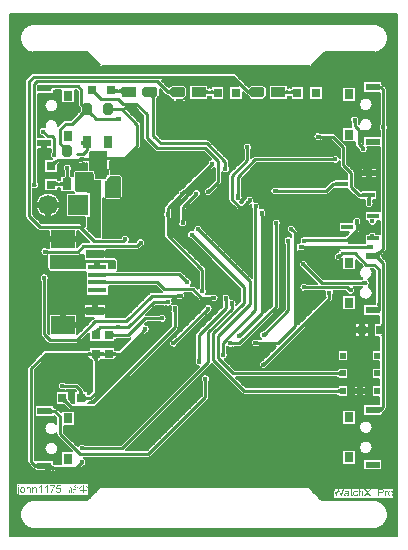
<source format=gtl>
G04*
G04 #@! TF.GenerationSoftware,Altium Limited,Altium Designer,19.0.4 (130)*
G04*
G04 Layer_Physical_Order=1*
G04 Layer_Color=255*
%FSLAX25Y25*%
%MOIN*%
G70*
G01*
G75*
%ADD16C,0.01000*%
%ADD19C,0.00500*%
%ADD20R,0.03150X0.03543*%
%ADD21R,0.04724X0.02362*%
%ADD22R,0.01772X0.03937*%
%ADD23R,0.03150X0.03937*%
G04:AMPARAMS|DCode=24|XSize=39.37mil|YSize=31.5mil|CornerRadius=0mil|HoleSize=0mil|Usage=FLASHONLY|Rotation=90.000|XOffset=0mil|YOffset=0mil|HoleType=Round|Shape=Octagon|*
%AMOCTAGOND24*
4,1,8,0.00787,0.01968,-0.00787,0.01968,-0.01575,0.01181,-0.01575,-0.01181,-0.00787,-0.01968,0.00787,-0.01968,0.01575,-0.01181,0.01575,0.01181,0.00787,0.01968,0.0*
%
%ADD24OCTAGOND24*%

%ADD25R,0.03000X0.03000*%
%ADD26R,0.05000X0.03500*%
G04:AMPARAMS|DCode=27|XSize=50mil|YSize=35mil|CornerRadius=0mil|HoleSize=0mil|Usage=FLASHONLY|Rotation=0.000|XOffset=0mil|YOffset=0mil|HoleType=Round|Shape=Octagon|*
%AMOCTAGOND27*
4,1,8,0.02500,-0.00875,0.02500,0.00875,0.01625,0.01750,-0.01625,0.01750,-0.02500,0.00875,-0.02500,-0.00875,-0.01625,-0.01750,0.01625,-0.01750,0.02500,-0.00875,0.0*
%
%ADD27OCTAGOND27*%

%ADD28R,0.01968X0.02362*%
%ADD29R,0.02362X0.01968*%
%ADD30R,0.06299X0.01378*%
%ADD31R,0.03937X0.01772*%
%ADD32R,0.03000X0.03000*%
%ADD51C,0.02000*%
%ADD52C,0.02000*%
%ADD53R,0.06693X0.06693*%
%ADD54C,0.06693*%
%ADD55R,0.07874X0.05906*%
%ADD56R,0.05906X0.03150*%
%ADD57C,0.01600*%
%ADD58C,0.02400*%
G36*
X-60168Y54921D02*
Y53921D01*
X-60360Y53916D01*
X-60531Y53901D01*
X-60682Y53876D01*
X-60814Y53841D01*
X-60925Y53796D01*
X-61016Y53741D01*
X-61087Y53676D01*
X-61138Y53601D01*
X-61169Y53516D01*
X-61180Y53421D01*
X-61168Y54924D01*
X-60168Y54921D01*
D02*
G37*
G36*
X-37776Y51926D02*
X-37786Y52021D01*
X-37816Y52106D01*
X-37867Y52181D01*
X-37938Y52246D01*
X-38029Y52301D01*
X-38140Y52346D01*
X-38271Y52381D01*
X-38423Y52406D01*
X-38595Y52421D01*
X-38788Y52426D01*
Y53426D01*
X-38595Y53431D01*
X-38423Y53446D01*
X-38271Y53471D01*
X-38140Y53506D01*
X-38029Y53551D01*
X-37938Y53606D01*
X-37867Y53671D01*
X-37816Y53746D01*
X-37786Y53831D01*
X-37776Y53926D01*
Y51926D01*
D02*
G37*
G36*
X-39855Y53831D02*
X-39825Y53746D01*
X-39774Y53671D01*
X-39703Y53606D01*
X-39612Y53551D01*
X-39501Y53506D01*
X-39369Y53471D01*
X-39217Y53446D01*
X-39045Y53431D01*
X-38853Y53426D01*
Y52426D01*
X-39045Y52421D01*
X-39217Y52406D01*
X-39369Y52381D01*
X-39501Y52346D01*
X-39612Y52301D01*
X-39703Y52246D01*
X-39774Y52181D01*
X-39825Y52106D01*
X-39855Y52021D01*
X-39865Y51926D01*
Y53926D01*
X-39855Y53831D01*
D02*
G37*
G36*
X-21588Y51817D02*
X-21596Y51866D01*
X-21619Y51909D01*
X-21656Y51948D01*
X-21710Y51981D01*
X-21778Y52010D01*
X-21861Y52033D01*
X-21959Y52051D01*
X-22073Y52064D01*
X-22202Y52071D01*
X-22346Y52074D01*
Y53074D01*
X-22202Y53077D01*
X-21959Y53097D01*
X-21861Y53115D01*
X-21778Y53138D01*
X-21710Y53167D01*
X-21656Y53200D01*
X-21619Y53239D01*
X-21596Y53282D01*
X-21588Y53331D01*
Y51817D01*
D02*
G37*
G36*
X19365Y51574D02*
X19355Y51669D01*
X19324Y51754D01*
X19274Y51829D01*
X19203Y51894D01*
X19112Y51949D01*
X19001Y51994D01*
X18869Y52029D01*
X18717Y52054D01*
X18545Y52069D01*
X18353Y52074D01*
Y53074D01*
X18545Y53079D01*
X18717Y53094D01*
X18869Y53119D01*
X19001Y53154D01*
X19112Y53199D01*
X19203Y53254D01*
X19274Y53319D01*
X19324Y53394D01*
X19355Y53479D01*
X19365Y53574D01*
Y51574D01*
D02*
G37*
G36*
X16986Y53479D02*
X17016Y53394D01*
X17067Y53319D01*
X17138Y53254D01*
X17229Y53199D01*
X17340Y53154D01*
X17471Y53119D01*
X17623Y53094D01*
X17795Y53079D01*
X17988Y53074D01*
Y52074D01*
X17795Y52069D01*
X17623Y52054D01*
X17471Y52029D01*
X17340Y51994D01*
X17229Y51949D01*
X17138Y51894D01*
X17067Y51829D01*
X17016Y51754D01*
X16986Y51669D01*
X16976Y51574D01*
Y53574D01*
X16986Y53479D01*
D02*
G37*
G36*
X-7235Y51574D02*
X-7245Y51669D01*
X-7276Y51754D01*
X-7326Y51829D01*
X-7397Y51894D01*
X-7488Y51949D01*
X-7599Y51994D01*
X-7731Y52029D01*
X-7883Y52054D01*
X-8055Y52069D01*
X-8247Y52074D01*
Y53074D01*
X-8055Y53079D01*
X-7883Y53094D01*
X-7731Y53119D01*
X-7599Y53154D01*
X-7488Y53199D01*
X-7397Y53254D01*
X-7326Y53319D01*
X-7276Y53394D01*
X-7245Y53479D01*
X-7235Y53574D01*
Y51574D01*
D02*
G37*
G36*
X-9614Y53479D02*
X-9584Y53394D01*
X-9533Y53319D01*
X-9463Y53254D01*
X-9371Y53199D01*
X-9260Y53154D01*
X-9128Y53119D01*
X-8977Y53094D01*
X-8805Y53079D01*
X-8612Y53074D01*
Y52074D01*
X-8805Y52069D01*
X-8977Y52054D01*
X-9128Y52029D01*
X-9260Y51994D01*
X-9371Y51949D01*
X-9463Y51894D01*
X-9533Y51829D01*
X-9584Y51754D01*
X-9614Y51669D01*
X-9624Y51574D01*
Y53574D01*
X-9614Y53479D01*
D02*
G37*
G36*
X-46038Y52950D02*
X-46065Y52858D01*
X-46064Y52753D01*
X-46035Y52633D01*
X-45977Y52499D01*
X-45891Y52350D01*
X-45777Y52187D01*
X-45634Y52010D01*
X-45264Y51612D01*
X-45971Y50905D01*
X-46177Y51104D01*
X-46546Y51418D01*
X-46709Y51532D01*
X-46858Y51618D01*
X-46992Y51676D01*
X-47112Y51705D01*
X-47217Y51706D01*
X-47308Y51679D01*
X-47385Y51624D01*
X-45983Y53026D01*
X-46038Y52950D01*
D02*
G37*
G36*
X-26276Y51365D02*
X-26360Y51302D01*
X-26434Y51214D01*
X-26498Y51101D01*
X-26552Y50963D01*
X-26596Y50800D01*
X-26630Y50611D01*
X-26655Y50397D01*
X-26670Y50158D01*
X-26675Y49894D01*
X-27675Y49888D01*
X-27680Y50103D01*
X-27695Y50292D01*
X-27720Y50457D01*
X-27755Y50596D01*
X-27800Y50710D01*
X-27855Y50798D01*
X-27920Y50862D01*
X-27995Y50899D01*
X-28080Y50912D01*
X-28175Y50900D01*
X-26183Y51402D01*
X-26276Y51365D01*
D02*
G37*
G36*
X-50730Y48849D02*
X-50420Y48577D01*
X-50395Y48564D01*
X-50378Y48560D01*
X-50368Y48565D01*
X-50951Y47590D01*
X-50952Y47603D01*
X-50965Y47628D01*
X-50991Y47664D01*
X-51029Y47710D01*
X-51217Y47916D01*
X-51515Y48220D01*
X-50808Y48927D01*
X-50730Y48849D01*
D02*
G37*
G36*
X-40839Y47717D02*
X-40809Y47632D01*
X-40758Y47557D01*
X-40687Y47492D01*
X-40596Y47437D01*
X-40485Y47392D01*
X-40353Y47357D01*
X-40202Y47332D01*
X-40029Y47317D01*
X-39837Y47312D01*
Y46312D01*
X-40029Y46307D01*
X-40202Y46292D01*
X-40353Y46267D01*
X-40485Y46232D01*
X-40596Y46187D01*
X-40687Y46132D01*
X-40758Y46067D01*
X-40809Y45992D01*
X-40839Y45907D01*
X-40849Y45812D01*
Y47812D01*
X-40839Y47717D01*
D02*
G37*
G36*
X-49942Y44867D02*
X-49999Y44943D01*
X-50069Y44990D01*
X-50153Y45011D01*
X-50251Y45003D01*
X-50362Y44969D01*
X-50487Y44906D01*
X-50626Y44817D01*
X-50778Y44699D01*
X-50943Y44554D01*
X-51122Y44382D01*
X-51670Y45249D01*
X-51488Y45438D01*
X-51198Y45783D01*
X-51090Y45940D01*
X-51006Y46087D01*
X-50946Y46223D01*
X-50911Y46349D01*
X-50900Y46464D01*
X-50913Y46569D01*
X-50951Y46663D01*
X-49942Y44867D01*
D02*
G37*
G36*
X-47887Y46569D02*
X-47900Y46464D01*
X-47890Y46349D01*
X-47854Y46223D01*
X-47794Y46087D01*
X-47710Y45940D01*
X-47602Y45783D01*
X-47469Y45616D01*
X-47312Y45438D01*
X-47130Y45249D01*
X-47677Y44382D01*
X-47857Y44554D01*
X-48174Y44817D01*
X-48313Y44906D01*
X-48438Y44969D01*
X-48549Y45003D01*
X-48647Y45011D01*
X-48730Y44990D01*
X-48801Y44943D01*
X-48858Y44867D01*
X-47849Y46663D01*
X-47887Y46569D01*
D02*
G37*
G36*
X-39201Y43072D02*
X-39217Y43085D01*
X-39242Y43097D01*
X-39276Y43108D01*
X-39317Y43117D01*
X-39366Y43125D01*
X-39490Y43137D01*
X-39646Y43143D01*
X-39737Y43143D01*
X-39667Y44143D01*
X-39576Y44144D01*
X-39209Y44166D01*
X-39178Y44173D01*
X-39155Y44181D01*
X-39140Y44190D01*
X-39201Y43072D01*
D02*
G37*
G36*
X40532Y42812D02*
X40529Y42793D01*
X40525Y42765D01*
X40518Y42626D01*
X40515Y42315D01*
X39515Y42126D01*
X39514Y42216D01*
X39493Y42496D01*
X39483Y42545D01*
X39472Y42586D01*
X39459Y42619D01*
X39444Y42645D01*
X39428Y42661D01*
X40536Y42822D01*
X40532Y42812D01*
D02*
G37*
G36*
X50001Y41814D02*
X50022Y41485D01*
X50029Y41444D01*
X50038Y41412D01*
X50049Y41387D01*
X50060Y41371D01*
X48940D01*
X48951Y41387D01*
X48962Y41412D01*
X48971Y41444D01*
X48978Y41485D01*
X48985Y41534D01*
X48995Y41657D01*
X49000Y41905D01*
X50000D01*
X50001Y41814D01*
D02*
G37*
G36*
X50049Y40213D02*
X50038Y40189D01*
X50029Y40156D01*
X50022Y40115D01*
X50015Y40066D01*
X50005Y39943D01*
X50000Y39696D01*
X49000D01*
X48999Y39786D01*
X48978Y40115D01*
X48971Y40156D01*
X48962Y40189D01*
X48951Y40213D01*
X48940Y40229D01*
X50060D01*
X50049Y40213D01*
D02*
G37*
G36*
X-63179Y39467D02*
X-63168Y39451D01*
X-63151Y39429D01*
X-63058Y39326D01*
X-62840Y39103D01*
X-63414Y38263D01*
X-63478Y38326D01*
X-63690Y38509D01*
X-63732Y38537D01*
X-63769Y38558D01*
X-63802Y38572D01*
X-63830Y38579D01*
X-63854Y38580D01*
X-63184Y39477D01*
X-63179Y39467D01*
D02*
G37*
G36*
X28287Y38280D02*
X28311Y38270D01*
X28344Y38261D01*
X28385Y38253D01*
X28434Y38247D01*
X28557Y38237D01*
X28804Y38232D01*
Y37232D01*
X28714Y37231D01*
X28385Y37210D01*
X28344Y37202D01*
X28311Y37193D01*
X28287Y37183D01*
X28271Y37172D01*
Y38292D01*
X28287Y38280D01*
D02*
G37*
G36*
X42854Y34377D02*
X41957Y33707D01*
X41957Y33730D01*
X41949Y33758D01*
X41935Y33791D01*
X41914Y33828D01*
X41886Y33870D01*
X41851Y33916D01*
X41759Y34022D01*
X41640Y34147D01*
X42481Y34720D01*
X42854Y34377D01*
D02*
G37*
G36*
X4749Y33720D02*
X4738Y33696D01*
X4729Y33663D01*
X4722Y33622D01*
X4715Y33573D01*
X4705Y33450D01*
X4700Y33202D01*
X3700D01*
X3699Y33293D01*
X3678Y33622D01*
X3671Y33663D01*
X3662Y33696D01*
X3651Y33720D01*
X3640Y33736D01*
X4760D01*
X4749Y33720D01*
D02*
G37*
G36*
X-57343Y35269D02*
X-57026Y35007D01*
X-56887Y34917D01*
X-56762Y34855D01*
X-56651Y34820D01*
X-56554Y34813D01*
X-56470Y34833D01*
X-56399Y34881D01*
X-56342Y34956D01*
X-57351Y33160D01*
X-57313Y33255D01*
X-57300Y33359D01*
X-57310Y33475D01*
X-57346Y33600D01*
X-57406Y33737D01*
X-57490Y33883D01*
X-57598Y34040D01*
X-57731Y34208D01*
X-57888Y34386D01*
X-58070Y34575D01*
X-57522Y35441D01*
X-57343Y35269D01*
D02*
G37*
G36*
X-59637Y32573D02*
X-59616Y32244D01*
X-59608Y32203D01*
X-59599Y32171D01*
X-59589Y32146D01*
X-59578Y32130D01*
X-60698D01*
X-60686Y32146D01*
X-60676Y32171D01*
X-60667Y32203D01*
X-60659Y32244D01*
X-60653Y32293D01*
X-60643Y32416D01*
X-60638Y32664D01*
X-59638D01*
X-59637Y32573D01*
D02*
G37*
G36*
X32929Y29540D02*
X32913Y29551D01*
X32888Y29562D01*
X32856Y29571D01*
X32815Y29578D01*
X32766Y29585D01*
X32643Y29595D01*
X32395Y29600D01*
Y30600D01*
X32486Y30601D01*
X32815Y30622D01*
X32856Y30629D01*
X32888Y30638D01*
X32913Y30649D01*
X32929Y30660D01*
Y29540D01*
D02*
G37*
G36*
X-50313Y30649D02*
X-50288Y30638D01*
X-50256Y30629D01*
X-50215Y30622D01*
X-50166Y30615D01*
X-50043Y30605D01*
X-49795Y30600D01*
Y29600D01*
X-49886Y29599D01*
X-50215Y29578D01*
X-50256Y29571D01*
X-50288Y29562D01*
X-50313Y29551D01*
X-50329Y29540D01*
Y30660D01*
X-50313Y30649D01*
D02*
G37*
G36*
X-51430Y29501D02*
X-51444Y29509D01*
X-51467Y29516D01*
X-51498Y29522D01*
X-51537Y29528D01*
X-51642Y29537D01*
X-51955Y29543D01*
X-52046Y30543D01*
X-51955Y30544D01*
X-51675Y30562D01*
X-51626Y30570D01*
X-51585Y30580D01*
X-51551Y30591D01*
X-51526Y30604D01*
X-51510Y30618D01*
X-51430Y29501D01*
D02*
G37*
G36*
X-59105Y29347D02*
X-59302Y29143D01*
X-59613Y28778D01*
X-59727Y28617D01*
X-59813Y28471D01*
X-59871Y28339D01*
X-59901Y28221D01*
X-59903Y28118D01*
X-59877Y28029D01*
X-59824Y27954D01*
X-61205Y29335D01*
X-61130Y29282D01*
X-61041Y29256D01*
X-60938Y29258D01*
X-60820Y29288D01*
X-60688Y29346D01*
X-60542Y29432D01*
X-60381Y29546D01*
X-60206Y29688D01*
X-59812Y30054D01*
X-59105Y29347D01*
D02*
G37*
G36*
X-60165Y28286D02*
X-60229Y28222D01*
X-60447Y27974D01*
X-60470Y27940D01*
X-60487Y27911D01*
X-60497Y27886D01*
X-60500Y27867D01*
X-61292Y28659D01*
X-61273Y28662D01*
X-61248Y28672D01*
X-61219Y28689D01*
X-61185Y28712D01*
X-61145Y28742D01*
X-61051Y28823D01*
X-60873Y28993D01*
X-60165Y28286D01*
D02*
G37*
G36*
X-2649Y27982D02*
X-2628Y27653D01*
X-2620Y27613D01*
X-2611Y27580D01*
X-2601Y27556D01*
X-2590Y27540D01*
X-3710D01*
X-3698Y27556D01*
X-3688Y27580D01*
X-3679Y27613D01*
X-3671Y27653D01*
X-3665Y27703D01*
X-3655Y27826D01*
X-3650Y28073D01*
X-2650D01*
X-2649Y27982D01*
D02*
G37*
G36*
X-7643Y27801D02*
X-7664Y27799D01*
X-7690Y27790D01*
X-7721Y27774D01*
X-7757Y27751D01*
X-7797Y27721D01*
X-7892Y27642D01*
X-8007Y27535D01*
X-8071Y27472D01*
X-8738Y28219D01*
X-8674Y28283D01*
X-8431Y28560D01*
X-8414Y28588D01*
X-8403Y28610D01*
X-8399Y28627D01*
X-7643Y27801D01*
D02*
G37*
G36*
X43969Y27085D02*
X44112Y26963D01*
X44254Y26856D01*
X44396Y26763D01*
X44538Y26684D01*
X44679Y26619D01*
X44820Y26568D01*
X44960Y26532D01*
X45101Y26510D01*
X45240Y26502D01*
X42744Y26514D01*
X42740Y26589D01*
X42730Y26662D01*
X42714Y26735D01*
X42690Y26807D01*
X42661Y26879D01*
X42624Y26949D01*
X42581Y27018D01*
X42531Y27087D01*
X42475Y27154D01*
X42412Y27221D01*
X43826D01*
X43969Y27085D01*
D02*
G37*
G36*
X-55251Y26613D02*
X-55262Y26588D01*
X-55271Y26556D01*
X-55278Y26515D01*
X-55285Y26466D01*
X-55295Y26343D01*
X-55300Y26096D01*
X-56300D01*
X-56301Y26186D01*
X-56322Y26515D01*
X-56329Y26556D01*
X-56338Y26588D01*
X-56349Y26613D01*
X-56360Y26629D01*
X-55240D01*
X-55251Y26613D01*
D02*
G37*
G36*
X-55295Y24752D02*
X-55280Y24580D01*
X-55255Y24429D01*
X-55220Y24297D01*
X-55175Y24186D01*
X-55120Y24095D01*
X-55055Y24024D01*
X-54980Y23973D01*
X-54895Y23943D01*
X-54800Y23933D01*
X-56800D01*
X-56705Y23943D01*
X-56620Y23973D01*
X-56545Y24024D01*
X-56480Y24095D01*
X-56425Y24186D01*
X-56380Y24297D01*
X-56345Y24429D01*
X-56320Y24580D01*
X-56305Y24752D01*
X-56300Y24945D01*
X-55300D01*
X-55295Y24752D01*
D02*
G37*
G36*
X-42500Y33012D02*
X-42500Y24169D01*
X-43046D01*
Y23685D01*
X-43102Y23600D01*
X-44600Y23600D01*
X-44700Y23641D01*
X-46545Y23641D01*
Y25207D01*
X-46606Y25353D01*
X-46637Y25508D01*
X-46892Y25889D01*
X-46895Y25906D01*
X-46982Y26037D01*
X-47043Y26183D01*
X-47094Y26204D01*
X-47125Y26250D01*
X-47280Y26281D01*
X-47426Y26341D01*
X-48550D01*
Y32550D01*
X-48108Y33012D01*
X-42500Y33012D01*
D02*
G37*
G36*
X-66380Y22614D02*
X-66359Y22285D01*
X-66351Y22244D01*
X-66342Y22211D01*
X-66332Y22187D01*
X-66320Y22171D01*
X-67440D01*
X-67429Y22187D01*
X-67419Y22211D01*
X-67410Y22244D01*
X-67402Y22285D01*
X-67395Y22334D01*
X-67386Y22457D01*
X-67380Y22704D01*
X-66380D01*
X-66380Y22614D01*
D02*
G37*
G36*
X33814Y21026D02*
X33804Y21097D01*
X33774Y21161D01*
X33724Y21217D01*
X33654Y21265D01*
X33564Y21306D01*
X33454Y21340D01*
X33324Y21366D01*
X33174Y21385D01*
X33004Y21396D01*
X32814Y21400D01*
Y22400D01*
X33004Y22404D01*
X33324Y22434D01*
X33454Y22460D01*
X33564Y22493D01*
X33654Y22535D01*
X33724Y22583D01*
X33774Y22639D01*
X33804Y22703D01*
X33814Y22774D01*
Y21026D01*
D02*
G37*
G36*
X-57351Y20988D02*
X-57361Y21083D01*
X-57391Y21168D01*
X-57442Y21243D01*
X-57513Y21308D01*
X-57604Y21363D01*
X-57715Y21408D01*
X-57847Y21443D01*
X-57999Y21468D01*
X-58170Y21483D01*
X-58363Y21488D01*
Y22488D01*
X-58170Y22493D01*
X-57999Y22508D01*
X-57847Y22533D01*
X-57715Y22568D01*
X-57604Y22613D01*
X-57513Y22668D01*
X-57442Y22733D01*
X-57391Y22808D01*
X-57361Y22893D01*
X-57351Y22988D01*
Y20988D01*
D02*
G37*
G36*
X-59814Y22893D02*
X-59784Y22808D01*
X-59733Y22733D01*
X-59662Y22668D01*
X-59571Y22613D01*
X-59460Y22568D01*
X-59328Y22533D01*
X-59176Y22508D01*
X-59004Y22493D01*
X-58812Y22488D01*
Y21488D01*
X-59004Y21483D01*
X-59176Y21468D01*
X-59328Y21443D01*
X-59460Y21408D01*
X-59571Y21363D01*
X-59662Y21308D01*
X-59733Y21243D01*
X-59784Y21168D01*
X-59814Y21083D01*
X-59824Y20988D01*
Y22988D01*
X-59814Y22893D01*
D02*
G37*
G36*
X-7704Y19727D02*
X-7768Y19663D01*
X-7986Y19415D01*
X-8009Y19381D01*
X-8026Y19352D01*
X-8036Y19327D01*
X-8039Y19308D01*
X-8831Y20100D01*
X-8811Y20103D01*
X-8787Y20113D01*
X-8758Y20130D01*
X-8723Y20153D01*
X-8684Y20183D01*
X-8590Y20264D01*
X-8411Y20435D01*
X-7704Y19727D01*
D02*
G37*
G36*
X13887Y20149D02*
X13912Y20138D01*
X13944Y20129D01*
X13985Y20122D01*
X14034Y20115D01*
X14157Y20105D01*
X14404Y20100D01*
Y19100D01*
X14314Y19099D01*
X13985Y19078D01*
X13944Y19071D01*
X13912Y19062D01*
X13887Y19051D01*
X13871Y19040D01*
Y20160D01*
X13887Y20149D01*
D02*
G37*
G36*
X-16454Y19089D02*
X-16518Y19024D01*
X-16761Y18748D01*
X-16778Y18720D01*
X-16789Y18698D01*
X-16793Y18680D01*
X-17549Y19507D01*
X-17528Y19509D01*
X-17502Y19518D01*
X-17471Y19534D01*
X-17436Y19557D01*
X-17395Y19587D01*
X-17300Y19666D01*
X-17185Y19773D01*
X-17121Y19836D01*
X-16454Y19089D01*
D02*
G37*
G36*
X1501Y18414D02*
X1522Y18085D01*
X1529Y18044D01*
X1538Y18011D01*
X1549Y17987D01*
X1560Y17971D01*
X440D01*
X451Y17987D01*
X462Y18011D01*
X471Y18044D01*
X478Y18085D01*
X485Y18134D01*
X495Y18257D01*
X500Y18505D01*
X1500D01*
X1501Y18414D01*
D02*
G37*
G36*
X-17600Y17908D02*
X-17619Y17905D01*
X-17644Y17895D01*
X-17673Y17878D01*
X-17708Y17855D01*
X-17747Y17825D01*
X-17841Y17744D01*
X-18020Y17573D01*
X-18727Y18280D01*
X-18663Y18345D01*
X-18445Y18592D01*
X-18422Y18627D01*
X-18405Y18656D01*
X-18395Y18680D01*
X-18392Y18700D01*
X-17600Y17908D01*
D02*
G37*
G36*
X-12808Y17900D02*
X-12827Y17897D01*
X-12852Y17887D01*
X-12881Y17870D01*
X-12915Y17847D01*
X-12955Y17817D01*
X-13049Y17736D01*
X-13227Y17566D01*
X-13935Y18273D01*
X-13871Y18337D01*
X-13653Y18585D01*
X-13630Y18619D01*
X-13613Y18648D01*
X-13603Y18673D01*
X-13600Y18692D01*
X-12808Y17900D01*
D02*
G37*
G36*
X42744Y17286D02*
X42733Y17357D01*
X42704Y17421D01*
X42654Y17477D01*
X42584Y17525D01*
X42494Y17566D01*
X42384Y17600D01*
X42254Y17626D01*
X42103Y17645D01*
X41934Y17656D01*
X41743Y17660D01*
Y18660D01*
X41934Y18664D01*
X42254Y18693D01*
X42384Y18720D01*
X42494Y18753D01*
X42584Y18794D01*
X42654Y18843D01*
X42704Y18899D01*
X42733Y18963D01*
X42744Y19034D01*
Y17286D01*
D02*
G37*
G36*
X45605Y17288D02*
X45520Y17257D01*
X45445Y17207D01*
X45380Y17136D01*
X45325Y17045D01*
X45280Y16934D01*
X45245Y16802D01*
X45220Y16650D01*
X45205Y16478D01*
X45202Y16384D01*
X45222Y16085D01*
X45229Y16044D01*
X45238Y16012D01*
X45249Y15987D01*
X45260Y15971D01*
X44140D01*
X44151Y15987D01*
X44162Y16012D01*
X44171Y16044D01*
X44178Y16085D01*
X44185Y16134D01*
X44195Y16257D01*
X44197Y16386D01*
X44195Y16478D01*
X44180Y16650D01*
X44155Y16802D01*
X44120Y16934D01*
X44075Y17045D01*
X44020Y17136D01*
X43955Y17207D01*
X43880Y17257D01*
X43795Y17288D01*
X43700Y17298D01*
X45700D01*
X45605Y17288D01*
D02*
G37*
G36*
X4882Y15700D02*
X4862Y15697D01*
X4838Y15687D01*
X4809Y15670D01*
X4774Y15647D01*
X4735Y15617D01*
X4641Y15536D01*
X4462Y15365D01*
X3755Y16073D01*
X3819Y16137D01*
X4037Y16385D01*
X4060Y16419D01*
X4077Y16448D01*
X4087Y16473D01*
X4090Y16492D01*
X4882Y15700D01*
D02*
G37*
G36*
X7427Y14008D02*
X7414Y13991D01*
X7403Y13966D01*
X7393Y13933D01*
X7384Y13892D01*
X7376Y13843D01*
X7365Y13719D01*
X7360Y13563D01*
X7359Y13472D01*
X6359Y13521D01*
X6358Y13612D01*
X6334Y13981D01*
X6327Y14012D01*
X6318Y14036D01*
X6308Y14051D01*
X7427Y14008D01*
D02*
G37*
G36*
X-21777Y12841D02*
X-21756Y12334D01*
X-22864Y12495D01*
X-22848Y12511D01*
X-22833Y12536D01*
X-22820Y12570D01*
X-22809Y12611D01*
X-22799Y12660D01*
X-22791Y12718D01*
X-22781Y12858D01*
X-22777Y13030D01*
X-21777Y12841D01*
D02*
G37*
G36*
X9449Y11813D02*
X9438Y11789D01*
X9429Y11756D01*
X9422Y11715D01*
X9415Y11666D01*
X9405Y11543D01*
X9400Y11295D01*
X8400D01*
X8399Y11386D01*
X8378Y11715D01*
X8371Y11756D01*
X8362Y11789D01*
X8351Y11813D01*
X8340Y11829D01*
X9460D01*
X9449Y11813D01*
D02*
G37*
G36*
X-21844Y11262D02*
X-21854Y11237D01*
X-21863Y11205D01*
X-21871Y11164D01*
X-21877Y11115D01*
X-21887Y10992D01*
X-21892Y10744D01*
X-22892D01*
X-22893Y10835D01*
X-22914Y11164D01*
X-22922Y11205D01*
X-22931Y11237D01*
X-22941Y11262D01*
X-22952Y11277D01*
X-21832D01*
X-21844Y11262D01*
D02*
G37*
G36*
X-16899Y9882D02*
X-16882Y9602D01*
X-16875Y9552D01*
X-16865Y9511D01*
X-16855Y9478D01*
X-16843Y9453D01*
X-16830Y9436D01*
X-17948Y9382D01*
X-17939Y9397D01*
X-17931Y9420D01*
X-17924Y9452D01*
X-17917Y9492D01*
X-17908Y9597D01*
X-17900Y9819D01*
X-17900Y9910D01*
X-16900Y9972D01*
X-16899Y9882D01*
D02*
G37*
G36*
X41149Y8913D02*
X41138Y8889D01*
X41129Y8856D01*
X41122Y8815D01*
X41115Y8766D01*
X41105Y8643D01*
X41100Y8395D01*
X40100D01*
X40099Y8486D01*
X40078Y8815D01*
X40071Y8856D01*
X40062Y8889D01*
X40051Y8913D01*
X40040Y8929D01*
X41160D01*
X41149Y8913D01*
D02*
G37*
G36*
X19603Y6873D02*
X19613Y6848D01*
X19630Y6819D01*
X19653Y6785D01*
X19683Y6745D01*
X19764Y6651D01*
X19934Y6472D01*
X19227Y5765D01*
X19163Y5829D01*
X18915Y6047D01*
X18881Y6070D01*
X18852Y6087D01*
X18827Y6097D01*
X18808Y6100D01*
X19600Y6892D01*
X19603Y6873D01*
D02*
G37*
G36*
X-47401Y25678D02*
X-47087Y25207D01*
Y23100D01*
X-44700Y23100D01*
X-44700Y4000D01*
X-46600D01*
X-49700Y7100D01*
X-49200Y7600D01*
Y11054D01*
X-48454D01*
Y18746D01*
X-49200D01*
Y19400D01*
X-52782Y19400D01*
X-53135Y19754D01*
X-53135Y25800D01*
X-47426Y25800D01*
X-47401Y25678D01*
D02*
G37*
G36*
X24362Y2709D02*
X24272Y2708D01*
X24051Y2694D01*
X23994Y2685D01*
X23946Y2674D01*
X23905Y2661D01*
X23873Y2646D01*
X23849Y2630D01*
X23833Y2611D01*
X23562Y3697D01*
X24022Y3709D01*
X24362Y2709D01*
D02*
G37*
G36*
X18349Y2413D02*
X18338Y2389D01*
X18329Y2356D01*
X18322Y2315D01*
X18315Y2266D01*
X18305Y2143D01*
X18300Y1895D01*
X17300D01*
X17299Y1986D01*
X17278Y2315D01*
X17271Y2356D01*
X17262Y2389D01*
X17251Y2413D01*
X17240Y2429D01*
X18360D01*
X18349Y2413D01*
D02*
G37*
G36*
X-31408Y1600D02*
X-31427Y1597D01*
X-31452Y1587D01*
X-31481Y1570D01*
X-31515Y1547D01*
X-31555Y1517D01*
X-31649Y1436D01*
X-31827Y1266D01*
X-32535Y1973D01*
X-32471Y2037D01*
X-32253Y2285D01*
X-32230Y2319D01*
X-32213Y2348D01*
X-32203Y2373D01*
X-32200Y2392D01*
X-31408Y1600D01*
D02*
G37*
G36*
X44729Y514D02*
X44713Y525D01*
X44688Y536D01*
X44656Y545D01*
X44615Y552D01*
X44566Y559D01*
X44443Y569D01*
X44196Y574D01*
Y1574D01*
X44286Y1575D01*
X44615Y1596D01*
X44656Y1603D01*
X44688Y1612D01*
X44713Y1623D01*
X44729Y1634D01*
Y514D01*
D02*
G37*
G36*
X23211Y574D02*
X23120Y573D01*
X22899Y559D01*
X22842Y550D01*
X22793Y539D01*
X22752Y527D01*
X22720Y512D01*
X22695Y496D01*
X22679Y478D01*
X22436Y1571D01*
X22911Y1574D01*
X23211Y574D01*
D02*
G37*
G36*
X49043Y-776D02*
X48845Y-981D01*
X48533Y-1348D01*
X48420Y-1511D01*
X48335Y-1660D01*
X48279Y-1794D01*
X48260Y-1875D01*
X48324Y-1821D01*
X48263Y-1893D01*
X48251Y-1926D01*
Y-2020D01*
X48279Y-2112D01*
X48335Y-2190D01*
X48230Y-2085D01*
X48257Y-2200D01*
X48314Y-2334D01*
X48401Y-2483D01*
X48517Y-2648D01*
X48663Y-2828D01*
X49043Y-3235D01*
X48214Y-3821D01*
X48013Y-3627D01*
X47651Y-3321D01*
X47490Y-3209D01*
X47342Y-3123D01*
X47207Y-3065D01*
X47086Y-3033D01*
X46977Y-3029D01*
X46882Y-3052D01*
X46800Y-3102D01*
X48130Y-1984D01*
X46921Y-776D01*
X46999Y-832D01*
X47091Y-861D01*
X47197D01*
X47317Y-832D01*
X47452Y-776D01*
X47600Y-691D01*
X47763Y-578D01*
X47940Y-436D01*
X48335Y-69D01*
X49043Y-776D01*
D02*
G37*
G36*
X-62799Y-51D02*
X-62774Y-62D01*
X-62742Y-71D01*
X-62701Y-78D01*
X-62652Y-85D01*
X-62529Y-95D01*
X-62281Y-100D01*
Y-1100D01*
X-62372Y-1101D01*
X-62701Y-1122D01*
X-62742Y-1129D01*
X-62774Y-1138D01*
X-62799Y-1149D01*
X-62814Y-1160D01*
Y-40D01*
X-62799Y-51D01*
D02*
G37*
G36*
X35536Y-2033D02*
X35193Y-2407D01*
X34523Y-1510D01*
X34546Y-1509D01*
X34574Y-1502D01*
X34607Y-1488D01*
X34644Y-1467D01*
X34686Y-1438D01*
X34732Y-1403D01*
X34839Y-1312D01*
X34963Y-1192D01*
X35536Y-2033D01*
D02*
G37*
G36*
X23603Y-4927D02*
X23613Y-4952D01*
X23630Y-4981D01*
X23653Y-5015D01*
X23683Y-5055D01*
X23764Y-5149D01*
X23934Y-5328D01*
X23227Y-6035D01*
X23163Y-5971D01*
X22915Y-5753D01*
X22881Y-5730D01*
X22852Y-5713D01*
X22827Y-5703D01*
X22808Y-5700D01*
X23600Y-4908D01*
X23603Y-4927D01*
D02*
G37*
G36*
X-50067Y-1616D02*
Y-3354D01*
X-43161D01*
Y-3300D01*
X-40054D01*
X-39700Y-3654D01*
X-39700Y-6500D01*
X-42217D01*
Y-4520D01*
X-44866D01*
Y-5709D01*
X-46866D01*
Y-4520D01*
X-49516D01*
Y-6500D01*
X-54000D01*
X-61347D01*
X-61700Y-6146D01*
X-61700Y-1620D01*
X-52423D01*
X-52033Y-1542D01*
X-51702Y-1321D01*
X-51654Y-1273D01*
X-50422Y-1264D01*
X-50067Y-1616D01*
D02*
G37*
G36*
X-42719Y-7619D02*
X-42689Y-7645D01*
X-42639Y-7667D01*
X-42569Y-7687D01*
X-42479Y-7703D01*
X-42369Y-7717D01*
X-42089Y-7735D01*
X-41729Y-7741D01*
Y-8741D01*
X-41919Y-8743D01*
X-42369Y-8774D01*
X-42479Y-8792D01*
X-42569Y-8814D01*
X-42639Y-8841D01*
X-42689Y-8871D01*
X-42719Y-8906D01*
X-42729Y-8945D01*
Y-7591D01*
X-42719Y-7619D01*
D02*
G37*
G36*
X-62951Y-9938D02*
X-62962Y-9962D01*
X-62971Y-9994D01*
X-62978Y-10035D01*
X-62985Y-10084D01*
X-62995Y-10208D01*
X-63000Y-10455D01*
X-64000D01*
X-64001Y-10364D01*
X-64022Y-10035D01*
X-64029Y-9994D01*
X-64038Y-9962D01*
X-64049Y-9938D01*
X-64060Y-9922D01*
X-62940D01*
X-62951Y-9938D01*
D02*
G37*
G36*
X-16163Y-9829D02*
X-15915Y-10047D01*
X-15881Y-10070D01*
X-15852Y-10087D01*
X-15827Y-10097D01*
X-15808Y-10100D01*
X-16600Y-10892D01*
X-16603Y-10873D01*
X-16613Y-10848D01*
X-16630Y-10819D01*
X-16653Y-10785D01*
X-16683Y-10745D01*
X-16764Y-10651D01*
X-16935Y-10473D01*
X-16227Y-9765D01*
X-16163Y-9829D01*
D02*
G37*
G36*
X-42719Y-10178D02*
X-42689Y-10204D01*
X-42639Y-10226D01*
X-42569Y-10246D01*
X-42479Y-10262D01*
X-42369Y-10276D01*
X-42089Y-10294D01*
X-41729Y-10300D01*
Y-11300D01*
X-41919Y-11302D01*
X-42369Y-11333D01*
X-42479Y-11351D01*
X-42569Y-11373D01*
X-42639Y-11400D01*
X-42689Y-11430D01*
X-42719Y-11465D01*
X-42729Y-11504D01*
Y-10150D01*
X-42719Y-10178D01*
D02*
G37*
G36*
X42964Y-11595D02*
X42948Y-11584D01*
X42924Y-11574D01*
X42891Y-11565D01*
X42850Y-11557D01*
X42801Y-11550D01*
X42678Y-11541D01*
X42431Y-11535D01*
Y-10535D01*
X42522Y-10535D01*
X42850Y-10514D01*
X42891Y-10506D01*
X42924Y-10497D01*
X42948Y-10487D01*
X42964Y-10475D01*
Y-11595D01*
D02*
G37*
G36*
X23583Y-11988D02*
X23607Y-11998D01*
X23640Y-12007D01*
X23680Y-12014D01*
X23729Y-12021D01*
X23853Y-12030D01*
X24100Y-12035D01*
X24109Y-13035D01*
X24018Y-13036D01*
X23689Y-13057D01*
X23648Y-13066D01*
X23616Y-13075D01*
X23591Y-13085D01*
X23575Y-13097D01*
X23567Y-11977D01*
X23583Y-11988D01*
D02*
G37*
G36*
X-10326Y-12766D02*
X-10305Y-13095D01*
X-10297Y-13136D01*
X-10288Y-13168D01*
X-10278Y-13192D01*
X-10267Y-13208D01*
X-11387D01*
X-11375Y-13192D01*
X-11365Y-13168D01*
X-11356Y-13136D01*
X-11348Y-13095D01*
X-11342Y-13046D01*
X-11332Y-12922D01*
X-11327Y-12675D01*
X-10327D01*
X-10326Y-12766D01*
D02*
G37*
G36*
X38102Y-12463D02*
X38314Y-12646D01*
X38356Y-12674D01*
X38393Y-12695D01*
X38426Y-12709D01*
X38454Y-12716D01*
X38477Y-12717D01*
X37807Y-13614D01*
X37803Y-13604D01*
X37792Y-13588D01*
X37774Y-13566D01*
X37681Y-13463D01*
X37464Y-13240D01*
X38037Y-12399D01*
X38102Y-12463D01*
D02*
G37*
G36*
X32008Y-14987D02*
X31998Y-15011D01*
X31989Y-15044D01*
X31981Y-15085D01*
X31975Y-15134D01*
X31965Y-15257D01*
X31960Y-15505D01*
X30959D01*
X30959Y-15414D01*
X30938Y-15085D01*
X30930Y-15044D01*
X30921Y-15011D01*
X30911Y-14987D01*
X30900Y-14971D01*
X32019D01*
X32008Y-14987D01*
D02*
G37*
G36*
X-18671Y-15860D02*
X-18687Y-15849D01*
X-18711Y-15838D01*
X-18744Y-15829D01*
X-18785Y-15822D01*
X-18834Y-15815D01*
X-18957Y-15805D01*
X-19205Y-15800D01*
Y-14800D01*
X-19114Y-14799D01*
X-18785Y-14778D01*
X-18744Y-14771D01*
X-18711Y-14762D01*
X-18687Y-14751D01*
X-18671Y-14740D01*
Y-15860D01*
D02*
G37*
G36*
X-7471Y-16545D02*
X-7487Y-16534D01*
X-7512Y-16524D01*
X-7544Y-16515D01*
X-7585Y-16507D01*
X-7634Y-16500D01*
X-7757Y-16491D01*
X-8004Y-16485D01*
Y-15485D01*
X-7914Y-15485D01*
X-7585Y-15464D01*
X-7544Y-15456D01*
X-7512Y-15447D01*
X-7487Y-15437D01*
X-7471Y-15425D01*
Y-16545D01*
D02*
G37*
G36*
X-2451Y-16587D02*
X-2462Y-16612D01*
X-2471Y-16644D01*
X-2478Y-16685D01*
X-2485Y-16734D01*
X-2495Y-16857D01*
X-2500Y-17105D01*
X-3500D01*
X-3501Y-17014D01*
X-3522Y-16685D01*
X-3529Y-16644D01*
X-3538Y-16612D01*
X-3549Y-16587D01*
X-3560Y-16571D01*
X-2440D01*
X-2451Y-16587D01*
D02*
G37*
G36*
X-22871Y-18060D02*
X-22887Y-18049D01*
X-22911Y-18038D01*
X-22944Y-18029D01*
X-22985Y-18022D01*
X-23034Y-18015D01*
X-23157Y-18005D01*
X-23404Y-18000D01*
Y-17000D01*
X-23314Y-16999D01*
X-22985Y-16978D01*
X-22944Y-16971D01*
X-22911Y-16962D01*
X-22887Y-16951D01*
X-22871Y-16940D01*
Y-18060D01*
D02*
G37*
G36*
X48335Y-18886D02*
X46900Y-18898D01*
X46995Y-18887D01*
X47080Y-18856D01*
X47155Y-18805D01*
X47220Y-18734D01*
X47275Y-18643D01*
X47320Y-18532D01*
X47355Y-18400D01*
X47380Y-18249D01*
X47395Y-18078D01*
X47400Y-17886D01*
X48400D01*
X48335Y-18886D01*
D02*
G37*
G36*
X-528Y-18546D02*
X-544Y-18563D01*
X-559Y-18587D01*
X-572Y-18621D01*
X-583Y-18662D01*
X-593Y-18711D01*
X-601Y-18769D01*
X-611Y-18909D01*
X-615Y-19081D01*
X-1615Y-18892D01*
X-1636Y-18385D01*
X-528Y-18546D01*
D02*
G37*
G36*
X-19451Y-20087D02*
X-19462Y-20111D01*
X-19471Y-20144D01*
X-19478Y-20185D01*
X-19485Y-20234D01*
X-19495Y-20357D01*
X-19500Y-20605D01*
X-20500D01*
X-20501Y-20514D01*
X-20522Y-20185D01*
X-20529Y-20144D01*
X-20538Y-20111D01*
X-20549Y-20087D01*
X-20560Y-20071D01*
X-19440D01*
X-19451Y-20087D01*
D02*
G37*
G36*
X-8908Y-20400D02*
X-8927Y-20403D01*
X-8952Y-20413D01*
X-8981Y-20430D01*
X-9015Y-20453D01*
X-9055Y-20483D01*
X-9149Y-20564D01*
X-9328Y-20734D01*
X-10035Y-20027D01*
X-9971Y-19963D01*
X-9753Y-19715D01*
X-9730Y-19681D01*
X-9713Y-19652D01*
X-9703Y-19627D01*
X-9700Y-19608D01*
X-8908Y-20400D01*
D02*
G37*
G36*
X-24771Y-23460D02*
X-24787Y-23449D01*
X-24812Y-23438D01*
X-24844Y-23429D01*
X-24885Y-23422D01*
X-24934Y-23415D01*
X-25057Y-23405D01*
X-25304Y-23400D01*
Y-22400D01*
X-25214Y-22399D01*
X-24885Y-22378D01*
X-24844Y-22371D01*
X-24812Y-22362D01*
X-24787Y-22351D01*
X-24771Y-22340D01*
Y-23460D01*
D02*
G37*
G36*
X49947Y-25312D02*
X48400D01*
X48495Y-25302D01*
X48580Y-25272D01*
X48655Y-25222D01*
X48720Y-25152D01*
X48775Y-25062D01*
X48820Y-24952D01*
X48855Y-24822D01*
X48880Y-24672D01*
X48895Y-24502D01*
X48900Y-24312D01*
X49900D01*
X49947Y-25312D01*
D02*
G37*
G36*
X-38313Y-25351D02*
X-38289Y-25362D01*
X-38256Y-25371D01*
X-38215Y-25378D01*
X-38166Y-25385D01*
X-38043Y-25395D01*
X-37795Y-25400D01*
Y-26400D01*
X-37886Y-26401D01*
X-38215Y-26422D01*
X-38256Y-26429D01*
X-38289Y-26438D01*
X-38313Y-26449D01*
X-38329Y-26460D01*
Y-25340D01*
X-38313Y-25351D01*
D02*
G37*
G36*
X-39471Y-26460D02*
X-39487Y-26449D01*
X-39511Y-26438D01*
X-39544Y-26429D01*
X-39585Y-26422D01*
X-39634Y-26415D01*
X-39757Y-26405D01*
X-40005Y-26400D01*
Y-25400D01*
X-39914Y-25399D01*
X-39585Y-25378D01*
X-39544Y-25371D01*
X-39511Y-25362D01*
X-39487Y-25351D01*
X-39471Y-25340D01*
Y-26460D01*
D02*
G37*
G36*
X-44639Y-26346D02*
X-44691Y-26402D01*
X-44737Y-26462D01*
X-44778Y-26524D01*
X-44814Y-26590D01*
X-44844Y-26659D01*
X-44868Y-26732D01*
X-44887Y-26807D01*
X-44901Y-26886D01*
X-44909Y-26968D01*
X-44912Y-27053D01*
X-47467Y-27065D01*
X-47324Y-27054D01*
X-47173Y-27021D01*
X-47015Y-26967D01*
X-46849Y-26892D01*
X-46676Y-26795D01*
X-46496Y-26677D01*
X-46308Y-26538D01*
X-45910Y-26195D01*
X-45699Y-25992D01*
X-44639Y-26346D01*
D02*
G37*
G36*
X-29849Y-27200D02*
X-29868Y-27203D01*
X-29893Y-27213D01*
X-29922Y-27230D01*
X-29956Y-27253D01*
X-29996Y-27283D01*
X-30090Y-27364D01*
X-30268Y-27535D01*
X-30976Y-26827D01*
X-30912Y-26763D01*
X-30694Y-26515D01*
X-30671Y-26481D01*
X-30654Y-26452D01*
X-30644Y-26427D01*
X-30641Y-26408D01*
X-29849Y-27200D01*
D02*
G37*
G36*
X10735Y-27973D02*
X10671Y-28037D01*
X10453Y-28285D01*
X10430Y-28319D01*
X10413Y-28348D01*
X10403Y-28373D01*
X10400Y-28392D01*
X9608Y-27600D01*
X9627Y-27597D01*
X9652Y-27587D01*
X9681Y-27570D01*
X9715Y-27547D01*
X9755Y-27517D01*
X9849Y-27436D01*
X10028Y-27265D01*
X10735Y-27973D01*
D02*
G37*
G36*
X2411Y-28373D02*
X2347Y-28437D01*
X2129Y-28685D01*
X2106Y-28719D01*
X2090Y-28748D01*
X2080Y-28773D01*
X2076Y-28792D01*
X1284Y-28000D01*
X1304Y-27997D01*
X1328Y-27987D01*
X1357Y-27970D01*
X1392Y-27947D01*
X1431Y-27917D01*
X1525Y-27836D01*
X1704Y-27665D01*
X2411Y-28373D01*
D02*
G37*
G36*
X-41513Y-27992D02*
X-41489Y-28003D01*
X-41456Y-28012D01*
X-41415Y-28019D01*
X-41366Y-28026D01*
X-41243Y-28036D01*
X-40995Y-28041D01*
Y-29041D01*
X-41086Y-29041D01*
X-41415Y-29063D01*
X-41456Y-29070D01*
X-41489Y-29079D01*
X-41513Y-29089D01*
X-41529Y-29101D01*
Y-27981D01*
X-41513Y-27992D01*
D02*
G37*
G36*
X49947Y-28288D02*
X49938Y-28298D01*
X49930Y-28328D01*
X49923Y-28378D01*
X49917Y-28448D01*
X49902Y-28928D01*
X49900Y-29288D01*
X48900D01*
X48895Y-29096D01*
X48880Y-28925D01*
X48855Y-28773D01*
X48820Y-28642D01*
X48775Y-28531D01*
X48720Y-28440D01*
X48655Y-28369D01*
X48580Y-28318D01*
X48495Y-28287D01*
X48400Y-28276D01*
X49947Y-28288D01*
D02*
G37*
G36*
X-40614Y-27636D02*
X-40584Y-27721D01*
X-40533Y-27796D01*
X-40462Y-27861D01*
X-40371Y-27916D01*
X-40260Y-27961D01*
X-40128Y-27996D01*
X-39976Y-28021D01*
X-39804Y-28036D01*
X-39612Y-28041D01*
Y-29041D01*
X-39804Y-29046D01*
X-39976Y-29061D01*
X-40128Y-29086D01*
X-40260Y-29121D01*
X-40371Y-29166D01*
X-40462Y-29221D01*
X-40533Y-29286D01*
X-40584Y-29361D01*
X-40614Y-29446D01*
X-40624Y-29541D01*
Y-27541D01*
X-40614Y-27636D01*
D02*
G37*
G36*
X-19365Y-30773D02*
X-19429Y-30837D01*
X-19647Y-31085D01*
X-19670Y-31119D01*
X-19687Y-31148D01*
X-19697Y-31173D01*
X-19700Y-31192D01*
X-20492Y-30400D01*
X-20473Y-30397D01*
X-20448Y-30387D01*
X-20419Y-30370D01*
X-20385Y-30347D01*
X-20345Y-30317D01*
X-20251Y-30236D01*
X-20073Y-30065D01*
X-19365Y-30773D01*
D02*
G37*
G36*
X7337Y-30451D02*
X7361Y-30462D01*
X7394Y-30471D01*
X7434Y-30478D01*
X7484Y-30485D01*
X7607Y-30495D01*
X7854Y-30500D01*
Y-31500D01*
X7763Y-31501D01*
X7434Y-31522D01*
X7394Y-31529D01*
X7361Y-31538D01*
X7337Y-31549D01*
X7321Y-31560D01*
Y-30440D01*
X7337Y-30451D01*
D02*
G37*
G36*
X-913Y-30651D02*
X-888Y-30662D01*
X-856Y-30671D01*
X-815Y-30678D01*
X-766Y-30685D01*
X-643Y-30695D01*
X-396Y-30700D01*
Y-31700D01*
X-486Y-31701D01*
X-815Y-31722D01*
X-856Y-31729D01*
X-888Y-31738D01*
X-913Y-31749D01*
X-929Y-31760D01*
Y-30640D01*
X-913Y-30651D01*
D02*
G37*
G36*
X-43588Y-35659D02*
X-43598Y-35564D01*
X-43628Y-35479D01*
X-43678Y-35404D01*
X-43748Y-35339D01*
X-43838Y-35284D01*
X-43948Y-35239D01*
X-44078Y-35204D01*
X-44228Y-35179D01*
X-44252Y-35177D01*
X-44276Y-35179D01*
X-44428Y-35204D01*
X-44560Y-35239D01*
X-44671Y-35284D01*
X-44762Y-35339D01*
X-44833Y-35404D01*
X-44883Y-35479D01*
X-44914Y-35564D01*
X-44924Y-35659D01*
Y-33659D01*
X-44914Y-33754D01*
X-44883Y-33839D01*
X-44833Y-33914D01*
X-44762Y-33979D01*
X-44671Y-34034D01*
X-44560Y-34079D01*
X-44428Y-34114D01*
X-44276Y-34139D01*
X-44252Y-34141D01*
X-44228Y-34139D01*
X-44078Y-34114D01*
X-43948Y-34079D01*
X-43838Y-34034D01*
X-43748Y-33979D01*
X-43678Y-33914D01*
X-43628Y-33839D01*
X-43598Y-33754D01*
X-43588Y-33659D01*
Y-35659D01*
D02*
G37*
G36*
X-3399Y-34086D02*
X-3378Y-34415D01*
X-3371Y-34456D01*
X-3362Y-34488D01*
X-3351Y-34513D01*
X-3340Y-34529D01*
X-4460D01*
X-4449Y-34513D01*
X-4438Y-34488D01*
X-4429Y-34456D01*
X-4422Y-34415D01*
X-4415Y-34366D01*
X-4405Y-34243D01*
X-4400Y-33996D01*
X-3400D01*
X-3399Y-34086D01*
D02*
G37*
G36*
X-40614Y-33754D02*
X-40584Y-33839D01*
X-40533Y-33914D01*
X-40462Y-33979D01*
X-40371Y-34034D01*
X-40260Y-34079D01*
X-40128Y-34114D01*
X-39976Y-34139D01*
X-39804Y-34154D01*
X-39612Y-34159D01*
Y-35159D01*
X-39804Y-35164D01*
X-39976Y-35179D01*
X-40128Y-35204D01*
X-40260Y-35239D01*
X-40371Y-35284D01*
X-40462Y-35339D01*
X-40533Y-35404D01*
X-40584Y-35479D01*
X-40614Y-35564D01*
X-40624Y-35659D01*
Y-33659D01*
X-40614Y-33754D01*
D02*
G37*
G36*
X-47888Y-35659D02*
X-47898Y-35564D01*
X-47928Y-35479D01*
X-47978Y-35404D01*
X-48048Y-35339D01*
X-48138Y-35284D01*
X-48248Y-35239D01*
X-48378Y-35204D01*
X-48528Y-35179D01*
X-48698Y-35164D01*
X-48888Y-35159D01*
Y-34159D01*
X-48698Y-34154D01*
X-48528Y-34139D01*
X-48378Y-34114D01*
X-48248Y-34079D01*
X-48138Y-34034D01*
X-48048Y-33979D01*
X-47978Y-33914D01*
X-47928Y-33839D01*
X-47898Y-33754D01*
X-47888Y-33659D01*
Y-35659D01*
D02*
G37*
G36*
X-11499Y-36386D02*
X-11478Y-36715D01*
X-11471Y-36756D01*
X-11462Y-36788D01*
X-11451Y-36813D01*
X-11440Y-36829D01*
X-12560D01*
X-12549Y-36813D01*
X-12538Y-36788D01*
X-12529Y-36756D01*
X-12522Y-36715D01*
X-12515Y-36666D01*
X-12505Y-36543D01*
X-12500Y-36296D01*
X-11500D01*
X-11499Y-36386D01*
D02*
G37*
G36*
X-45495Y-36145D02*
X-45580Y-36176D01*
X-45655Y-36226D01*
X-45720Y-36297D01*
X-45775Y-36388D01*
X-45820Y-36500D01*
X-45855Y-36631D01*
X-45880Y-36783D01*
X-45895Y-36955D01*
X-45900Y-37147D01*
X-46900D01*
X-46905Y-36955D01*
X-46920Y-36783D01*
X-46945Y-36631D01*
X-46980Y-36500D01*
X-47025Y-36388D01*
X-47080Y-36297D01*
X-47145Y-36226D01*
X-47220Y-36176D01*
X-47305Y-36145D01*
X-47400Y-36135D01*
X-45400D01*
X-45495Y-36145D01*
D02*
G37*
G36*
X10654Y-37873D02*
X10590Y-37937D01*
X10372Y-38185D01*
X10349Y-38219D01*
X10332Y-38248D01*
X10322Y-38273D01*
X10319Y-38292D01*
X9527Y-37500D01*
X9546Y-37497D01*
X9571Y-37487D01*
X9600Y-37470D01*
X9634Y-37447D01*
X9674Y-37417D01*
X9768Y-37336D01*
X9946Y-37165D01*
X10654Y-37873D01*
D02*
G37*
G36*
X35031Y-42200D02*
X35021Y-42105D01*
X34991Y-42020D01*
X34940Y-41945D01*
X34869Y-41880D01*
X34778Y-41825D01*
X34667Y-41780D01*
X34535Y-41745D01*
X34383Y-41720D01*
X34211Y-41705D01*
X34019Y-41700D01*
Y-40700D01*
X34211Y-40695D01*
X34383Y-40680D01*
X34535Y-40655D01*
X34667Y-40620D01*
X34778Y-40575D01*
X34869Y-40520D01*
X34940Y-40455D01*
X34991Y-40380D01*
X35021Y-40295D01*
X35031Y-40200D01*
Y-42200D01*
D02*
G37*
G36*
X-9251Y-43587D02*
X-9262Y-43611D01*
X-9271Y-43644D01*
X-9278Y-43685D01*
X-9285Y-43734D01*
X-9295Y-43857D01*
X-9300Y-44104D01*
X-10300D01*
X-10301Y-44014D01*
X-10322Y-43685D01*
X-10329Y-43644D01*
X-10338Y-43611D01*
X-10349Y-43587D01*
X-10360Y-43571D01*
X-9240D01*
X-9251Y-43587D01*
D02*
G37*
G36*
X-56984Y-44984D02*
X-56959Y-44996D01*
X-56926Y-45006D01*
X-56885Y-45015D01*
X-56835Y-45023D01*
X-56712Y-45035D01*
X-56555Y-45040D01*
X-56465Y-45041D01*
X-56531Y-46041D01*
X-56622Y-46042D01*
X-56989Y-46064D01*
X-57020Y-46071D01*
X-57044Y-46079D01*
X-57058Y-46088D01*
X-57001Y-44970D01*
X-56984Y-44984D01*
D02*
G37*
G36*
X-50836Y-47240D02*
X-50823Y-47402D01*
X-50800Y-47545D01*
X-50769Y-47669D01*
X-50728Y-47774D01*
X-50678Y-47859D01*
X-50619Y-47926D01*
X-50551Y-47974D01*
X-50474Y-48002D01*
X-50388Y-48012D01*
X-52294D01*
X-52208Y-48002D01*
X-52131Y-47974D01*
X-52063Y-47926D01*
X-52004Y-47859D01*
X-51954Y-47774D01*
X-51913Y-47669D01*
X-51882Y-47545D01*
X-51859Y-47402D01*
X-51846Y-47240D01*
X-51841Y-47059D01*
X-50841D01*
X-50836Y-47240D01*
D02*
G37*
G36*
X35031Y-48106D02*
X35021Y-48011D01*
X34991Y-47926D01*
X34940Y-47851D01*
X34869Y-47786D01*
X34778Y-47731D01*
X34667Y-47686D01*
X34535Y-47651D01*
X34383Y-47626D01*
X34211Y-47611D01*
X34019Y-47606D01*
Y-46606D01*
X34211Y-46601D01*
X34383Y-46586D01*
X34535Y-46561D01*
X34667Y-46526D01*
X34778Y-46481D01*
X34869Y-46426D01*
X34940Y-46361D01*
X34991Y-46286D01*
X35021Y-46201D01*
X35031Y-46106D01*
Y-48106D01*
D02*
G37*
G36*
X-49855Y-48595D02*
X-49825Y-48680D01*
X-49774Y-48755D01*
X-49703Y-48820D01*
X-49612Y-48875D01*
X-49501Y-48920D01*
X-49369Y-48955D01*
X-49217Y-48980D01*
X-49045Y-48995D01*
X-48853Y-49000D01*
Y-50000D01*
X-49045Y-50005D01*
X-49217Y-50020D01*
X-49369Y-50045D01*
X-49501Y-50080D01*
X-49612Y-50125D01*
X-49703Y-50180D01*
X-49774Y-50245D01*
X-49825Y-50320D01*
X-49855Y-50405D01*
X-49865Y-50500D01*
Y-48500D01*
X-49855Y-48595D01*
D02*
G37*
G36*
X-56656Y-49527D02*
X-56646Y-49552D01*
X-56629Y-49581D01*
X-56606Y-49615D01*
X-56576Y-49655D01*
X-56495Y-49749D01*
X-56330Y-49921D01*
X-55983Y-49574D01*
X-56038Y-49650D01*
X-56065Y-49742D01*
X-56064Y-49847D01*
X-56035Y-49967D01*
X-55977Y-50101D01*
X-55891Y-50250D01*
X-55777Y-50413D01*
X-55634Y-50590D01*
X-55264Y-50988D01*
X-55971Y-51695D01*
X-56177Y-51496D01*
X-56546Y-51182D01*
X-56709Y-51068D01*
X-56858Y-50982D01*
X-56992Y-50924D01*
X-57112Y-50895D01*
X-57217Y-50893D01*
X-57309Y-50921D01*
X-57385Y-50976D01*
X-57038Y-50629D01*
X-57096Y-50571D01*
X-57344Y-50353D01*
X-57378Y-50330D01*
X-57407Y-50313D01*
X-57432Y-50303D01*
X-57451Y-50300D01*
X-56659Y-49508D01*
X-56656Y-49527D01*
D02*
G37*
G36*
X49396Y-53111D02*
X49195Y-53317D01*
X48717Y-53868D01*
X48601Y-54028D01*
X48505Y-54178D01*
X48431Y-54315D01*
X48378Y-54442D01*
X48346Y-54557D01*
X48335Y-54660D01*
Y-52322D01*
X48343Y-52398D01*
X48364Y-52450D01*
X48399Y-52480D01*
X48449Y-52487D01*
X48512Y-52472D01*
X48590Y-52433D01*
X48682Y-52372D01*
X48788Y-52287D01*
X48908Y-52180D01*
X49043Y-52050D01*
X49396Y-53111D01*
D02*
G37*
G36*
X-61170Y-52940D02*
X-61140Y-53025D01*
X-61089Y-53100D01*
X-61018Y-53165D01*
X-60927Y-53220D01*
X-60816Y-53265D01*
X-60684Y-53300D01*
X-60532Y-53325D01*
X-60360Y-53340D01*
X-60168Y-53345D01*
Y-54345D01*
X-60360Y-54350D01*
X-60532Y-54365D01*
X-60684Y-54390D01*
X-60816Y-54425D01*
X-60927Y-54470D01*
X-61018Y-54525D01*
X-61089Y-54590D01*
X-61140Y-54665D01*
X-61170Y-54750D01*
X-61180Y-54845D01*
Y-52845D01*
X-61170Y-52940D01*
D02*
G37*
G36*
X-50399Y-65650D02*
X-50375Y-65660D01*
X-50342Y-65670D01*
X-50301Y-65678D01*
X-50252Y-65684D01*
X-50129Y-65694D01*
X-49882Y-65700D01*
X-49894Y-66700D01*
X-49985Y-66701D01*
X-50314Y-66721D01*
X-50354Y-66728D01*
X-50387Y-66737D01*
X-50411Y-66747D01*
X-50426Y-66758D01*
X-50415Y-65638D01*
X-50399Y-65650D01*
D02*
G37*
G36*
X-51054Y-71594D02*
X-51077Y-71595D01*
X-51105Y-71603D01*
X-51137Y-71618D01*
X-51174Y-71640D01*
X-51215Y-71668D01*
X-51261Y-71704D01*
X-51367Y-71796D01*
X-51491Y-71916D01*
X-52098Y-71108D01*
X-52034Y-71043D01*
X-51759Y-70733D01*
X-51755Y-70721D01*
X-51054Y-71594D01*
D02*
G37*
G36*
X-65868Y-72732D02*
X-65876Y-72679D01*
X-65899Y-72632D01*
X-65938Y-72591D01*
X-65993Y-72555D01*
X-66062Y-72524D01*
X-66148Y-72499D01*
X-66249Y-72480D01*
X-66365Y-72466D01*
X-66497Y-72458D01*
X-66645Y-72455D01*
Y-71455D01*
X-66497Y-71452D01*
X-66249Y-71430D01*
X-66148Y-71411D01*
X-66062Y-71386D01*
X-65993Y-71356D01*
X-65938Y-71320D01*
X-65899Y-71278D01*
X-65876Y-71231D01*
X-65868Y-71179D01*
Y-72732D01*
D02*
G37*
G36*
X-61169Y-71695D02*
X-61138Y-71780D01*
X-61087Y-71855D01*
X-61016Y-71920D01*
X-60925Y-71975D01*
X-60814Y-72020D01*
X-60682Y-72055D01*
X-60531Y-72080D01*
X-60360Y-72095D01*
X-60168Y-72100D01*
Y-73100D01*
X-61168Y-73124D01*
X-61180Y-71600D01*
X-61169Y-71695D01*
D02*
G37*
G36*
X44479Y-80842D02*
X45438Y-82185D01*
X45020D01*
X44372Y-81275D01*
X44368Y-81271D01*
X44361Y-81260D01*
X44354Y-81245D01*
X44339Y-81227D01*
X44306Y-81175D01*
X44269Y-81119D01*
X44265Y-81123D01*
X44254Y-81138D01*
X44239Y-81160D01*
X44220Y-81190D01*
X44180Y-81249D01*
X44161Y-81275D01*
X44146Y-81297D01*
X43499Y-82185D01*
X43092D01*
X44080Y-80860D01*
X43207Y-79625D01*
X43610D01*
X44076Y-80283D01*
Y-80287D01*
X44083Y-80291D01*
X44091Y-80302D01*
X44102Y-80317D01*
X44124Y-80353D01*
X44157Y-80398D01*
X44191Y-80450D01*
X44224Y-80502D01*
X44254Y-80550D01*
X44280Y-80594D01*
X44283Y-80587D01*
X44294Y-80572D01*
X44313Y-80542D01*
X44339Y-80505D01*
X44368Y-80465D01*
X44405Y-80413D01*
X44442Y-80361D01*
X44487Y-80305D01*
X44997Y-79625D01*
X45367D01*
X44479Y-80842D01*
D02*
G37*
G36*
X50818Y-80291D02*
X50858Y-80298D01*
X50906Y-80313D01*
X50958Y-80331D01*
X51017Y-80357D01*
X51080Y-80391D01*
X50965Y-80679D01*
X50962Y-80675D01*
X50947Y-80668D01*
X50925Y-80657D01*
X50895Y-80646D01*
X50862Y-80635D01*
X50821Y-80624D01*
X50780Y-80616D01*
X50740Y-80612D01*
X50721D01*
X50703Y-80616D01*
X50677Y-80620D01*
X50651Y-80627D01*
X50618Y-80638D01*
X50584Y-80653D01*
X50555Y-80675D01*
X50551Y-80679D01*
X50540Y-80686D01*
X50529Y-80701D01*
X50510Y-80720D01*
X50492Y-80746D01*
X50473Y-80775D01*
X50455Y-80809D01*
X50440Y-80849D01*
X50436Y-80857D01*
X50433Y-80879D01*
X50425Y-80912D01*
X50414Y-80957D01*
X50403Y-81012D01*
X50396Y-81075D01*
X50392Y-81142D01*
X50388Y-81216D01*
Y-82185D01*
X50074D01*
Y-80328D01*
X50359D01*
Y-80609D01*
X50362Y-80605D01*
X50377Y-80579D01*
X50396Y-80546D01*
X50425Y-80505D01*
X50455Y-80465D01*
X50488Y-80420D01*
X50521Y-80383D01*
X50555Y-80353D01*
X50559Y-80350D01*
X50570Y-80342D01*
X50592Y-80331D01*
X50614Y-80320D01*
X50644Y-80309D01*
X50681Y-80298D01*
X50718Y-80291D01*
X50758Y-80287D01*
X50784D01*
X50818Y-80291D01*
D02*
G37*
G36*
X40335D02*
X40358D01*
X40387Y-80294D01*
X40457Y-80305D01*
X40535Y-80324D01*
X40617Y-80353D01*
X40698Y-80391D01*
X40776Y-80442D01*
X40779D01*
X40783Y-80450D01*
X40805Y-80472D01*
X40839Y-80505D01*
X40879Y-80553D01*
X40920Y-80612D01*
X40961Y-80686D01*
X40998Y-80772D01*
X41024Y-80871D01*
X40716Y-80920D01*
Y-80916D01*
X40713Y-80912D01*
X40709Y-80890D01*
X40698Y-80857D01*
X40679Y-80816D01*
X40661Y-80772D01*
X40631Y-80724D01*
X40598Y-80679D01*
X40561Y-80642D01*
X40557Y-80638D01*
X40543Y-80627D01*
X40517Y-80612D01*
X40487Y-80594D01*
X40446Y-80576D01*
X40402Y-80561D01*
X40350Y-80550D01*
X40295Y-80546D01*
X40273D01*
X40254Y-80550D01*
X40213Y-80553D01*
X40158Y-80568D01*
X40099Y-80587D01*
X40032Y-80616D01*
X39969Y-80661D01*
X39939Y-80686D01*
X39910Y-80716D01*
Y-80720D01*
X39902Y-80724D01*
X39895Y-80735D01*
X39888Y-80749D01*
X39877Y-80768D01*
X39862Y-80790D01*
X39851Y-80816D01*
X39836Y-80846D01*
X39821Y-80883D01*
X39810Y-80923D01*
X39795Y-80968D01*
X39784Y-81016D01*
X39777Y-81068D01*
X39769Y-81127D01*
X39762Y-81190D01*
Y-81256D01*
Y-81260D01*
Y-81271D01*
Y-81293D01*
X39766Y-81315D01*
Y-81349D01*
X39769Y-81382D01*
X39780Y-81463D01*
X39795Y-81552D01*
X39821Y-81645D01*
X39854Y-81726D01*
X39877Y-81767D01*
X39902Y-81800D01*
X39910Y-81808D01*
X39928Y-81826D01*
X39962Y-81852D01*
X40002Y-81882D01*
X40058Y-81915D01*
X40121Y-81941D01*
X40195Y-81959D01*
X40235Y-81963D01*
X40276Y-81967D01*
X40284D01*
X40306Y-81963D01*
X40343Y-81959D01*
X40383Y-81952D01*
X40432Y-81941D01*
X40483Y-81919D01*
X40535Y-81893D01*
X40583Y-81856D01*
X40591Y-81852D01*
X40602Y-81833D01*
X40624Y-81808D01*
X40650Y-81767D01*
X40676Y-81719D01*
X40705Y-81660D01*
X40728Y-81586D01*
X40742Y-81504D01*
X41053Y-81545D01*
Y-81549D01*
X41050Y-81560D01*
X41046Y-81574D01*
X41042Y-81597D01*
X41035Y-81626D01*
X41027Y-81656D01*
X41001Y-81730D01*
X40968Y-81808D01*
X40920Y-81893D01*
X40861Y-81974D01*
X40828Y-82011D01*
X40791Y-82048D01*
X40787Y-82052D01*
X40779Y-82055D01*
X40768Y-82063D01*
X40753Y-82074D01*
X40735Y-82089D01*
X40709Y-82104D01*
X40679Y-82118D01*
X40650Y-82137D01*
X40576Y-82170D01*
X40487Y-82196D01*
X40391Y-82218D01*
X40335Y-82222D01*
X40280Y-82226D01*
X40243D01*
X40217Y-82222D01*
X40184Y-82218D01*
X40147Y-82211D01*
X40106Y-82204D01*
X40062Y-82196D01*
X39962Y-82166D01*
X39914Y-82144D01*
X39862Y-82122D01*
X39810Y-82092D01*
X39762Y-82059D01*
X39714Y-82022D01*
X39669Y-81978D01*
X39666Y-81974D01*
X39658Y-81967D01*
X39647Y-81952D01*
X39632Y-81933D01*
X39618Y-81907D01*
X39595Y-81874D01*
X39577Y-81837D01*
X39555Y-81796D01*
X39533Y-81748D01*
X39514Y-81693D01*
X39492Y-81637D01*
X39477Y-81571D01*
X39462Y-81504D01*
X39451Y-81427D01*
X39444Y-81349D01*
X39440Y-81264D01*
Y-81260D01*
Y-81249D01*
Y-81234D01*
Y-81212D01*
X39444Y-81186D01*
Y-81156D01*
X39447Y-81123D01*
X39451Y-81086D01*
X39462Y-81005D01*
X39481Y-80916D01*
X39503Y-80827D01*
X39536Y-80738D01*
Y-80735D01*
X39540Y-80727D01*
X39547Y-80716D01*
X39555Y-80701D01*
X39577Y-80661D01*
X39610Y-80612D01*
X39655Y-80557D01*
X39706Y-80502D01*
X39769Y-80446D01*
X39840Y-80402D01*
X39843D01*
X39851Y-80398D01*
X39862Y-80391D01*
X39877Y-80383D01*
X39895Y-80376D01*
X39917Y-80365D01*
X39973Y-80342D01*
X40036Y-80324D01*
X40113Y-80305D01*
X40195Y-80291D01*
X40284Y-80287D01*
X40313D01*
X40335Y-80291D01*
D02*
G37*
G36*
X35566Y-82185D02*
X35233D01*
X34697Y-80235D01*
Y-80231D01*
X34693Y-80224D01*
X34689Y-80213D01*
X34686Y-80194D01*
X34674Y-80154D01*
X34663Y-80106D01*
X34648Y-80054D01*
X34634Y-80006D01*
X34623Y-79965D01*
X34619Y-79947D01*
X34615Y-79935D01*
Y-79939D01*
X34611Y-79943D01*
X34608Y-79965D01*
X34600Y-79998D01*
X34589Y-80039D01*
X34578Y-80083D01*
X34563Y-80135D01*
X34552Y-80187D01*
X34538Y-80235D01*
X33997Y-82185D01*
X33642D01*
X32972Y-79625D01*
X33324D01*
X33705Y-81304D01*
Y-81308D01*
X33709Y-81315D01*
X33712Y-81330D01*
X33716Y-81349D01*
X33720Y-81375D01*
X33727Y-81401D01*
X33735Y-81434D01*
X33742Y-81471D01*
X33760Y-81549D01*
X33779Y-81637D01*
X33797Y-81734D01*
X33816Y-81830D01*
Y-81826D01*
X33820Y-81811D01*
X33827Y-81793D01*
X33831Y-81763D01*
X33838Y-81734D01*
X33849Y-81697D01*
X33868Y-81615D01*
X33890Y-81534D01*
X33897Y-81493D01*
X33909Y-81456D01*
X33916Y-81423D01*
X33923Y-81393D01*
X33931Y-81371D01*
X33934Y-81356D01*
X34419Y-79625D01*
X34830D01*
X35192Y-80923D01*
Y-80927D01*
X35200Y-80945D01*
X35207Y-80971D01*
X35215Y-81005D01*
X35226Y-81049D01*
X35241Y-81097D01*
X35255Y-81153D01*
X35270Y-81216D01*
X35289Y-81286D01*
X35303Y-81356D01*
X35337Y-81508D01*
X35370Y-81667D01*
X35396Y-81830D01*
Y-81826D01*
X35400Y-81819D01*
Y-81804D01*
X35407Y-81785D01*
X35411Y-81763D01*
X35418Y-81737D01*
X35422Y-81704D01*
X35433Y-81667D01*
X35451Y-81586D01*
X35474Y-81489D01*
X35496Y-81386D01*
X35525Y-81271D01*
X35925Y-79625D01*
X36269D01*
X35566Y-82185D01*
D02*
G37*
G36*
X48838Y-79628D02*
X48901Y-79632D01*
X48967Y-79636D01*
X49030Y-79643D01*
X49086Y-79650D01*
X49093D01*
X49119Y-79658D01*
X49152Y-79665D01*
X49197Y-79676D01*
X49245Y-79695D01*
X49297Y-79717D01*
X49352Y-79743D01*
X49400Y-79773D01*
X49408Y-79776D01*
X49423Y-79787D01*
X49445Y-79810D01*
X49474Y-79835D01*
X49508Y-79869D01*
X49541Y-79913D01*
X49578Y-79961D01*
X49608Y-80017D01*
X49611Y-80024D01*
X49619Y-80043D01*
X49633Y-80076D01*
X49648Y-80120D01*
X49659Y-80172D01*
X49674Y-80231D01*
X49682Y-80298D01*
X49685Y-80368D01*
Y-80372D01*
Y-80383D01*
Y-80398D01*
X49682Y-80424D01*
X49678Y-80450D01*
X49674Y-80483D01*
X49667Y-80520D01*
X49659Y-80561D01*
X49633Y-80646D01*
X49619Y-80690D01*
X49597Y-80738D01*
X49571Y-80786D01*
X49545Y-80831D01*
X49511Y-80875D01*
X49474Y-80920D01*
X49471Y-80923D01*
X49463Y-80931D01*
X49452Y-80942D01*
X49434Y-80953D01*
X49411Y-80971D01*
X49382Y-80990D01*
X49345Y-81012D01*
X49304Y-81031D01*
X49256Y-81053D01*
X49201Y-81075D01*
X49141Y-81094D01*
X49071Y-81108D01*
X48997Y-81123D01*
X48916Y-81134D01*
X48823Y-81142D01*
X48727Y-81145D01*
X48072D01*
Y-82185D01*
X47732D01*
Y-79625D01*
X48783D01*
X48838Y-79628D01*
D02*
G37*
G36*
X41638Y-80542D02*
X41642Y-80538D01*
X41649Y-80531D01*
X41660Y-80520D01*
X41679Y-80502D01*
X41697Y-80483D01*
X41723Y-80461D01*
X41756Y-80439D01*
X41789Y-80413D01*
X41827Y-80391D01*
X41867Y-80368D01*
X41963Y-80328D01*
X42015Y-80309D01*
X42071Y-80298D01*
X42130Y-80291D01*
X42189Y-80287D01*
X42222D01*
X42263Y-80291D01*
X42311Y-80298D01*
X42367Y-80305D01*
X42426Y-80320D01*
X42485Y-80342D01*
X42544Y-80368D01*
X42552Y-80372D01*
X42570Y-80383D01*
X42596Y-80402D01*
X42629Y-80427D01*
X42663Y-80461D01*
X42700Y-80498D01*
X42733Y-80542D01*
X42763Y-80594D01*
X42766Y-80601D01*
X42774Y-80620D01*
X42785Y-80653D01*
X42796Y-80701D01*
X42807Y-80761D01*
X42818Y-80831D01*
X42825Y-80916D01*
X42829Y-81012D01*
Y-82185D01*
X42515D01*
Y-81008D01*
Y-81005D01*
Y-80997D01*
Y-80986D01*
Y-80971D01*
X42511Y-80931D01*
X42504Y-80879D01*
X42489Y-80823D01*
X42470Y-80768D01*
X42444Y-80712D01*
X42411Y-80668D01*
X42407Y-80664D01*
X42393Y-80650D01*
X42370Y-80631D01*
X42337Y-80612D01*
X42296Y-80590D01*
X42248Y-80576D01*
X42189Y-80561D01*
X42123Y-80557D01*
X42100D01*
X42074Y-80561D01*
X42037Y-80564D01*
X42000Y-80576D01*
X41956Y-80587D01*
X41912Y-80605D01*
X41864Y-80631D01*
X41860Y-80635D01*
X41845Y-80646D01*
X41823Y-80661D01*
X41797Y-80683D01*
X41767Y-80712D01*
X41738Y-80746D01*
X41712Y-80786D01*
X41690Y-80831D01*
X41686Y-80838D01*
X41682Y-80853D01*
X41675Y-80883D01*
X41664Y-80920D01*
X41653Y-80968D01*
X41645Y-81027D01*
X41642Y-81094D01*
X41638Y-81171D01*
Y-82185D01*
X41323D01*
Y-79625D01*
X41638D01*
Y-80542D01*
D02*
G37*
G36*
X37412Y-80291D02*
X37468Y-80294D01*
X37531Y-80302D01*
X37594Y-80313D01*
X37657Y-80328D01*
X37716Y-80346D01*
X37723Y-80350D01*
X37742Y-80357D01*
X37768Y-80368D01*
X37801Y-80383D01*
X37838Y-80405D01*
X37875Y-80427D01*
X37908Y-80457D01*
X37938Y-80487D01*
X37942Y-80490D01*
X37949Y-80502D01*
X37960Y-80520D01*
X37975Y-80542D01*
X37993Y-80576D01*
X38008Y-80609D01*
X38023Y-80650D01*
X38034Y-80698D01*
Y-80701D01*
X38038Y-80712D01*
X38041Y-80735D01*
X38045Y-80764D01*
Y-80805D01*
X38049Y-80853D01*
X38052Y-80916D01*
Y-80986D01*
Y-81408D01*
Y-81412D01*
Y-81427D01*
Y-81449D01*
Y-81478D01*
Y-81512D01*
Y-81552D01*
X38056Y-81641D01*
Y-81734D01*
X38060Y-81826D01*
X38064Y-81867D01*
Y-81904D01*
X38067Y-81937D01*
X38071Y-81963D01*
Y-81967D01*
X38075Y-81981D01*
X38078Y-82004D01*
X38089Y-82033D01*
X38097Y-82067D01*
X38112Y-82104D01*
X38130Y-82144D01*
X38149Y-82185D01*
X37819D01*
X37816Y-82181D01*
X37812Y-82166D01*
X37805Y-82148D01*
X37793Y-82118D01*
X37782Y-82085D01*
X37775Y-82044D01*
X37768Y-82000D01*
X37760Y-81952D01*
X37756D01*
X37753Y-81959D01*
X37731Y-81978D01*
X37697Y-82004D01*
X37653Y-82037D01*
X37597Y-82070D01*
X37542Y-82107D01*
X37483Y-82141D01*
X37420Y-82166D01*
X37412Y-82170D01*
X37390Y-82174D01*
X37357Y-82185D01*
X37316Y-82196D01*
X37264Y-82207D01*
X37205Y-82215D01*
X37139Y-82222D01*
X37072Y-82226D01*
X37042D01*
X37020Y-82222D01*
X36994D01*
X36965Y-82218D01*
X36898Y-82207D01*
X36824Y-82189D01*
X36743Y-82163D01*
X36669Y-82126D01*
X36602Y-82078D01*
X36595Y-82070D01*
X36576Y-82052D01*
X36550Y-82019D01*
X36521Y-81974D01*
X36491Y-81919D01*
X36465Y-81856D01*
X36447Y-81778D01*
X36443Y-81741D01*
X36439Y-81697D01*
Y-81689D01*
Y-81674D01*
X36443Y-81648D01*
X36447Y-81615D01*
X36454Y-81574D01*
X36465Y-81534D01*
X36480Y-81489D01*
X36498Y-81449D01*
X36502Y-81445D01*
X36510Y-81430D01*
X36524Y-81408D01*
X36543Y-81382D01*
X36565Y-81353D01*
X36595Y-81323D01*
X36624Y-81293D01*
X36661Y-81267D01*
X36665Y-81264D01*
X36680Y-81256D01*
X36698Y-81242D01*
X36728Y-81227D01*
X36761Y-81212D01*
X36802Y-81193D01*
X36843Y-81179D01*
X36891Y-81164D01*
X36894D01*
X36909Y-81160D01*
X36931Y-81153D01*
X36961Y-81149D01*
X36998Y-81142D01*
X37046Y-81134D01*
X37102Y-81123D01*
X37168Y-81116D01*
X37172D01*
X37187Y-81112D01*
X37205D01*
X37231Y-81108D01*
X37261Y-81105D01*
X37298Y-81097D01*
X37338Y-81094D01*
X37383Y-81086D01*
X37472Y-81068D01*
X37568Y-81049D01*
X37653Y-81027D01*
X37694Y-81016D01*
X37731Y-81005D01*
Y-81001D01*
Y-80994D01*
X37734Y-80971D01*
Y-80945D01*
Y-80931D01*
Y-80923D01*
Y-80920D01*
Y-80916D01*
Y-80894D01*
X37731Y-80857D01*
X37723Y-80816D01*
X37712Y-80772D01*
X37694Y-80727D01*
X37671Y-80686D01*
X37642Y-80653D01*
X37638Y-80650D01*
X37620Y-80635D01*
X37590Y-80620D01*
X37553Y-80598D01*
X37501Y-80579D01*
X37442Y-80561D01*
X37368Y-80550D01*
X37283Y-80546D01*
X37246D01*
X37209Y-80550D01*
X37157Y-80557D01*
X37105Y-80564D01*
X37050Y-80579D01*
X36998Y-80598D01*
X36954Y-80624D01*
X36950Y-80627D01*
X36935Y-80638D01*
X36917Y-80657D01*
X36894Y-80686D01*
X36872Y-80724D01*
X36846Y-80772D01*
X36824Y-80831D01*
X36802Y-80897D01*
X36495Y-80857D01*
Y-80853D01*
X36498Y-80849D01*
Y-80838D01*
X36502Y-80823D01*
X36513Y-80790D01*
X36528Y-80742D01*
X36547Y-80694D01*
X36569Y-80642D01*
X36598Y-80590D01*
X36632Y-80542D01*
X36635Y-80538D01*
X36650Y-80524D01*
X36672Y-80502D01*
X36702Y-80472D01*
X36743Y-80442D01*
X36791Y-80413D01*
X36846Y-80379D01*
X36909Y-80353D01*
X36913D01*
X36917Y-80350D01*
X36928Y-80346D01*
X36942Y-80342D01*
X36979Y-80331D01*
X37031Y-80320D01*
X37091Y-80309D01*
X37165Y-80298D01*
X37242Y-80291D01*
X37331Y-80287D01*
X37372D01*
X37412Y-80291D01*
D02*
G37*
G36*
X38903Y-80328D02*
X39222D01*
Y-80572D01*
X38903D01*
Y-81663D01*
Y-81671D01*
Y-81686D01*
Y-81708D01*
X38907Y-81734D01*
X38911Y-81793D01*
X38915Y-81819D01*
X38918Y-81837D01*
X38922Y-81845D01*
X38933Y-81859D01*
X38948Y-81878D01*
X38974Y-81896D01*
X38981Y-81900D01*
X39000Y-81907D01*
X39033Y-81915D01*
X39081Y-81919D01*
X39118D01*
X39137Y-81915D01*
X39162D01*
X39192Y-81911D01*
X39222Y-81907D01*
X39262Y-82185D01*
X39255D01*
X39240Y-82189D01*
X39214Y-82192D01*
X39181Y-82196D01*
X39144Y-82204D01*
X39103Y-82207D01*
X39022Y-82211D01*
X38992D01*
X38963Y-82207D01*
X38926Y-82204D01*
X38881Y-82200D01*
X38837Y-82189D01*
X38796Y-82178D01*
X38756Y-82159D01*
X38752Y-82155D01*
X38741Y-82148D01*
X38726Y-82137D01*
X38704Y-82118D01*
X38685Y-82100D01*
X38663Y-82074D01*
X38641Y-82048D01*
X38626Y-82015D01*
Y-82011D01*
X38619Y-81996D01*
X38615Y-81970D01*
X38607Y-81933D01*
X38600Y-81885D01*
X38596Y-81856D01*
Y-81822D01*
X38593Y-81782D01*
X38589Y-81741D01*
Y-81697D01*
Y-81645D01*
Y-80572D01*
X38356D01*
Y-80328D01*
X38589D01*
Y-79869D01*
X38903Y-79680D01*
Y-80328D01*
D02*
G37*
G36*
X52083Y-80291D02*
X52116Y-80294D01*
X52153Y-80302D01*
X52194Y-80309D01*
X52242Y-80317D01*
X52342Y-80350D01*
X52394Y-80368D01*
X52446Y-80394D01*
X52497Y-80420D01*
X52549Y-80457D01*
X52597Y-80494D01*
X52645Y-80538D01*
X52649Y-80542D01*
X52656Y-80550D01*
X52667Y-80564D01*
X52682Y-80583D01*
X52701Y-80609D01*
X52723Y-80642D01*
X52745Y-80679D01*
X52767Y-80720D01*
X52790Y-80764D01*
X52812Y-80820D01*
X52834Y-80875D01*
X52852Y-80938D01*
X52867Y-81005D01*
X52878Y-81075D01*
X52886Y-81149D01*
X52890Y-81230D01*
Y-81234D01*
Y-81245D01*
Y-81264D01*
Y-81290D01*
X52886Y-81319D01*
X52882Y-81356D01*
Y-81393D01*
X52875Y-81434D01*
X52864Y-81526D01*
X52841Y-81619D01*
X52816Y-81711D01*
X52779Y-81796D01*
Y-81800D01*
X52775Y-81804D01*
X52767Y-81815D01*
X52760Y-81830D01*
X52734Y-81867D01*
X52701Y-81911D01*
X52656Y-81963D01*
X52601Y-82015D01*
X52538Y-82067D01*
X52464Y-82115D01*
X52460D01*
X52457Y-82118D01*
X52446Y-82126D01*
X52427Y-82133D01*
X52408Y-82141D01*
X52386Y-82148D01*
X52331Y-82170D01*
X52268Y-82189D01*
X52190Y-82207D01*
X52109Y-82222D01*
X52020Y-82226D01*
X51983D01*
X51953Y-82222D01*
X51920Y-82218D01*
X51883Y-82211D01*
X51839Y-82204D01*
X51794Y-82196D01*
X51694Y-82166D01*
X51639Y-82144D01*
X51587Y-82122D01*
X51535Y-82092D01*
X51484Y-82059D01*
X51435Y-82022D01*
X51387Y-81978D01*
X51384Y-81974D01*
X51376Y-81967D01*
X51365Y-81952D01*
X51350Y-81930D01*
X51332Y-81904D01*
X51313Y-81874D01*
X51291Y-81837D01*
X51269Y-81793D01*
X51247Y-81745D01*
X51224Y-81689D01*
X51206Y-81630D01*
X51187Y-81567D01*
X51173Y-81497D01*
X51162Y-81423D01*
X51154Y-81341D01*
X51151Y-81256D01*
Y-81249D01*
Y-81234D01*
X51154Y-81208D01*
Y-81171D01*
X51158Y-81130D01*
X51165Y-81079D01*
X51173Y-81027D01*
X51187Y-80968D01*
X51202Y-80909D01*
X51221Y-80846D01*
X51243Y-80779D01*
X51273Y-80716D01*
X51302Y-80657D01*
X51343Y-80598D01*
X51384Y-80542D01*
X51435Y-80494D01*
X51439Y-80490D01*
X51446Y-80487D01*
X51461Y-80476D01*
X51480Y-80461D01*
X51502Y-80446D01*
X51532Y-80427D01*
X51561Y-80409D01*
X51598Y-80391D01*
X51639Y-80372D01*
X51683Y-80353D01*
X51783Y-80320D01*
X51898Y-80294D01*
X51957Y-80291D01*
X52020Y-80287D01*
X52057D01*
X52083Y-80291D01*
D02*
G37*
G36*
X47491Y-82895D02*
X45408D01*
Y-82670D01*
X47491D01*
Y-82895D01*
D02*
G37*
G36*
X-55240Y-78203D02*
X-55226Y-78210D01*
X-55203Y-78221D01*
X-55177Y-78236D01*
X-55152Y-78255D01*
X-55089Y-78292D01*
X-55026Y-78333D01*
X-54967Y-78373D01*
X-54941Y-78392D01*
X-54918Y-78410D01*
X-54904Y-78429D01*
X-54893Y-78443D01*
X-54889Y-78447D01*
X-54885Y-78455D01*
X-54878Y-78469D01*
X-54870Y-78488D01*
X-54856Y-78529D01*
X-54848Y-78551D01*
Y-78573D01*
Y-78577D01*
Y-78584D01*
X-54852Y-78599D01*
Y-78614D01*
X-54867Y-78658D01*
X-54878Y-78680D01*
X-54893Y-78702D01*
Y-78706D01*
X-54900Y-78710D01*
X-54915Y-78728D01*
X-54937Y-78751D01*
X-54948Y-78754D01*
X-54959Y-78758D01*
X-54963D01*
X-54967Y-78754D01*
X-54978Y-78751D01*
X-54993Y-78740D01*
X-55007Y-78725D01*
X-55026Y-78699D01*
X-55041Y-78666D01*
X-55059Y-78617D01*
Y-78614D01*
X-55063Y-78606D01*
X-55067Y-78595D01*
X-55074Y-78580D01*
X-55089Y-78543D01*
X-55115Y-78492D01*
X-55144Y-78432D01*
X-55181Y-78369D01*
X-55229Y-78303D01*
X-55281Y-78240D01*
X-55255Y-78196D01*
X-55251D01*
X-55240Y-78203D01*
D02*
G37*
G36*
X-71927Y-78810D02*
X-72242D01*
Y-78443D01*
X-71927D01*
Y-78810D01*
D02*
G37*
G36*
X-52669Y-78477D02*
X-52676D01*
X-52691Y-78480D01*
X-52717Y-78484D01*
X-52750Y-78492D01*
X-52791Y-78503D01*
X-52839Y-78518D01*
X-52887Y-78540D01*
X-52943Y-78562D01*
X-52950Y-78566D01*
X-52957Y-78569D01*
X-52972Y-78577D01*
X-52987Y-78588D01*
X-53006Y-78599D01*
X-53031Y-78614D01*
X-53061Y-78628D01*
X-53094Y-78651D01*
X-53131Y-78673D01*
X-53172Y-78702D01*
X-53216Y-78732D01*
X-53268Y-78765D01*
X-53324Y-78806D01*
X-53383Y-78847D01*
X-53450Y-78895D01*
X-53353Y-78950D01*
X-53479Y-79036D01*
Y-79705D01*
X-53475Y-79709D01*
X-53464Y-79713D01*
X-53446Y-79724D01*
X-53420Y-79735D01*
X-53390Y-79753D01*
X-53357Y-79772D01*
X-53279Y-79813D01*
X-53198Y-79861D01*
X-53113Y-79912D01*
X-53039Y-79968D01*
X-53006Y-79990D01*
X-52976Y-80016D01*
X-52969Y-80020D01*
X-52954Y-80038D01*
X-52932Y-80060D01*
X-52906Y-80094D01*
X-52880Y-80131D01*
X-52858Y-80168D01*
X-52843Y-80212D01*
X-52835Y-80253D01*
Y-80256D01*
Y-80264D01*
Y-80275D01*
X-52839Y-80290D01*
X-52850Y-80327D01*
X-52872Y-80371D01*
Y-80375D01*
X-52876Y-80382D01*
X-52891Y-80401D01*
X-52906Y-80423D01*
X-52913Y-80430D01*
X-52921Y-80434D01*
X-52924D01*
X-52932Y-80430D01*
X-52943Y-80427D01*
X-52957Y-80412D01*
X-52980Y-80393D01*
X-53002Y-80364D01*
X-53028Y-80323D01*
X-53043Y-80297D01*
X-53057Y-80268D01*
Y-80264D01*
X-53065Y-80256D01*
X-53072Y-80245D01*
X-53083Y-80227D01*
X-53094Y-80205D01*
X-53113Y-80179D01*
X-53157Y-80116D01*
X-53216Y-80042D01*
X-53250Y-80001D01*
X-53287Y-79957D01*
X-53331Y-79912D01*
X-53376Y-79868D01*
X-53427Y-79824D01*
X-53479Y-79776D01*
Y-80560D01*
Y-80567D01*
Y-80586D01*
X-53483Y-80615D01*
X-53487Y-80652D01*
X-53494Y-80689D01*
X-53501Y-80730D01*
X-53516Y-80767D01*
X-53535Y-80797D01*
X-53538Y-80800D01*
X-53546Y-80808D01*
X-53564Y-80823D01*
X-53587Y-80841D01*
X-53620Y-80863D01*
X-53664Y-80885D01*
X-53720Y-80911D01*
X-53786Y-80937D01*
Y-80934D01*
X-53790Y-80930D01*
X-53797Y-80908D01*
X-53816Y-80874D01*
X-53831Y-80856D01*
X-53849Y-80834D01*
X-53871Y-80812D01*
X-53901Y-80786D01*
X-53931Y-80763D01*
X-53968Y-80738D01*
X-54012Y-80712D01*
X-54060Y-80689D01*
X-54116Y-80667D01*
X-54179Y-80645D01*
Y-80586D01*
X-54164D01*
X-54145Y-80589D01*
X-54119Y-80593D01*
X-54090Y-80597D01*
X-54060Y-80601D01*
X-53986Y-80608D01*
X-53908Y-80615D01*
X-53838Y-80623D01*
X-53805Y-80626D01*
X-53779D01*
X-53757Y-80630D01*
X-53727D01*
X-53698Y-80623D01*
X-53686Y-80612D01*
X-53672Y-80601D01*
X-53664Y-80582D01*
X-53661Y-80560D01*
Y-79790D01*
X-53664Y-79794D01*
X-53679Y-79809D01*
X-53705Y-79827D01*
X-53734Y-79853D01*
X-53772Y-79883D01*
X-53812Y-79920D01*
X-53901Y-79997D01*
X-53993Y-80083D01*
X-54038Y-80123D01*
X-54079Y-80160D01*
X-54116Y-80197D01*
X-54145Y-80231D01*
X-54164Y-80256D01*
X-54179Y-80279D01*
X-54375Y-80083D01*
X-54371D01*
X-54367Y-80079D01*
X-54352Y-80075D01*
X-54338Y-80068D01*
X-54315Y-80060D01*
X-54290Y-80049D01*
X-54256Y-80035D01*
X-54216Y-80016D01*
X-54171Y-79994D01*
X-54119Y-79964D01*
X-54060Y-79935D01*
X-53993Y-79901D01*
X-53923Y-79861D01*
X-53842Y-79813D01*
X-53757Y-79761D01*
X-53661Y-79705D01*
Y-79702D01*
Y-79698D01*
Y-79676D01*
Y-79642D01*
Y-79598D01*
Y-79542D01*
Y-79479D01*
Y-79413D01*
Y-79339D01*
X-53664Y-79187D01*
X-53668Y-79036D01*
Y-78961D01*
X-53672Y-78895D01*
Y-78836D01*
X-53675Y-78784D01*
X-53505Y-78869D01*
X-53072Y-78447D01*
X-54053D01*
X-54090Y-78451D01*
X-54134D01*
X-54186Y-78458D01*
X-54241Y-78466D01*
X-54301Y-78477D01*
X-54360Y-78492D01*
X-54486Y-78366D01*
X-53057D01*
X-52921Y-78210D01*
X-52669Y-78477D01*
D02*
G37*
G36*
X-66533Y-79110D02*
X-66492Y-79113D01*
X-66444Y-79121D01*
X-66392Y-79132D01*
X-66337Y-79146D01*
X-66285Y-79169D01*
X-66277Y-79172D01*
X-66263Y-79180D01*
X-66237Y-79191D01*
X-66207Y-79209D01*
X-66170Y-79232D01*
X-66137Y-79261D01*
X-66104Y-79291D01*
X-66074Y-79328D01*
X-66070Y-79331D01*
X-66063Y-79346D01*
X-66052Y-79365D01*
X-66033Y-79391D01*
X-66018Y-79428D01*
X-66004Y-79465D01*
X-65985Y-79509D01*
X-65974Y-79557D01*
Y-79561D01*
X-65970Y-79576D01*
X-65967Y-79598D01*
X-65963Y-79628D01*
Y-79672D01*
X-65959Y-79724D01*
X-65956Y-79787D01*
Y-79864D01*
Y-81004D01*
X-66270D01*
Y-79879D01*
Y-79875D01*
Y-79872D01*
Y-79846D01*
Y-79813D01*
X-66274Y-79772D01*
X-66277Y-79724D01*
X-66285Y-79676D01*
X-66296Y-79631D01*
X-66307Y-79590D01*
Y-79587D01*
X-66315Y-79576D01*
X-66326Y-79557D01*
X-66337Y-79535D01*
X-66355Y-79513D01*
X-66377Y-79487D01*
X-66407Y-79461D01*
X-66440Y-79439D01*
X-66444Y-79435D01*
X-66455Y-79428D01*
X-66477Y-79420D01*
X-66503Y-79409D01*
X-66533Y-79398D01*
X-66570Y-79387D01*
X-66614Y-79383D01*
X-66659Y-79380D01*
X-66677D01*
X-66692Y-79383D01*
X-66729Y-79387D01*
X-66777Y-79394D01*
X-66829Y-79413D01*
X-66888Y-79435D01*
X-66947Y-79465D01*
X-67003Y-79509D01*
X-67010Y-79517D01*
X-67025Y-79535D01*
X-67036Y-79550D01*
X-67047Y-79568D01*
X-67062Y-79590D01*
X-67073Y-79616D01*
X-67088Y-79646D01*
X-67103Y-79683D01*
X-67114Y-79724D01*
X-67125Y-79768D01*
X-67132Y-79816D01*
X-67140Y-79868D01*
X-67147Y-79931D01*
Y-79994D01*
Y-81004D01*
X-67462D01*
Y-79146D01*
X-67180D01*
Y-79413D01*
X-67177Y-79409D01*
X-67169Y-79398D01*
X-67158Y-79383D01*
X-67143Y-79365D01*
X-67121Y-79343D01*
X-67095Y-79317D01*
X-67066Y-79287D01*
X-67029Y-79258D01*
X-66992Y-79232D01*
X-66947Y-79202D01*
X-66899Y-79176D01*
X-66847Y-79154D01*
X-66788Y-79135D01*
X-66729Y-79121D01*
X-66662Y-79110D01*
X-66592Y-79106D01*
X-66562D01*
X-66533Y-79110D01*
D02*
G37*
G36*
X-55570Y-78969D02*
X-55555Y-78976D01*
X-55536Y-78987D01*
X-55507Y-79002D01*
X-55477Y-79021D01*
X-55440Y-79043D01*
X-55362Y-79095D01*
X-55285Y-79154D01*
X-55251Y-79187D01*
X-55218Y-79217D01*
X-55189Y-79250D01*
X-55166Y-79280D01*
X-55155Y-79309D01*
X-55148Y-79339D01*
Y-79346D01*
Y-79361D01*
Y-79387D01*
X-55155Y-79417D01*
X-55163Y-79450D01*
X-55174Y-79483D01*
X-55192Y-79513D01*
X-55218Y-79539D01*
X-55222Y-79542D01*
X-55229D01*
X-55244Y-79546D01*
X-55263Y-79542D01*
X-55285Y-79528D01*
X-55296Y-79517D01*
X-55307Y-79502D01*
X-55318Y-79483D01*
X-55329Y-79461D01*
X-55340Y-79431D01*
X-55351Y-79398D01*
Y-79394D01*
X-55355Y-79391D01*
X-55359Y-79380D01*
X-55366Y-79365D01*
X-55385Y-79331D01*
X-55411Y-79280D01*
X-55444Y-79224D01*
X-55488Y-79158D01*
X-55540Y-79087D01*
X-55603Y-79010D01*
X-55573Y-78965D01*
X-55570Y-78969D01*
D02*
G37*
G36*
X-49861Y-78606D02*
X-49838Y-78617D01*
X-49805Y-78640D01*
X-49761Y-78666D01*
X-49705Y-78695D01*
X-49646Y-78728D01*
X-49579Y-78769D01*
X-49513Y-78810D01*
X-49376Y-78895D01*
X-49309Y-78939D01*
X-49246Y-78984D01*
X-49191Y-79024D01*
X-49143Y-79061D01*
X-49106Y-79098D01*
X-49080Y-79128D01*
X-49076Y-79135D01*
X-49061Y-79150D01*
X-49047Y-79180D01*
X-49024Y-79213D01*
X-49006Y-79250D01*
X-48987Y-79291D01*
X-48976Y-79331D01*
X-48973Y-79372D01*
Y-79376D01*
Y-79383D01*
X-48976Y-79394D01*
Y-79409D01*
X-48991Y-79450D01*
X-49002Y-79472D01*
X-49017Y-79498D01*
Y-79502D01*
X-49024Y-79509D01*
X-49039Y-79531D01*
X-49058Y-79557D01*
X-49065Y-79565D01*
X-49073Y-79568D01*
X-49076D01*
X-49084Y-79565D01*
X-49102Y-79557D01*
X-49121Y-79542D01*
X-49147Y-79517D01*
X-49161Y-79498D01*
X-49180Y-79479D01*
X-49195Y-79454D01*
X-49213Y-79428D01*
X-49232Y-79394D01*
X-49254Y-79357D01*
Y-79354D01*
X-49261Y-79343D01*
X-49272Y-79328D01*
X-49287Y-79306D01*
X-49306Y-79280D01*
X-49328Y-79246D01*
X-49357Y-79206D01*
X-49394Y-79161D01*
X-49435Y-79113D01*
X-49483Y-79058D01*
X-49535Y-79002D01*
X-49598Y-78936D01*
X-49665Y-78869D01*
X-49738Y-78799D01*
X-49824Y-78721D01*
X-49912Y-78643D01*
X-49868Y-78603D01*
X-49864D01*
X-49861Y-78606D01*
D02*
G37*
G36*
X-52780Y-79091D02*
X-52906Y-79121D01*
X-52909Y-79124D01*
X-52921Y-79132D01*
X-52935Y-79146D01*
X-52957Y-79165D01*
X-52983Y-79191D01*
X-53013Y-79217D01*
X-53087Y-79280D01*
X-53168Y-79350D01*
X-53254Y-79428D01*
X-53342Y-79502D01*
X-53424Y-79568D01*
X-53450Y-79524D01*
X-53446Y-79520D01*
X-53439Y-79509D01*
X-53424Y-79494D01*
X-53409Y-79472D01*
X-53387Y-79443D01*
X-53361Y-79409D01*
X-53331Y-79369D01*
X-53302Y-79328D01*
X-53268Y-79280D01*
X-53235Y-79228D01*
X-53161Y-79117D01*
X-53087Y-78999D01*
X-53017Y-78869D01*
X-52780Y-79091D01*
D02*
G37*
G36*
X-54219Y-78987D02*
X-54204Y-78995D01*
X-54182Y-79006D01*
X-54156Y-79021D01*
X-54130Y-79036D01*
X-54064Y-79072D01*
X-53997Y-79113D01*
X-53934Y-79158D01*
X-53908Y-79176D01*
X-53882Y-79195D01*
X-53864Y-79213D01*
X-53849Y-79232D01*
X-53846Y-79235D01*
X-53838Y-79246D01*
X-53831Y-79261D01*
X-53816Y-79283D01*
X-53797Y-79331D01*
X-53790Y-79361D01*
X-53786Y-79387D01*
Y-79391D01*
Y-79398D01*
Y-79409D01*
X-53790Y-79424D01*
X-53801Y-79461D01*
X-53823Y-79505D01*
Y-79509D01*
X-53827Y-79517D01*
X-53842Y-79535D01*
X-53864Y-79557D01*
X-53871Y-79565D01*
X-53882Y-79568D01*
X-53886D01*
X-53890Y-79565D01*
X-53897Y-79561D01*
X-53908Y-79550D01*
X-53923Y-79535D01*
X-53938Y-79509D01*
X-53953Y-79476D01*
X-53968Y-79428D01*
Y-79424D01*
X-53971Y-79420D01*
X-53975Y-79409D01*
X-53982Y-79394D01*
X-54005Y-79354D01*
X-54034Y-79302D01*
X-54075Y-79243D01*
X-54127Y-79172D01*
X-54186Y-79098D01*
X-54260Y-79021D01*
X-54234Y-78980D01*
X-54230D01*
X-54219Y-78987D01*
D02*
G37*
G36*
X-50164Y-78281D02*
X-50275Y-78392D01*
Y-78395D01*
Y-78407D01*
Y-78421D01*
Y-78443D01*
Y-78469D01*
Y-78499D01*
Y-78536D01*
Y-78577D01*
Y-78669D01*
Y-78769D01*
Y-78884D01*
Y-78999D01*
Y-79002D01*
Y-79013D01*
Y-79028D01*
Y-79050D01*
Y-79080D01*
Y-79113D01*
Y-79150D01*
X-50271Y-79191D01*
Y-79283D01*
X-50268Y-79383D01*
X-50264Y-79487D01*
X-50260Y-79594D01*
X-50497Y-79679D01*
Y-79676D01*
Y-79661D01*
Y-79642D01*
X-50493Y-79613D01*
Y-79579D01*
Y-79539D01*
X-50490Y-79491D01*
Y-79439D01*
Y-79383D01*
X-50486Y-79324D01*
Y-79191D01*
X-50482Y-79050D01*
Y-78902D01*
Y-78899D01*
Y-78884D01*
Y-78862D01*
Y-78832D01*
Y-78799D01*
Y-78754D01*
Y-78706D01*
Y-78654D01*
X-50486Y-78595D01*
Y-78532D01*
X-50490Y-78399D01*
X-50493Y-78259D01*
X-50497Y-78110D01*
X-50164Y-78281D01*
D02*
G37*
G36*
X-50819Y-78799D02*
X-50826D01*
X-50845Y-78806D01*
X-50878Y-78825D01*
X-50926Y-78851D01*
X-50956Y-78869D01*
X-50985Y-78891D01*
X-51022Y-78917D01*
X-51059Y-78950D01*
X-51104Y-78987D01*
X-51148Y-79028D01*
X-51200Y-79076D01*
X-51252Y-79132D01*
X-51256Y-79135D01*
X-51267Y-79146D01*
X-51281Y-79161D01*
X-51304Y-79184D01*
X-51333Y-79213D01*
X-51367Y-79243D01*
X-51403Y-79280D01*
X-51448Y-79320D01*
X-51496Y-79365D01*
X-51548Y-79409D01*
X-51607Y-79457D01*
X-51666Y-79509D01*
X-51796Y-79613D01*
X-51936Y-79720D01*
X-51981Y-79679D01*
X-51977Y-79676D01*
X-51966Y-79664D01*
X-51951Y-79650D01*
X-51929Y-79628D01*
X-51903Y-79602D01*
X-51873Y-79572D01*
X-51836Y-79535D01*
X-51799Y-79494D01*
X-51718Y-79405D01*
X-51629Y-79309D01*
X-51537Y-79206D01*
X-51452Y-79098D01*
X-51448Y-79095D01*
X-51441Y-79084D01*
X-51429Y-79069D01*
X-51415Y-79050D01*
X-51396Y-79024D01*
X-51374Y-78995D01*
X-51352Y-78958D01*
X-51326Y-78921D01*
X-51270Y-78836D01*
X-51211Y-78743D01*
X-51159Y-78647D01*
X-51111Y-78547D01*
X-50819Y-78799D01*
D02*
G37*
G36*
X-54611Y-78839D02*
Y-78843D01*
X-54615Y-78854D01*
X-54623Y-78873D01*
X-54626Y-78895D01*
X-54637Y-78928D01*
X-54645Y-78961D01*
X-54659Y-79002D01*
X-54671Y-79050D01*
X-54685Y-79098D01*
X-54700Y-79154D01*
X-54734Y-79269D01*
X-54770Y-79394D01*
X-54808Y-79524D01*
X-54844Y-79657D01*
X-54882Y-79790D01*
X-54918Y-79916D01*
X-54952Y-80035D01*
X-54967Y-80090D01*
X-54981Y-80142D01*
X-54993Y-80186D01*
X-55004Y-80231D01*
X-55015Y-80268D01*
X-55026Y-80297D01*
X-55029Y-80327D01*
X-55037Y-80345D01*
Y-80349D01*
X-55041Y-80353D01*
Y-80364D01*
X-55044Y-80375D01*
X-55052Y-80412D01*
X-55059Y-80464D01*
X-55067Y-80527D01*
X-55074Y-80597D01*
X-55078Y-80682D01*
Y-80771D01*
Y-80774D01*
Y-80782D01*
Y-80793D01*
Y-80812D01*
X-55074Y-80856D01*
Y-80908D01*
X-55070Y-80963D01*
X-55067Y-81019D01*
X-55063Y-81074D01*
X-55059Y-81115D01*
Y-81119D01*
Y-81122D01*
X-55067Y-81141D01*
X-55078Y-81152D01*
X-55089Y-81163D01*
X-55107Y-81167D01*
X-55129Y-81170D01*
X-55152D01*
X-55166Y-81167D01*
X-55189Y-81163D01*
X-55211Y-81159D01*
X-55270Y-81141D01*
X-55274D01*
X-55281Y-81133D01*
X-55296Y-81126D01*
X-55311Y-81115D01*
X-55326Y-81100D01*
X-55340Y-81078D01*
X-55348Y-81052D01*
X-55351Y-81019D01*
Y-81015D01*
Y-81008D01*
X-55348Y-80989D01*
Y-80967D01*
X-55340Y-80937D01*
X-55333Y-80904D01*
X-55326Y-80860D01*
X-55311Y-80812D01*
X-55307Y-80804D01*
X-55303Y-80789D01*
X-55296Y-80763D01*
X-55288Y-80730D01*
X-55281Y-80693D01*
X-55274Y-80656D01*
X-55266Y-80619D01*
Y-80586D01*
Y-80582D01*
Y-80571D01*
X-55270Y-80553D01*
X-55274Y-80530D01*
X-55281Y-80508D01*
X-55292Y-80482D01*
X-55307Y-80456D01*
X-55329Y-80434D01*
X-55333Y-80430D01*
X-55344Y-80423D01*
X-55359Y-80412D01*
X-55388Y-80401D01*
X-55425Y-80382D01*
X-55470Y-80364D01*
X-55529Y-80345D01*
X-55603Y-80323D01*
Y-80268D01*
X-55592D01*
X-55581Y-80271D01*
X-55562D01*
X-55522Y-80275D01*
X-55470Y-80279D01*
X-55414Y-80282D01*
X-55362Y-80286D01*
X-55285D01*
X-55277Y-80282D01*
X-55263Y-80279D01*
X-55248Y-80268D01*
X-55226Y-80253D01*
X-55203Y-80231D01*
X-55177Y-80201D01*
X-55148Y-80160D01*
X-55144Y-80153D01*
X-55137Y-80142D01*
X-55129Y-80123D01*
X-55118Y-80097D01*
X-55103Y-80057D01*
X-55081Y-80009D01*
X-55059Y-79949D01*
X-55044Y-79912D01*
X-55029Y-79872D01*
X-55015Y-79831D01*
X-54996Y-79783D01*
X-54978Y-79731D01*
X-54956Y-79672D01*
X-54937Y-79613D01*
X-54911Y-79546D01*
X-54889Y-79476D01*
X-54859Y-79398D01*
X-54833Y-79317D01*
X-54804Y-79232D01*
X-54770Y-79139D01*
X-54737Y-79039D01*
X-54704Y-78936D01*
X-54667Y-78825D01*
X-54611Y-78839D01*
D02*
G37*
G36*
X-58012Y-78777D02*
X-59037D01*
X-59174Y-79468D01*
X-59170Y-79465D01*
X-59162Y-79461D01*
X-59151Y-79454D01*
X-59133Y-79443D01*
X-59111Y-79431D01*
X-59085Y-79417D01*
X-59026Y-79387D01*
X-58951Y-79357D01*
X-58870Y-79331D01*
X-58781Y-79313D01*
X-58737Y-79306D01*
X-58656D01*
X-58633Y-79309D01*
X-58604Y-79313D01*
X-58570Y-79317D01*
X-58533Y-79324D01*
X-58493Y-79335D01*
X-58404Y-79361D01*
X-58356Y-79380D01*
X-58308Y-79405D01*
X-58260Y-79431D01*
X-58211Y-79461D01*
X-58167Y-79498D01*
X-58123Y-79539D01*
X-58119Y-79542D01*
X-58112Y-79550D01*
X-58100Y-79561D01*
X-58086Y-79579D01*
X-58067Y-79605D01*
X-58049Y-79631D01*
X-58026Y-79664D01*
X-58004Y-79702D01*
X-57986Y-79742D01*
X-57964Y-79787D01*
X-57945Y-79838D01*
X-57927Y-79890D01*
X-57912Y-79946D01*
X-57901Y-80009D01*
X-57893Y-80072D01*
X-57890Y-80138D01*
Y-80142D01*
Y-80153D01*
Y-80171D01*
X-57893Y-80197D01*
X-57897Y-80227D01*
X-57901Y-80260D01*
X-57908Y-80301D01*
X-57916Y-80342D01*
X-57938Y-80438D01*
X-57975Y-80538D01*
X-57997Y-80589D01*
X-58026Y-80638D01*
X-58056Y-80689D01*
X-58093Y-80738D01*
X-58097Y-80741D01*
X-58104Y-80752D01*
X-58119Y-80767D01*
X-58138Y-80786D01*
X-58163Y-80808D01*
X-58193Y-80837D01*
X-58230Y-80863D01*
X-58271Y-80893D01*
X-58315Y-80923D01*
X-58367Y-80948D01*
X-58422Y-80974D01*
X-58482Y-81000D01*
X-58544Y-81019D01*
X-58615Y-81033D01*
X-58689Y-81045D01*
X-58767Y-81048D01*
X-58800D01*
X-58826Y-81045D01*
X-58855Y-81041D01*
X-58889Y-81037D01*
X-58929Y-81033D01*
X-58970Y-81022D01*
X-59062Y-81000D01*
X-59155Y-80967D01*
X-59203Y-80945D01*
X-59251Y-80919D01*
X-59296Y-80889D01*
X-59340Y-80856D01*
X-59344Y-80852D01*
X-59351Y-80848D01*
X-59359Y-80834D01*
X-59373Y-80819D01*
X-59392Y-80800D01*
X-59410Y-80778D01*
X-59433Y-80749D01*
X-59451Y-80715D01*
X-59473Y-80682D01*
X-59495Y-80641D01*
X-59536Y-80553D01*
X-59569Y-80449D01*
X-59580Y-80393D01*
X-59588Y-80334D01*
X-59259Y-80308D01*
Y-80312D01*
Y-80319D01*
X-59255Y-80330D01*
X-59251Y-80349D01*
X-59240Y-80390D01*
X-59225Y-80445D01*
X-59203Y-80501D01*
X-59174Y-80564D01*
X-59136Y-80619D01*
X-59092Y-80671D01*
X-59085Y-80675D01*
X-59070Y-80689D01*
X-59040Y-80708D01*
X-59000Y-80730D01*
X-58955Y-80752D01*
X-58900Y-80771D01*
X-58837Y-80786D01*
X-58767Y-80789D01*
X-58744D01*
X-58729Y-80786D01*
X-58685Y-80782D01*
X-58633Y-80767D01*
X-58570Y-80749D01*
X-58508Y-80719D01*
X-58441Y-80675D01*
X-58411Y-80649D01*
X-58382Y-80619D01*
X-58378Y-80615D01*
X-58374Y-80612D01*
X-58367Y-80601D01*
X-58356Y-80589D01*
X-58330Y-80549D01*
X-58300Y-80497D01*
X-58274Y-80434D01*
X-58249Y-80356D01*
X-58230Y-80264D01*
X-58223Y-80216D01*
Y-80164D01*
Y-80160D01*
Y-80153D01*
Y-80138D01*
X-58226Y-80120D01*
Y-80097D01*
X-58230Y-80072D01*
X-58241Y-80012D01*
X-58260Y-79942D01*
X-58285Y-79872D01*
X-58323Y-79805D01*
X-58374Y-79742D01*
Y-79738D01*
X-58382Y-79735D01*
X-58400Y-79716D01*
X-58434Y-79690D01*
X-58478Y-79661D01*
X-58537Y-79635D01*
X-58604Y-79609D01*
X-58681Y-79590D01*
X-58726Y-79583D01*
X-58796D01*
X-58826Y-79587D01*
X-58863Y-79590D01*
X-58907Y-79602D01*
X-58951Y-79613D01*
X-59000Y-79631D01*
X-59048Y-79653D01*
X-59051Y-79657D01*
X-59066Y-79664D01*
X-59088Y-79683D01*
X-59118Y-79702D01*
X-59148Y-79727D01*
X-59177Y-79761D01*
X-59210Y-79794D01*
X-59236Y-79835D01*
X-59532Y-79794D01*
X-59285Y-78477D01*
X-58012D01*
Y-78777D01*
D02*
G37*
G36*
X-52417Y-79246D02*
X-52513Y-79343D01*
Y-80812D01*
Y-80815D01*
Y-80819D01*
Y-80830D01*
Y-80845D01*
Y-80882D01*
X-52510Y-80930D01*
Y-80985D01*
X-52506Y-81052D01*
X-52502Y-81119D01*
X-52499Y-81185D01*
X-52695Y-81270D01*
Y-81089D01*
X-54415D01*
X-54526Y-81211D01*
X-54708Y-81030D01*
X-54582Y-80937D01*
Y-79539D01*
Y-79535D01*
Y-79528D01*
Y-79517D01*
Y-79502D01*
Y-79479D01*
Y-79457D01*
Y-79402D01*
X-54585Y-79335D01*
X-54589Y-79261D01*
X-54593Y-79184D01*
X-54597Y-79106D01*
X-54304Y-79261D01*
X-54400Y-79357D01*
Y-81004D01*
X-52695D01*
Y-79568D01*
Y-79565D01*
Y-79557D01*
Y-79542D01*
Y-79524D01*
Y-79502D01*
Y-79472D01*
Y-79409D01*
X-52698Y-79335D01*
X-52702Y-79254D01*
X-52706Y-79172D01*
X-52710Y-79091D01*
X-52417Y-79246D01*
D02*
G37*
G36*
X-59899Y-78725D02*
X-59902Y-78728D01*
X-59910Y-78736D01*
X-59925Y-78751D01*
X-59939Y-78773D01*
X-59962Y-78799D01*
X-59991Y-78828D01*
X-60021Y-78865D01*
X-60054Y-78910D01*
X-60087Y-78954D01*
X-60128Y-79006D01*
X-60169Y-79065D01*
X-60210Y-79124D01*
X-60254Y-79191D01*
X-60298Y-79261D01*
X-60343Y-79339D01*
X-60387Y-79417D01*
X-60391Y-79420D01*
X-60398Y-79435D01*
X-60409Y-79457D01*
X-60428Y-79491D01*
X-60446Y-79531D01*
X-60469Y-79576D01*
X-60494Y-79628D01*
X-60520Y-79687D01*
X-60550Y-79753D01*
X-60583Y-79820D01*
X-60613Y-79894D01*
X-60642Y-79972D01*
X-60702Y-80131D01*
X-60757Y-80301D01*
Y-80305D01*
X-60761Y-80316D01*
X-60764Y-80334D01*
X-60772Y-80356D01*
X-60779Y-80386D01*
X-60787Y-80423D01*
X-60798Y-80464D01*
X-60805Y-80508D01*
X-60816Y-80560D01*
X-60827Y-80615D01*
X-60846Y-80734D01*
X-60864Y-80863D01*
X-60875Y-81004D01*
X-61197D01*
Y-81000D01*
Y-80989D01*
Y-80974D01*
X-61194Y-80952D01*
Y-80923D01*
X-61190Y-80885D01*
X-61186Y-80845D01*
X-61183Y-80800D01*
X-61175Y-80749D01*
X-61168Y-80697D01*
X-61157Y-80634D01*
X-61146Y-80571D01*
X-61134Y-80504D01*
X-61120Y-80430D01*
X-61083Y-80279D01*
Y-80275D01*
X-61079Y-80260D01*
X-61072Y-80238D01*
X-61061Y-80205D01*
X-61049Y-80168D01*
X-61035Y-80123D01*
X-61020Y-80072D01*
X-60998Y-80016D01*
X-60975Y-79953D01*
X-60953Y-79890D01*
X-60898Y-79750D01*
X-60831Y-79602D01*
X-60757Y-79454D01*
X-60753Y-79450D01*
X-60746Y-79435D01*
X-60735Y-79417D01*
X-60720Y-79387D01*
X-60702Y-79354D01*
X-60676Y-79313D01*
X-60650Y-79269D01*
X-60620Y-79220D01*
X-60550Y-79113D01*
X-60476Y-79002D01*
X-60391Y-78887D01*
X-60302Y-78780D01*
X-61556D01*
Y-78477D01*
X-59899D01*
Y-78725D01*
D02*
G37*
G36*
X-62385Y-81004D02*
X-62700D01*
Y-79002D01*
X-62703Y-79006D01*
X-62722Y-79021D01*
X-62744Y-79043D01*
X-62781Y-79069D01*
X-62822Y-79102D01*
X-62874Y-79139D01*
X-62933Y-79180D01*
X-62999Y-79220D01*
X-63003D01*
X-63007Y-79224D01*
X-63029Y-79239D01*
X-63066Y-79258D01*
X-63110Y-79280D01*
X-63162Y-79306D01*
X-63218Y-79331D01*
X-63273Y-79357D01*
X-63329Y-79380D01*
Y-79076D01*
X-63325D01*
X-63318Y-79069D01*
X-63303Y-79065D01*
X-63284Y-79054D01*
X-63262Y-79043D01*
X-63236Y-79028D01*
X-63173Y-78991D01*
X-63099Y-78950D01*
X-63025Y-78899D01*
X-62947Y-78839D01*
X-62870Y-78777D01*
X-62866Y-78773D01*
X-62862Y-78769D01*
X-62851Y-78758D01*
X-62836Y-78747D01*
X-62803Y-78710D01*
X-62759Y-78666D01*
X-62714Y-78614D01*
X-62666Y-78554D01*
X-62626Y-78495D01*
X-62589Y-78432D01*
X-62385D01*
Y-81004D01*
D02*
G37*
G36*
X-64376D02*
X-64690D01*
Y-79002D01*
X-64694Y-79006D01*
X-64712Y-79021D01*
X-64735Y-79043D01*
X-64772Y-79069D01*
X-64812Y-79102D01*
X-64864Y-79139D01*
X-64923Y-79180D01*
X-64990Y-79220D01*
X-64994D01*
X-64997Y-79224D01*
X-65020Y-79239D01*
X-65057Y-79258D01*
X-65101Y-79280D01*
X-65153Y-79306D01*
X-65208Y-79331D01*
X-65264Y-79357D01*
X-65319Y-79380D01*
Y-79076D01*
X-65316D01*
X-65308Y-79069D01*
X-65293Y-79065D01*
X-65275Y-79054D01*
X-65253Y-79043D01*
X-65227Y-79028D01*
X-65164Y-78991D01*
X-65090Y-78950D01*
X-65016Y-78899D01*
X-64938Y-78839D01*
X-64860Y-78777D01*
X-64857Y-78773D01*
X-64853Y-78769D01*
X-64842Y-78758D01*
X-64827Y-78747D01*
X-64794Y-78710D01*
X-64749Y-78666D01*
X-64705Y-78614D01*
X-64657Y-78554D01*
X-64616Y-78495D01*
X-64579Y-78432D01*
X-64376D01*
Y-81004D01*
D02*
G37*
G36*
X-69138Y-79361D02*
X-69134Y-79357D01*
X-69126Y-79350D01*
X-69115Y-79339D01*
X-69097Y-79320D01*
X-69078Y-79302D01*
X-69052Y-79280D01*
X-69019Y-79258D01*
X-68986Y-79232D01*
X-68949Y-79209D01*
X-68908Y-79187D01*
X-68812Y-79146D01*
X-68760Y-79128D01*
X-68705Y-79117D01*
X-68646Y-79110D01*
X-68586Y-79106D01*
X-68553D01*
X-68512Y-79110D01*
X-68464Y-79117D01*
X-68409Y-79124D01*
X-68349Y-79139D01*
X-68290Y-79161D01*
X-68231Y-79187D01*
X-68224Y-79191D01*
X-68205Y-79202D01*
X-68179Y-79220D01*
X-68146Y-79246D01*
X-68113Y-79280D01*
X-68076Y-79317D01*
X-68042Y-79361D01*
X-68013Y-79413D01*
X-68009Y-79420D01*
X-68002Y-79439D01*
X-67991Y-79472D01*
X-67980Y-79520D01*
X-67968Y-79579D01*
X-67957Y-79650D01*
X-67950Y-79735D01*
X-67946Y-79831D01*
Y-81004D01*
X-68261D01*
Y-79827D01*
Y-79824D01*
Y-79816D01*
Y-79805D01*
Y-79790D01*
X-68264Y-79750D01*
X-68272Y-79698D01*
X-68287Y-79642D01*
X-68305Y-79587D01*
X-68331Y-79531D01*
X-68364Y-79487D01*
X-68368Y-79483D01*
X-68383Y-79468D01*
X-68405Y-79450D01*
X-68438Y-79431D01*
X-68479Y-79409D01*
X-68527Y-79394D01*
X-68586Y-79380D01*
X-68653Y-79376D01*
X-68675D01*
X-68701Y-79380D01*
X-68738Y-79383D01*
X-68775Y-79394D01*
X-68819Y-79405D01*
X-68864Y-79424D01*
X-68912Y-79450D01*
X-68916Y-79454D01*
X-68930Y-79465D01*
X-68953Y-79479D01*
X-68979Y-79502D01*
X-69008Y-79531D01*
X-69038Y-79565D01*
X-69064Y-79605D01*
X-69086Y-79650D01*
X-69090Y-79657D01*
X-69093Y-79672D01*
X-69101Y-79702D01*
X-69112Y-79738D01*
X-69123Y-79787D01*
X-69130Y-79846D01*
X-69134Y-79912D01*
X-69138Y-79990D01*
Y-81004D01*
X-69452D01*
Y-78443D01*
X-69138D01*
Y-79361D01*
D02*
G37*
G36*
X-70629Y-79110D02*
X-70595Y-79113D01*
X-70558Y-79121D01*
X-70518Y-79128D01*
X-70470Y-79135D01*
X-70370Y-79169D01*
X-70318Y-79187D01*
X-70266Y-79213D01*
X-70214Y-79239D01*
X-70162Y-79276D01*
X-70114Y-79313D01*
X-70066Y-79357D01*
X-70063Y-79361D01*
X-70055Y-79369D01*
X-70044Y-79383D01*
X-70029Y-79402D01*
X-70011Y-79428D01*
X-69989Y-79461D01*
X-69966Y-79498D01*
X-69944Y-79539D01*
X-69922Y-79583D01*
X-69900Y-79639D01*
X-69878Y-79694D01*
X-69859Y-79757D01*
X-69844Y-79824D01*
X-69833Y-79894D01*
X-69826Y-79968D01*
X-69822Y-80049D01*
Y-80053D01*
Y-80064D01*
Y-80083D01*
Y-80108D01*
X-69826Y-80138D01*
X-69829Y-80175D01*
Y-80212D01*
X-69837Y-80253D01*
X-69848Y-80345D01*
X-69870Y-80438D01*
X-69896Y-80530D01*
X-69933Y-80615D01*
Y-80619D01*
X-69937Y-80623D01*
X-69944Y-80634D01*
X-69952Y-80649D01*
X-69977Y-80686D01*
X-70011Y-80730D01*
X-70055Y-80782D01*
X-70111Y-80834D01*
X-70174Y-80885D01*
X-70248Y-80934D01*
X-70251D01*
X-70255Y-80937D01*
X-70266Y-80945D01*
X-70285Y-80952D01*
X-70303Y-80959D01*
X-70325Y-80967D01*
X-70381Y-80989D01*
X-70444Y-81008D01*
X-70521Y-81026D01*
X-70603Y-81041D01*
X-70692Y-81045D01*
X-70729D01*
X-70758Y-81041D01*
X-70792Y-81037D01*
X-70828Y-81030D01*
X-70873Y-81022D01*
X-70917Y-81015D01*
X-71017Y-80985D01*
X-71073Y-80963D01*
X-71125Y-80941D01*
X-71176Y-80911D01*
X-71228Y-80878D01*
X-71276Y-80841D01*
X-71324Y-80797D01*
X-71328Y-80793D01*
X-71335Y-80786D01*
X-71346Y-80771D01*
X-71361Y-80749D01*
X-71380Y-80723D01*
X-71398Y-80693D01*
X-71421Y-80656D01*
X-71443Y-80612D01*
X-71465Y-80564D01*
X-71487Y-80508D01*
X-71506Y-80449D01*
X-71524Y-80386D01*
X-71539Y-80316D01*
X-71550Y-80242D01*
X-71557Y-80160D01*
X-71561Y-80075D01*
Y-80068D01*
Y-80053D01*
X-71557Y-80027D01*
Y-79990D01*
X-71554Y-79949D01*
X-71546Y-79898D01*
X-71539Y-79846D01*
X-71524Y-79787D01*
X-71509Y-79727D01*
X-71491Y-79664D01*
X-71469Y-79598D01*
X-71439Y-79535D01*
X-71409Y-79476D01*
X-71369Y-79417D01*
X-71328Y-79361D01*
X-71276Y-79313D01*
X-71272Y-79309D01*
X-71265Y-79306D01*
X-71250Y-79295D01*
X-71232Y-79280D01*
X-71210Y-79265D01*
X-71180Y-79246D01*
X-71150Y-79228D01*
X-71113Y-79209D01*
X-71073Y-79191D01*
X-71028Y-79172D01*
X-70928Y-79139D01*
X-70814Y-79113D01*
X-70754Y-79110D01*
X-70692Y-79106D01*
X-70655D01*
X-70629Y-79110D01*
D02*
G37*
G36*
X-50149Y-79901D02*
X-50275Y-80001D01*
Y-80238D01*
X-49535D01*
X-49339Y-80042D01*
X-49058Y-80319D01*
X-50275D01*
Y-81115D01*
X-49324D01*
X-49073Y-80867D01*
X-48736Y-81200D01*
X-51577D01*
X-51614Y-81204D01*
X-51659D01*
X-51707Y-81211D01*
X-51766Y-81218D01*
X-51822Y-81226D01*
X-51881Y-81241D01*
X-52007Y-81115D01*
X-50482D01*
Y-80319D01*
X-51392D01*
X-51574Y-80349D01*
X-51685Y-80238D01*
X-50482D01*
Y-80234D01*
Y-80227D01*
Y-80212D01*
Y-80190D01*
Y-80168D01*
Y-80138D01*
Y-80072D01*
X-50486Y-79994D01*
X-50490Y-79912D01*
X-50493Y-79831D01*
X-50497Y-79750D01*
X-50149Y-79901D01*
D02*
G37*
G36*
X-71927Y-81100D02*
Y-81104D01*
Y-81115D01*
Y-81133D01*
Y-81156D01*
X-71931Y-81185D01*
Y-81215D01*
X-71939Y-81289D01*
X-71950Y-81366D01*
X-71964Y-81448D01*
X-71987Y-81518D01*
X-72001Y-81551D01*
X-72016Y-81577D01*
Y-81581D01*
X-72020Y-81585D01*
X-72038Y-81603D01*
X-72068Y-81633D01*
X-72105Y-81666D01*
X-72157Y-81700D01*
X-72223Y-81725D01*
X-72301Y-81748D01*
X-72346Y-81751D01*
X-72394Y-81755D01*
X-72416D01*
X-72438Y-81751D01*
X-72471D01*
X-72508Y-81748D01*
X-72549Y-81740D01*
X-72638Y-81718D01*
X-72579Y-81452D01*
X-72575D01*
X-72564Y-81455D01*
X-72545Y-81459D01*
X-72527Y-81463D01*
X-72479Y-81474D01*
X-72457Y-81477D01*
X-72420D01*
X-72401Y-81474D01*
X-72379Y-81470D01*
X-72357Y-81463D01*
X-72334Y-81448D01*
X-72308Y-81433D01*
X-72290Y-81411D01*
X-72286Y-81407D01*
X-72283Y-81396D01*
X-72275Y-81378D01*
X-72264Y-81348D01*
X-72257Y-81307D01*
X-72253Y-81278D01*
X-72249Y-81252D01*
X-72246Y-81218D01*
Y-81178D01*
X-72242Y-81137D01*
Y-81093D01*
Y-79146D01*
X-71927D01*
Y-81100D01*
D02*
G37*
%LPC*%
G36*
X48805Y-79928D02*
X48072D01*
Y-80842D01*
X48760D01*
X48786Y-80838D01*
X48812D01*
X48842Y-80835D01*
X48912Y-80827D01*
X48990Y-80812D01*
X49067Y-80790D01*
X49138Y-80761D01*
X49171Y-80742D01*
X49197Y-80720D01*
X49204Y-80712D01*
X49219Y-80698D01*
X49241Y-80668D01*
X49267Y-80631D01*
X49293Y-80583D01*
X49315Y-80524D01*
X49330Y-80457D01*
X49338Y-80379D01*
Y-80376D01*
Y-80372D01*
Y-80353D01*
X49334Y-80320D01*
X49326Y-80283D01*
X49319Y-80243D01*
X49304Y-80194D01*
X49282Y-80150D01*
X49256Y-80106D01*
X49252Y-80102D01*
X49241Y-80087D01*
X49223Y-80069D01*
X49201Y-80043D01*
X49167Y-80017D01*
X49130Y-79995D01*
X49090Y-79972D01*
X49042Y-79954D01*
X49038D01*
X49023Y-79950D01*
X49001Y-79947D01*
X48971Y-79939D01*
X48927Y-79935D01*
X48871Y-79932D01*
X48805Y-79928D01*
D02*
G37*
G36*
X37734Y-81253D02*
X37731D01*
X37727Y-81256D01*
X37716Y-81260D01*
X37701Y-81264D01*
X37683Y-81271D01*
X37660Y-81279D01*
X37634Y-81286D01*
X37605Y-81293D01*
X37571Y-81304D01*
X37531Y-81312D01*
X37490Y-81323D01*
X37442Y-81334D01*
X37390Y-81345D01*
X37338Y-81356D01*
X37279Y-81364D01*
X37216Y-81375D01*
X37209D01*
X37187Y-81378D01*
X37150Y-81386D01*
X37109Y-81393D01*
X37065Y-81401D01*
X37020Y-81412D01*
X36979Y-81423D01*
X36942Y-81438D01*
X36939D01*
X36928Y-81445D01*
X36913Y-81452D01*
X36898Y-81463D01*
X36854Y-81493D01*
X36817Y-81537D01*
Y-81541D01*
X36809Y-81549D01*
X36806Y-81563D01*
X36798Y-81582D01*
X36791Y-81604D01*
X36783Y-81626D01*
X36780Y-81656D01*
X36776Y-81686D01*
Y-81689D01*
Y-81708D01*
X36780Y-81730D01*
X36787Y-81760D01*
X36798Y-81793D01*
X36817Y-81826D01*
X36839Y-81863D01*
X36869Y-81896D01*
X36872Y-81900D01*
X36887Y-81907D01*
X36909Y-81922D01*
X36939Y-81937D01*
X36979Y-81952D01*
X37028Y-81967D01*
X37083Y-81974D01*
X37150Y-81978D01*
X37179D01*
X37216Y-81974D01*
X37257Y-81967D01*
X37309Y-81959D01*
X37361Y-81945D01*
X37416Y-81926D01*
X37472Y-81900D01*
X37479Y-81896D01*
X37494Y-81885D01*
X37520Y-81867D01*
X37549Y-81841D01*
X37583Y-81811D01*
X37620Y-81774D01*
X37649Y-81730D01*
X37679Y-81682D01*
X37683Y-81678D01*
X37686Y-81663D01*
X37694Y-81637D01*
X37705Y-81604D01*
X37716Y-81560D01*
X37723Y-81508D01*
X37727Y-81445D01*
X37731Y-81371D01*
X37734Y-81253D01*
D02*
G37*
G36*
X52020Y-80546D02*
X51998D01*
X51979Y-80550D01*
X51939Y-80553D01*
X51883Y-80568D01*
X51820Y-80590D01*
X51754Y-80620D01*
X51691Y-80664D01*
X51657Y-80694D01*
X51628Y-80724D01*
Y-80727D01*
X51620Y-80731D01*
X51613Y-80742D01*
X51602Y-80757D01*
X51591Y-80775D01*
X51580Y-80797D01*
X51565Y-80827D01*
X51550Y-80857D01*
X51535Y-80894D01*
X51521Y-80931D01*
X51509Y-80975D01*
X51498Y-81023D01*
X51487Y-81075D01*
X51480Y-81130D01*
X51476Y-81193D01*
X51472Y-81256D01*
Y-81260D01*
Y-81271D01*
Y-81290D01*
X51476Y-81315D01*
Y-81345D01*
X51480Y-81378D01*
X51491Y-81456D01*
X51509Y-81545D01*
X51539Y-81634D01*
X51576Y-81719D01*
X51602Y-81756D01*
X51628Y-81793D01*
X51631D01*
X51635Y-81800D01*
X51657Y-81819D01*
X51691Y-81848D01*
X51735Y-81878D01*
X51791Y-81911D01*
X51857Y-81941D01*
X51935Y-81959D01*
X51976Y-81963D01*
X52020Y-81967D01*
X52042D01*
X52061Y-81963D01*
X52101Y-81956D01*
X52157Y-81945D01*
X52216Y-81922D01*
X52283Y-81893D01*
X52346Y-81848D01*
X52379Y-81819D01*
X52408Y-81789D01*
X52412Y-81785D01*
X52416Y-81782D01*
X52423Y-81771D01*
X52434Y-81756D01*
X52446Y-81737D01*
X52460Y-81715D01*
X52475Y-81686D01*
X52490Y-81656D01*
X52505Y-81619D01*
X52516Y-81578D01*
X52531Y-81534D01*
X52542Y-81486D01*
X52553Y-81430D01*
X52560Y-81375D01*
X52568Y-81312D01*
Y-81245D01*
Y-81242D01*
Y-81230D01*
Y-81212D01*
X52564Y-81190D01*
Y-81160D01*
X52560Y-81127D01*
X52549Y-81049D01*
X52531Y-80968D01*
X52501Y-80879D01*
X52460Y-80797D01*
X52438Y-80757D01*
X52408Y-80724D01*
Y-80720D01*
X52401Y-80716D01*
X52379Y-80694D01*
X52346Y-80668D01*
X52301Y-80635D01*
X52246Y-80601D01*
X52179Y-80572D01*
X52105Y-80553D01*
X52064Y-80550D01*
X52020Y-80546D01*
D02*
G37*
G36*
X-70692Y-79365D02*
X-70714D01*
X-70732Y-79369D01*
X-70773Y-79372D01*
X-70828Y-79387D01*
X-70891Y-79409D01*
X-70958Y-79439D01*
X-71021Y-79483D01*
X-71054Y-79513D01*
X-71084Y-79542D01*
Y-79546D01*
X-71091Y-79550D01*
X-71099Y-79561D01*
X-71110Y-79576D01*
X-71121Y-79594D01*
X-71132Y-79616D01*
X-71147Y-79646D01*
X-71162Y-79676D01*
X-71176Y-79713D01*
X-71191Y-79750D01*
X-71202Y-79794D01*
X-71213Y-79842D01*
X-71224Y-79894D01*
X-71232Y-79949D01*
X-71236Y-80012D01*
X-71239Y-80075D01*
Y-80079D01*
Y-80090D01*
Y-80108D01*
X-71236Y-80134D01*
Y-80164D01*
X-71232Y-80197D01*
X-71221Y-80275D01*
X-71202Y-80364D01*
X-71173Y-80453D01*
X-71136Y-80538D01*
X-71110Y-80575D01*
X-71084Y-80612D01*
X-71080D01*
X-71076Y-80619D01*
X-71054Y-80638D01*
X-71021Y-80667D01*
X-70977Y-80697D01*
X-70921Y-80730D01*
X-70854Y-80760D01*
X-70777Y-80778D01*
X-70736Y-80782D01*
X-70692Y-80786D01*
X-70669D01*
X-70651Y-80782D01*
X-70610Y-80774D01*
X-70555Y-80763D01*
X-70495Y-80741D01*
X-70429Y-80712D01*
X-70366Y-80667D01*
X-70333Y-80638D01*
X-70303Y-80608D01*
X-70299Y-80604D01*
X-70296Y-80601D01*
X-70288Y-80589D01*
X-70277Y-80575D01*
X-70266Y-80556D01*
X-70251Y-80534D01*
X-70236Y-80504D01*
X-70222Y-80475D01*
X-70207Y-80438D01*
X-70196Y-80397D01*
X-70181Y-80353D01*
X-70170Y-80305D01*
X-70159Y-80249D01*
X-70151Y-80194D01*
X-70144Y-80131D01*
Y-80064D01*
Y-80060D01*
Y-80049D01*
Y-80031D01*
X-70148Y-80009D01*
Y-79979D01*
X-70151Y-79946D01*
X-70162Y-79868D01*
X-70181Y-79787D01*
X-70211Y-79698D01*
X-70251Y-79616D01*
X-70274Y-79576D01*
X-70303Y-79542D01*
Y-79539D01*
X-70310Y-79535D01*
X-70333Y-79513D01*
X-70366Y-79487D01*
X-70410Y-79454D01*
X-70466Y-79420D01*
X-70533Y-79391D01*
X-70606Y-79372D01*
X-70647Y-79369D01*
X-70692Y-79365D01*
D02*
G37*
%LPD*%
D16*
X3206Y-47106D02*
X35991D01*
X-14450Y4950D02*
X2953Y-12453D01*
Y-17669D02*
Y-12453D01*
X-7200Y-27821D02*
X2953Y-17669D01*
X-579Y-41200D02*
X35991D01*
X-12361Y6861D02*
X4906Y-10406D01*
Y-17998D02*
Y-10406D01*
X-5700Y-28604D02*
X4906Y-17998D01*
X6859Y-20241D02*
Y14600D01*
X-3900Y-31000D02*
X6859Y-20241D01*
X13780Y-18961D02*
Y8858D01*
X1541Y-31200D02*
X13780Y-18961D01*
X-45866Y-10800D02*
X-25872D01*
X-45866Y-8241D02*
X-18459D01*
X-61600Y-30100D02*
X-52765D01*
X-63500Y-28200D02*
X-61600Y-30100D01*
X-63500Y-28200D02*
Y-9350D01*
X-66880Y21980D02*
X-66500Y21600D01*
X-52423Y-600D02*
X-50523Y1300D01*
X-63386Y-600D02*
X-52423D01*
X-18459Y-8241D02*
X-15800Y-10900D01*
X49400Y-52400D02*
Y-4300D01*
X-17400Y8800D02*
Y14100D01*
X-24725Y35531D02*
X-9410D01*
X-27175Y37981D02*
X-24725Y35531D01*
X-27175Y37981D02*
Y51501D01*
X-29400Y37300D02*
X-25900Y33800D01*
X-29400Y37300D02*
Y45200D01*
X-25900Y33800D02*
X-9800D01*
X-9410Y35531D02*
X-3150Y29271D01*
X-9800Y33800D02*
X-5500Y29500D01*
X-3150Y26969D02*
Y29271D01*
X-28300Y52626D02*
X-27175Y51501D01*
X-59116Y30043D02*
X-50957D01*
X-61300Y27859D02*
X-59116Y30043D01*
X-60138Y31559D02*
Y37222D01*
X-60863Y37947D02*
X-60138Y37222D01*
X-62391Y37947D02*
X-60863D01*
X-63814Y39370D02*
X-62391Y37947D01*
X-63976Y39370D02*
X-63814D01*
X-49400Y33400D02*
Y35788D01*
X41189Y29151D02*
X44700Y25640D01*
X36200Y28200D02*
X38739Y25661D01*
Y20961D02*
Y25661D01*
Y20961D02*
X41540Y18160D01*
X42747Y33584D02*
Y33746D01*
X41218Y35275D02*
X42747Y33746D01*
X41218Y35275D02*
Y40061D01*
X40015Y41264D02*
X41218Y40061D01*
X40015Y41264D02*
Y43192D01*
X39900Y43307D02*
X40015Y43192D01*
X-38100Y-34659D02*
X-29841Y-26400D01*
X-42100Y-34659D02*
X-38100D01*
X-29868Y-22900D02*
X-24200D01*
X-35509Y-28541D02*
X-29868Y-22900D01*
X-42100Y-28541D02*
X-35509D01*
X-27082Y-17500D02*
X-22300D01*
X-35482Y-25900D02*
X-27082Y-17500D01*
X-38900Y-25900D02*
X-35482D01*
X-52883Y-72600D02*
X-51083Y-70800D01*
X-62873Y-72600D02*
X-52883D01*
X-63518Y-71955D02*
X-62873Y-72600D01*
X-51083Y-70800D02*
X-50959D01*
X4526Y52574D02*
X7500D01*
X-600Y57700D02*
X4526Y52574D01*
X-67100Y57700D02*
X-600D01*
X-68680Y56120D02*
X-67100Y57700D01*
X-25972Y56200D02*
X-22346Y52574D01*
X-66031Y56200D02*
X-25972D01*
X-66880Y55350D02*
X-66031Y56200D01*
X-52321Y54421D02*
X-51161Y53261D01*
X-62852Y54421D02*
X-52321D01*
X-63518Y53755D02*
X-62852Y54421D01*
X-66880Y21980D02*
Y55350D01*
X-68680Y11259D02*
Y56120D01*
X-51000Y-66200D02*
X-37500D01*
X-8800Y-37500D02*
Y-27300D01*
X-37500Y-66200D02*
X-8800Y-37500D01*
X-12000Y-37400D02*
Y-28379D01*
X-7200Y-36700D02*
Y-27821D01*
X-5700Y-36079D02*
Y-28604D01*
X-3900Y-35100D02*
Y-31000D01*
X-8800Y-27300D02*
X-1115Y-19615D01*
X-1500Y-31200D02*
X1541D01*
X-12000Y-28379D02*
X-3000Y-19379D01*
X-28800Y-68100D02*
X-9800Y-49100D01*
X-51630Y-68100D02*
X-28800D01*
X-58219Y-61511D02*
X-51630Y-68100D01*
X-3000Y-19379D02*
Y-16000D01*
X-7200Y-36700D02*
X3206Y-47106D01*
X-5700Y-36079D02*
X-579Y-41200D01*
X-1115Y-18015D02*
X-1000Y-17900D01*
X-1115Y-19615D02*
Y-18015D01*
X48309Y-53491D02*
X49400Y-52400D01*
X45985Y-53491D02*
X48309D01*
X49500Y40800D02*
Y53200D01*
Y389D02*
Y40800D01*
X47045Y-1945D02*
X49400Y-4300D01*
X48545Y54155D02*
X49500Y53200D01*
X47166Y-1945D02*
X49500Y389D01*
X31460Y-16360D02*
Y-14400D01*
X9519Y-38300D02*
X31460Y-16360D01*
X-46466Y-52266D02*
X-20000Y-25800D01*
X-54693Y-52266D02*
X-46466D01*
X-36200Y-23800D02*
X-27700Y-15300D01*
X-18100D01*
X-44900Y-25900D02*
X-38900D01*
X-46400Y-27400D02*
X-44900Y-25900D01*
X-46400Y-28541D02*
Y-27400D01*
X-45329Y30700D02*
X-36500D01*
X-45400Y30629D02*
X-45329Y30700D01*
X-36500D02*
X-32480Y34720D01*
X-50785Y32015D02*
X-49400Y33400D01*
X-52385Y32015D02*
X-50785D01*
X-52500Y31900D02*
X-52385Y32015D01*
X-68680Y11259D02*
X-64921Y7500D01*
X-51765D02*
X-47087Y2822D01*
X-64921Y7500D02*
X-51765D01*
X-55800Y21988D02*
Y27200D01*
X-61053Y21988D02*
X-55800D01*
X-50957Y30043D02*
X-50900Y30100D01*
X45985Y-1945D02*
X47045D01*
X22336Y1074D02*
X45300D01*
X45985Y54155D02*
X48545D01*
X47900Y-20055D02*
Y-6419D01*
X46500Y-5019D02*
X47900Y-6419D01*
X43819Y-5019D02*
X46500D01*
X43535Y-11035D02*
X43600Y-11100D01*
X28935Y-11035D02*
X43535D01*
X39900Y-1100D02*
X43819Y-5019D01*
X35762Y-1100D02*
X39900D01*
X19900Y-25515D02*
Y5800D01*
X18800Y6900D02*
X19900Y5800D01*
X1276Y-28800D02*
X8900Y-21176D01*
Y12400D01*
X30500Y19600D02*
X32800Y21900D01*
X13300Y19600D02*
X30500D01*
X2790Y14400D02*
X4890Y16500D01*
X1454Y14400D02*
X2790D01*
X-1000Y16854D02*
X1454Y14400D01*
X-1000Y16854D02*
Y24645D01*
X-58219Y-61511D02*
Y-55681D01*
X-60055Y-53845D02*
X-58219Y-55681D01*
X-63518Y-53845D02*
X-60055D01*
X-66645Y-71955D02*
X-63518D01*
X-67900Y-70700D02*
X-66645Y-71955D01*
X-67900Y-70700D02*
Y-39500D01*
X-63059Y-34659D01*
X-51341Y-49500D02*
Y-47059D01*
X-52859Y-45541D02*
X-51341Y-47059D01*
X-57559Y-45541D02*
X-52859D01*
X-57600Y-45500D02*
X-57559Y-45541D01*
X-63059Y-34659D02*
X-46400D01*
Y-47700D02*
Y-34659D01*
X-48200Y-49500D02*
X-46400Y-47700D01*
X-51341Y-49500D02*
X-48200D01*
X-46400Y-34659D02*
X-42100D01*
X-57459Y-49500D02*
X-54693Y-52266D01*
X-46465Y-23800D02*
X-36200D01*
X-52765Y-30100D02*
X-46465Y-23800D01*
X-20500Y-31200D02*
X-8900Y-19600D01*
X-13952Y-13200D02*
X-11167Y-15985D01*
X-6900D01*
X23143Y3209D02*
X37249D01*
X40600Y6561D02*
Y9408D01*
X37249Y3209D02*
X40600Y6561D01*
X34562Y-2300D02*
X35762Y-1100D01*
X44700Y15400D02*
Y18160D01*
X36200Y28200D02*
Y34100D01*
X32568Y37732D02*
X36200Y34100D01*
X27700Y37732D02*
X32568D01*
X-22346Y52574D02*
X-19100D01*
X-40936Y52926D02*
X-35521D01*
X-32900Y48700D02*
X-29400Y45200D01*
X-37321Y48700D02*
X-32900D01*
X-38921Y50300D02*
X-37321Y48700D01*
X-58219Y35431D02*
X-55800Y33012D01*
X-58219Y35431D02*
Y40193D01*
X-54212Y42000D02*
X-49400Y46812D01*
X-56412Y42000D02*
X-54212D01*
X-58219Y40193D02*
X-56412Y42000D01*
X-46231Y43643D02*
X-38643D01*
X-49400Y46812D02*
X-46231Y43643D01*
X-51161Y48573D02*
X-49400Y46812D01*
X-51161Y48573D02*
Y53261D01*
X-49412Y35800D02*
X-49400Y35788D01*
X-32500Y1300D02*
X-31400Y2400D01*
X-50523Y1300D02*
X-32500D01*
X-47087Y2822D02*
X-41383D01*
X-41361Y2800D02*
X-37172D01*
X-41383Y2822D02*
X-41361Y2800D01*
X-37172D02*
X-36500Y3472D01*
X34400Y-2300D02*
X34562D01*
X22800Y-4900D02*
X28935Y-11035D01*
X38438Y-13507D02*
X38600D01*
X37466Y-12535D02*
X38438Y-13507D01*
X23006Y-12535D02*
X37466D01*
X23000Y-12541D02*
X23006Y-12535D01*
X-23472Y-13200D02*
X-13952D01*
X-25872Y-10800D02*
X-23472Y-13200D01*
X-37712Y46812D02*
X-32480Y41580D01*
Y34720D02*
Y41580D01*
X-42400Y46812D02*
X-37712D01*
X-50900Y30100D02*
X-45786D01*
X-38643Y43643D02*
X-38600Y43600D01*
X22000Y900D02*
X22162D01*
X22336Y1074D01*
X-20000Y-25800D02*
Y-19500D01*
X-9800Y-49100D02*
Y-43000D01*
X9600Y-28400D02*
X17800Y-20200D01*
X14415Y-31000D02*
X19900Y-25515D01*
X6750Y-31000D02*
X14415D01*
X17800Y-20200D02*
Y3000D01*
X32800Y21900D02*
X35771D01*
X6859Y30100D02*
X33500D01*
X-1000Y24645D02*
X4200Y29845D01*
Y34307D01*
X-10827Y-13780D02*
Y-6748D01*
X-22392Y4817D02*
X-10827Y-6748D01*
X-22392Y4817D02*
Y11849D01*
X41540Y18160D02*
X44700D01*
X-17592Y18708D02*
X-17542D01*
X-7650Y28600D01*
X-7600D01*
X-22277Y14023D02*
X-17592Y18708D01*
X-5500Y22639D02*
Y29500D01*
X-8839Y19300D02*
X-5500Y22639D01*
X-17400Y14100D02*
X-12800Y18700D01*
X-44659Y50300D02*
X-38921D01*
X-47459Y53100D02*
X-44659Y50300D01*
X1000Y17400D02*
Y24241D01*
X6859Y30100D01*
X-22392Y11849D02*
X-22277Y11964D01*
Y14023D01*
X14500Y52574D02*
X20467D01*
X-12100Y52574D02*
X-6133D01*
D19*
X49429Y55039D02*
G03*
X49098Y55276I-884J-884D01*
G01*
X49431Y55036D02*
G03*
X49098Y55276I-886J-881D01*
G01*
X50750Y53200D02*
G03*
X50381Y54086I-1250J0D01*
G01*
X50750Y53200D02*
G03*
X50384Y54084I-1250J0D01*
G01*
X51050Y40800D02*
G03*
X50775Y41681I-1550J0D01*
G01*
X50770Y39911D02*
G03*
X51050Y40800I-1270J889D01*
G01*
X48230Y41689D02*
G03*
X48225Y39919I1270J-889D01*
G01*
X45948Y48447D02*
G03*
X45948Y48447I-2325J0D01*
G01*
Y41754D02*
G03*
X41298Y41748I-2325J0D01*
G01*
X42468Y39736D02*
G03*
X45948Y41754I1155J2018D01*
G01*
X44297Y33584D02*
G03*
X44204Y34114I-1550J0D01*
G01*
X41200Y33500D02*
G03*
X44297Y33584I1548J84D01*
G01*
X41283Y42607D02*
G03*
X41450Y43307I-1383J700D01*
G01*
X38765Y41264D02*
G03*
X38811Y40929I1250J0D01*
G01*
X41450Y43307D02*
G03*
X38743Y42276I-1550J0D01*
G01*
X38765Y41264D02*
G03*
X38811Y40929I1250J0D01*
G01*
X39968Y35275D02*
G03*
X40334Y34391I1250J0D01*
G01*
X39968Y35275D02*
G03*
X40337Y34389I1250J0D01*
G01*
X50384Y-495D02*
G03*
X50750Y389I-884J884D01*
G01*
X50381Y-498D02*
G03*
X50750Y389I-881J886D01*
G01*
X39989Y25661D02*
G03*
X39621Y26547I-1250J0D01*
G01*
X39989Y25661D02*
G03*
X39623Y26545I-1250J0D01*
G01*
X40654Y17278D02*
G03*
X41540Y16910I886J881D01*
G01*
X40656Y17276D02*
G03*
X41540Y16910I884J884D01*
G01*
X43430Y16289D02*
G03*
X46250Y15400I1270J-889D01*
G01*
D02*
G03*
X45975Y16281I-1550J0D01*
G01*
X44329Y9604D02*
G03*
X47417Y9408I1538J-197D01*
G01*
X47202Y5396D02*
G03*
X44532Y5396I-1335J-788D01*
G01*
X42150Y9500D02*
G03*
X39093Y9136I-1550J0D01*
G01*
X41870Y8611D02*
G03*
X42150Y9500I-1270J889D01*
G01*
X41481Y5674D02*
G03*
X41850Y6561I-881J886D01*
G01*
X41484Y5677D02*
G03*
X41850Y6561I-884J884D01*
G01*
X37450Y34100D02*
G03*
X37084Y34984I-1250J0D01*
G01*
X37450Y34100D02*
G03*
X37081Y34986I-1250J0D01*
G01*
X32611Y28830D02*
G03*
X34950Y29552I889J1270D01*
G01*
Y28200D02*
G03*
X35316Y27316I1250J0D01*
G01*
X34950Y28200D02*
G03*
X35319Y27314I1250J0D01*
G01*
X33452Y38616D02*
G03*
X32568Y38982I-884J-884D01*
G01*
X33455Y38613D02*
G03*
X32568Y38982I-886J-881D01*
G01*
X34950Y30648D02*
G03*
X32619Y31375I-1450J-548D01*
G01*
X28589Y39002D02*
G03*
X28581Y36457I-889J-1270D01*
G01*
X5470Y33418D02*
G03*
X5750Y34307I-1270J889D01*
G01*
X32722Y23148D02*
G03*
X31916Y22784I78J-1248D01*
G01*
X32722Y23148D02*
G03*
X31914Y22781I78J-1248D01*
G01*
X6859Y31350D02*
G03*
X5975Y30984I0J-1250D01*
G01*
X6859Y31350D02*
G03*
X5973Y30981I0J-1250D01*
G01*
X3639Y51693D02*
G03*
X4250Y51355I886J881D01*
G01*
X3642Y51691D02*
G03*
X4250Y51355I884J884D01*
G01*
X5750Y34307D02*
G03*
X2925Y33426I-1550J0D01*
G01*
X286Y58581D02*
G03*
X-600Y58950I-886J-881D01*
G01*
X284Y58584D02*
G03*
X-600Y58950I-884J-884D01*
G01*
X-8524Y36413D02*
G03*
X-9410Y36781I-886J-881D01*
G01*
X-8526Y36415D02*
G03*
X-9410Y36781I-884J-884D01*
G01*
X-1600Y26969D02*
G03*
X-1874Y27849I-1550J0D01*
G01*
X-4250Y25877D02*
G03*
X-1600Y26969I1100J1092D01*
G01*
X-1881Y25532D02*
G03*
X-2250Y24645I881J-886D01*
G01*
X-1900Y29271D02*
G03*
X-2268Y30157I-1250J0D01*
G01*
X-1900Y29271D02*
G03*
X-2266Y30155I-1250J0D01*
G01*
X-7390Y27064D02*
G03*
X-6750Y27304I-210J1536D01*
G01*
X-1884Y25529D02*
G03*
X-2250Y24645I884J-884D01*
G01*
X-7890Y30123D02*
G03*
X-9111Y28945I290J-1523D01*
G01*
X30500Y18350D02*
G03*
X31384Y18716I0J1250D01*
G01*
X30500Y18350D02*
G03*
X31386Y18719I0J1250D01*
G01*
X20326Y7170D02*
G03*
X18521Y5375I-1526J-270D01*
G01*
X21150Y5800D02*
G03*
X20781Y6686I-1250J0D01*
G01*
X21150Y5800D02*
G03*
X20784Y6684I-1250J0D01*
G01*
X14189Y20870D02*
G03*
X14181Y18325I-889J-1270D01*
G01*
X10170Y11511D02*
G03*
X10450Y12400I-1270J889D01*
G01*
X15330Y8858D02*
G03*
X12530Y7942I-1550J0D01*
G01*
X15030D02*
G03*
X15330Y8858I-1250J917D01*
G01*
X10450Y12400D02*
G03*
X8210Y13788I-1550J0D01*
G01*
X8440Y14600D02*
G03*
X6377Y16063I-1550J0D01*
G01*
X8210Y13788D02*
G03*
X8440Y14600I-1320J812D01*
G01*
X23691Y4466D02*
G03*
X21711Y2423I-548J-1450D01*
G01*
X21711Y2423D02*
G03*
X21150Y2196I289J-1523D01*
G01*
X18650Y4296D02*
G03*
X16525Y2119I-850J-1296D01*
G01*
X21150Y-396D02*
G03*
X23097Y-195I850J1296D01*
G01*
X2550Y17400D02*
G03*
X2275Y18281I-1550J0D01*
G01*
X6440Y16500D02*
G03*
X3365Y16779I-1550J0D01*
G01*
X6377Y16063D02*
G03*
X6440Y16500I-1487J437D01*
G01*
X1636Y15986D02*
G03*
X2550Y17400I-636J1414D01*
G01*
X-4616Y21755D02*
G03*
X-4250Y22639I-884J884D01*
G01*
X-4619Y21752D02*
G03*
X-4250Y22639I-881J886D01*
G01*
X-9108Y20826D02*
G03*
X-7314Y19021I270J-1526D01*
G01*
X-11250Y18700D02*
G03*
X-14325Y18979I-1550J0D01*
G01*
X-12530Y17174D02*
G03*
X-11250Y18700I-270J1526D01*
G01*
X5403Y15037D02*
G03*
X5582Y13768I1487J-437D01*
G01*
X-2250Y16854D02*
G03*
X-1884Y15970I1250J0D01*
G01*
X-2250Y16854D02*
G03*
X-1881Y15968I1250J0D01*
G01*
X2790Y13150D02*
G03*
X3676Y13519I0J1250D01*
G01*
X2790Y13150D02*
G03*
X3674Y13516I0J1250D01*
G01*
X570D02*
G03*
X1454Y13150I884J884D01*
G01*
X568Y13519D02*
G03*
X1454Y13150I886J881D01*
G01*
X-10791Y7058D02*
G03*
X-13813Y6435I-1541J-169D01*
G01*
X50650Y-4300D02*
G03*
X50281Y-3414I-1250J0D01*
G01*
X50650Y-4300D02*
G03*
X50284Y-3416I-1250J0D01*
G01*
X45948Y-7654D02*
G03*
X45491Y-6269I-2325J0D01*
G01*
X44487Y-9812D02*
G03*
X45948Y-7654I-864J2158D01*
G01*
X44544Y-12212D02*
G03*
X45085Y-11035I-1009J1177D01*
G01*
X45948Y-14346D02*
G03*
X44544Y-12212I-2325J0D01*
G01*
X42599Y-5567D02*
G03*
X42641Y-9761I1024J-2087D01*
G01*
X45085Y-11035D02*
G03*
X44487Y-9812I-1550J0D01*
G01*
X42516Y-12302D02*
G03*
X45948Y-14346I1107J-2045D01*
G01*
X40150Y-13507D02*
G03*
X39554Y-12285I-1550J0D01*
G01*
X37127Y-13990D02*
G03*
X40150Y-13507I1473J483D01*
G01*
X50284Y-53284D02*
G03*
X50650Y-52400I-884J884D01*
G01*
X50281Y-53286D02*
G03*
X50650Y-52400I-881J886D01*
G01*
X45948Y-59200D02*
G03*
X45948Y-59200I-2325J0D01*
G01*
Y-65892D02*
G03*
X45948Y-65892I-2325J0D01*
G01*
X34316Y-752D02*
G03*
X35787Y-2993I84J-1548D01*
G01*
X24326Y-4630D02*
G03*
X22521Y-6425I-1526J-270D01*
G01*
X33009Y-14400D02*
G03*
X32882Y-13785I-1550J0D01*
G01*
X32729Y-15289D02*
G03*
X33009Y-14400I-1270J889D01*
G01*
X30037Y-13785D02*
G03*
X30184Y-15281I1423J-615D01*
G01*
X32341Y-17246D02*
G03*
X32710Y-16360I-881J886D01*
G01*
X32343Y-17243D02*
G03*
X32710Y-16360I-884J884D01*
G01*
X23880Y-11265D02*
G03*
X23889Y-13811I-880J-1276D01*
G01*
X-9577Y-6748D02*
G03*
X-9943Y-5864I-1250J0D01*
G01*
X-9577Y-6748D02*
G03*
X-9945Y-5862I-1250J0D01*
G01*
X-14660Y-11950D02*
G03*
X-14250Y-10900I-1140J1050D01*
G01*
X-9277Y-13780D02*
G03*
X-9551Y-12899I-1550J0D01*
G01*
X-5350Y-15985D02*
G03*
X-7781Y-14710I-1550J0D01*
G01*
X-1450Y-16000D02*
G03*
X-4275Y-16881I-1550J0D01*
G01*
X-9606Y-14735D02*
G03*
X-9277Y-13780I-1220J956D01*
G01*
X-13068Y-12316D02*
G03*
X-13952Y-11950I-884J-884D01*
G01*
X-13066Y-12319D02*
G03*
X-13952Y-11950I-886J-881D01*
G01*
X-1513Y-16437D02*
G03*
X-1450Y-16000I-1487J437D01*
G01*
X550Y-17900D02*
G03*
X-1513Y-16437I-1550J0D01*
G01*
X474Y-18380D02*
G03*
X550Y-17900I-1474J480D01*
G01*
X-12053Y-16867D02*
G03*
X-11167Y-17235I886J881D01*
G01*
X-12051Y-16869D02*
G03*
X-11167Y-17235I884J884D01*
G01*
X-7789Y-17255D02*
G03*
X-5350Y-15985I889J1270D01*
G01*
X14663Y-19845D02*
G03*
X15030Y-18961I-884J884D01*
G01*
X14661Y-19848D02*
G03*
X15030Y-18961I-881J886D01*
G01*
X9330Y-26874D02*
G03*
X8838Y-29750I270J-1526D01*
G01*
X7638Y-29730D02*
G03*
X7631Y-32275I-889J-1270D01*
G01*
X9249Y-36774D02*
G03*
X11044Y-38579I270J-1526D01*
G01*
X2322Y-47989D02*
G03*
X3206Y-48356I884J884D01*
G01*
X1541Y-32450D02*
G03*
X2427Y-32081I0J1250D01*
G01*
X1541Y-32450D02*
G03*
X2425Y-32084I0J1250D01*
G01*
X-2650Y-32239D02*
G03*
X-619Y-32475I1150J1039D01*
G01*
X-2350Y-35100D02*
G03*
X-2625Y-34219I-1550J0D01*
G01*
X-3433Y-36578D02*
G03*
X-2350Y-35100I-467J1478D01*
G01*
X-8630Y-21126D02*
G03*
X-7350Y-19600I-270J1526D01*
G01*
D02*
G03*
X-10425Y-19321I-1550J0D01*
G01*
X-12881Y-27492D02*
G03*
X-13250Y-28379I881J-886D01*
G01*
X-7916Y-38384D02*
G03*
X-7659Y-38009I-884J884D01*
G01*
X-7919Y-38386D02*
G03*
X-7659Y-38009I-881J886D01*
G01*
X-13270Y-36511D02*
G03*
X-12018Y-38950I1270J-889D01*
G01*
X-12884Y-27495D02*
G03*
X-13250Y-28379I884J-884D01*
G01*
X2319Y-47987D02*
G03*
X3206Y-48356I886J881D01*
G01*
X-8530Y-43889D02*
G03*
X-8250Y-43000I-1270J889D01*
G01*
D02*
G03*
X-11075Y-43881I-1550J0D01*
G01*
X-8916Y-49984D02*
G03*
X-8550Y-49100I-884J884D01*
G01*
X-8919Y-49986D02*
G03*
X-8550Y-49100I-881J886D01*
G01*
X-15204Y48474D02*
G03*
X-16950Y50224I-1750J0D01*
G01*
X-23230Y51690D02*
G03*
X-22444Y51328I884J884D01*
G01*
X-23232Y51693D02*
G03*
X-22444Y51328I886J881D01*
G01*
X-17663Y50074D02*
G03*
X-18504Y49286I709J-1600D01*
G01*
D02*
G03*
X-19345Y50074I-1550J-812D01*
G01*
X-19241Y46924D02*
G03*
X-18504Y47662I-812J1550D01*
G01*
X-16141Y46924D02*
G03*
X-15204Y48474I-812J1550D01*
G01*
Y45374D02*
G03*
X-16141Y46924I-1750J0D01*
G01*
Y43824D02*
G03*
X-15204Y45374I-812J1550D01*
G01*
Y42274D02*
G03*
X-16141Y43824I-1750J0D01*
G01*
X-18504Y41462D02*
G03*
X-15204Y42274I1550J812D01*
G01*
X-18504Y47662D02*
G03*
X-17766Y46924I1550J812D01*
G01*
D02*
G03*
X-18504Y46186I812J-1550D01*
G01*
D02*
G03*
X-19241Y46924I-1550J-812D01*
G01*
Y43824D02*
G03*
X-18504Y44562I-812J1550D01*
G01*
X-20763Y50074D02*
G03*
X-20866Y46924I709J-1600D01*
G01*
D02*
G03*
X-20866Y43824I812J-1550D01*
G01*
X-18504Y44562D02*
G03*
X-17766Y43824I1550J812D01*
G01*
D02*
G03*
X-18504Y43086I812J-1550D01*
G01*
D02*
G03*
X-19241Y43824I-1550J-812D01*
G01*
X-20866D02*
G03*
X-18504Y41462I812J-1550D01*
G01*
X-26786Y32919D02*
G03*
X-25900Y32550I886J881D01*
G01*
X-26784Y32916D02*
G03*
X-25900Y32550I884J884D01*
G01*
X-31230Y41580D02*
G03*
X-31596Y42464I-1250J0D01*
G01*
X-31230Y41580D02*
G03*
X-31599Y42467I-1250J0D01*
G01*
X-30650Y37300D02*
G03*
X-30281Y36414I1250J0D01*
G01*
X-30650Y37300D02*
G03*
X-30284Y36416I1250J0D01*
G01*
X-31596Y33836D02*
G03*
X-31230Y34720I-884J884D01*
G01*
X-31599Y33833D02*
G03*
X-31230Y34720I-881J886D01*
G01*
X-36500Y29450D02*
G03*
X-35616Y29816I0J1250D01*
G01*
X-36500Y29450D02*
G03*
X-35614Y29819I0J1250D01*
G01*
X-17323Y17181D02*
G03*
X-16081Y18363I-270J1526D01*
G01*
X-15811Y8839D02*
G03*
X-16127Y9776I-1550J0D01*
G01*
X-17802Y20244D02*
G03*
X-19117Y18987I210J-1536D01*
G01*
X-18281Y14986D02*
G03*
X-18650Y14100I881J-886D01*
G01*
X-18284Y14984D02*
G03*
X-18650Y14100I884J-884D01*
G01*
X-23159Y14909D02*
G03*
X-23527Y14023I881J-886D01*
G01*
X-23161Y14907D02*
G03*
X-23527Y14023I884J-884D01*
G01*
X-20842Y11849D02*
G03*
X-20999Y12528I-1550J0D01*
G01*
X-23546Y12884D02*
G03*
X-23667Y10968I1154J-1035D01*
G01*
X-21122Y10960D02*
G03*
X-20842Y11849I-1270J889D01*
G01*
X-13813Y6435D02*
G03*
X-14760Y3492I-587J-1435D01*
G01*
X-18670Y9668D02*
G03*
X-15811Y8839I1309J-830D01*
G01*
X-23642Y4817D02*
G03*
X-23274Y3931I1250J0D01*
G01*
X-23642Y4817D02*
G03*
X-23276Y3933I1250J0D01*
G01*
X-29850Y2400D02*
G03*
X-32925Y2679I-1550J0D01*
G01*
X-17575Y-7357D02*
G03*
X-18459Y-6991I-884J-884D01*
G01*
X-17573Y-7360D02*
G03*
X-18459Y-6991I-886J-881D01*
G01*
X-31130Y874D02*
G03*
X-29850Y2400I-270J1526D01*
G01*
X-32500Y50D02*
G03*
X-31614Y419I0J1250D01*
G01*
X-32500Y50D02*
G03*
X-31616Y416I0J1250D01*
G01*
X-37400Y24169D02*
G03*
X-38400Y25168I-1000J0D01*
G01*
X-41238D02*
G03*
X-41096Y25900I-1808J732D01*
G01*
X-37400Y24169D02*
G03*
X-38400Y25168I-1000J0D01*
G01*
X-37262Y21400D02*
G03*
X-37400Y22121I-1950J0D01*
G01*
Y20679D02*
G03*
X-37262Y21400I-1812J721D01*
G01*
X-38400Y16700D02*
G03*
X-37400Y17700I0J1000D01*
G01*
X-41096Y25900D02*
G03*
X-41735Y27344I-1950J0D01*
G01*
X-38400Y16700D02*
G03*
X-37400Y17700I0J1000D01*
G01*
X-43935Y17243D02*
G03*
X-43046Y16700I890J457D01*
G01*
X-43935Y17243D02*
G03*
X-43046Y16700I890J457D01*
G01*
X-34950Y3472D02*
G03*
X-37938Y4050I-1550J0D01*
G01*
X-35254Y2550D02*
G03*
X-34950Y3472I-1246J922D01*
G01*
X-52411Y48573D02*
G03*
X-52110Y47759I1250J0D01*
G01*
X-52411Y48573D02*
G03*
X-52110Y47759I1250J0D01*
G01*
X-58831Y48046D02*
G03*
X-58831Y48046I-2325J0D01*
G01*
X-56412Y43250D02*
G03*
X-57296Y42884I0J-1250D01*
G01*
X-56412Y43250D02*
G03*
X-57298Y42881I0J-1250D01*
G01*
X-58831Y41353D02*
G03*
X-63418Y40816I-2325J0D01*
G01*
X-61408Y32448D02*
G03*
X-60825Y30170I1270J-889D01*
G01*
X-51701Y28773D02*
G03*
X-50019Y28825I801J1327D01*
G01*
X-54530Y26311D02*
G03*
X-54250Y27200I-1270J889D01*
G01*
D02*
G03*
X-57075Y26319I-1550J0D01*
G01*
X-63418Y40816D02*
G03*
X-64066Y37823I-559J-1446D01*
G01*
X-67100Y58950D02*
G03*
X-67986Y58581I0J-1250D01*
G01*
X-67100Y58950D02*
G03*
X-67984Y58584I0J-1250D01*
G01*
X-69562Y57006D02*
G03*
X-69930Y56120I881J-886D01*
G01*
X-69564Y57003D02*
G03*
X-69930Y56120I884J-884D01*
G01*
X-65250Y21600D02*
G03*
X-65586Y22453I-1250J0D01*
G01*
Y20747D02*
G03*
X-65250Y21600I-914J853D01*
G01*
X-50881Y8384D02*
G03*
X-51765Y8750I-884J-884D01*
G01*
X-50878Y8381D02*
G03*
X-51765Y8750I-886J-881D01*
G01*
X-50523Y2550D02*
G03*
X-51409Y2181I0J-1250D01*
G01*
X-50523Y2550D02*
G03*
X-51407Y2184I0J-1250D01*
G01*
X-58204Y14900D02*
G03*
X-58204Y14900I-4096J0D01*
G01*
X-65808Y6619D02*
G03*
X-64921Y6250I886J881D01*
G01*
X-65805Y6616D02*
G03*
X-64921Y6250I884J884D01*
G01*
X-62497Y670D02*
G03*
X-62505Y-1875I-889J-1270D01*
G01*
X-67430Y20151D02*
G03*
X-65586Y20747I550J1449D01*
G01*
X-69930Y11259D02*
G03*
X-69564Y10375I1250J0D01*
G01*
X-69930Y11259D02*
G03*
X-69562Y10373I1250J0D01*
G01*
X-14250Y-10900D02*
G03*
X-15521Y-9375I-1550J0D01*
G01*
X-16550Y-15300D02*
G03*
X-16804Y-14450I-1550J0D01*
G01*
X-18989Y-16570D02*
G03*
X-16550Y-15300I889J1270D01*
G01*
X-18450Y-19500D02*
G03*
X-20964Y-18287I-1550J0D01*
G01*
X-18730Y-20389D02*
G03*
X-18450Y-19500I-1270J889D01*
G01*
X-20750Y-17500D02*
G03*
X-21075Y-16550I-1550J0D01*
G01*
X-20964Y-18287D02*
G03*
X-20750Y-17500I-1336J787D01*
G01*
X-21336Y-18713D02*
G03*
X-21275Y-20381I1336J-787D01*
G01*
X-23189Y-18770D02*
G03*
X-21336Y-18713I889J1270D01*
G01*
X-27700Y-14050D02*
G03*
X-28586Y-14419I0J-1250D01*
G01*
X-27700Y-14050D02*
G03*
X-28584Y-14416I0J-1250D01*
G01*
X-22650Y-22900D02*
G03*
X-25081Y-21625I-1550J0D01*
G01*
X-25089Y-24170D02*
G03*
X-22650Y-22900I889J1270D01*
G01*
X-19119Y-26686D02*
G03*
X-18750Y-25800I-881J886D01*
G01*
X-19116Y-26684D02*
G03*
X-18750Y-25800I-884J884D01*
G01*
X-20770Y-29674D02*
G03*
X-18975Y-31479I270J-1526D01*
G01*
X-28291Y-26400D02*
G03*
X-30066Y-24867I-1550J0D01*
G01*
X-29571Y-27926D02*
G03*
X-28291Y-26400I-270J1526D01*
G01*
X-35509Y-29791D02*
G03*
X-34717Y-29508I0J1250D01*
G01*
X-35509Y-29791D02*
G03*
X-34717Y-29508I0J1250D01*
G01*
X-47056Y-22699D02*
G03*
X-47348Y-22916I592J-1101D01*
G01*
X-47056Y-22699D02*
G03*
X-47351Y-22919I592J-1101D01*
G01*
X-38100Y-35909D02*
G03*
X-37216Y-35543I0J1250D01*
G01*
X-38100Y-35909D02*
G03*
X-37214Y-35541I0J1250D01*
G01*
X-28800Y-69350D02*
G03*
X-27914Y-68981I0J1250D01*
G01*
X-28800Y-69350D02*
G03*
X-27916Y-68984I0J1250D01*
G01*
X-45516Y-48584D02*
G03*
X-45150Y-47700I-884J884D01*
G01*
X-45519Y-48586D02*
G03*
X-45150Y-47700I-881J886D01*
G01*
X-46466Y-53516D02*
G03*
X-45579Y-53147I0J1250D01*
G01*
X-46466Y-53516D02*
G03*
X-45582Y-53150I0J1250D01*
G01*
X-48200Y-50750D02*
G03*
X-47314Y-50381I0J1250D01*
G01*
X-48200Y-50750D02*
G03*
X-47316Y-50384I0J1250D01*
G01*
X-62230Y-10239D02*
G03*
X-61950Y-9350I-1270J889D01*
G01*
D02*
G03*
X-64775Y-10231I-1550J0D01*
G01*
X-52765Y-31350D02*
G03*
X-51878Y-30981I0J1250D01*
G01*
X-52765Y-31350D02*
G03*
X-51881Y-30984I0J1250D01*
G01*
X-51975Y-44657D02*
G03*
X-52859Y-44291I-884J-884D01*
G01*
X-51973Y-44660D02*
G03*
X-52859Y-44291I-886J-881D01*
G01*
X-62484Y-30984D02*
G03*
X-61600Y-31350I884J884D01*
G01*
X-56655Y-44271D02*
G03*
X-56784Y-46818I-945J-1228D01*
G01*
X-64750Y-28200D02*
G03*
X-64381Y-29086I1250J0D01*
G01*
X-64750Y-28200D02*
G03*
X-64384Y-29084I1250J0D01*
G01*
X-62486Y-30981D02*
G03*
X-61600Y-31350I886J881D01*
G01*
X-63059Y-33409D02*
G03*
X-63943Y-33775I0J-1250D01*
G01*
X-63059Y-33409D02*
G03*
X-63946Y-33778I0J-1250D01*
G01*
X-50095Y-46957D02*
G03*
X-50460Y-46173I-1246J-102D01*
G01*
X-50095Y-46957D02*
G03*
X-50457Y-46175I-1246J-102D01*
G01*
X-68781Y-38614D02*
G03*
X-69150Y-39500I881J-886D01*
G01*
X-68784Y-38616D02*
G03*
X-69150Y-39500I884J-884D01*
G01*
X-55577Y-53150D02*
G03*
X-54693Y-53516I884J884D01*
G01*
X-55580Y-53147D02*
G03*
X-54693Y-53516I886J881D01*
G01*
X-59171Y-52961D02*
G03*
X-60055Y-52595I-884J-884D01*
G01*
X-59169Y-52964D02*
G03*
X-60055Y-52595I-886J-881D01*
G01*
X-50092Y-64930D02*
G03*
X-52406Y-65556I-900J-1262D01*
G01*
X-49409Y-70800D02*
G03*
X-50411Y-69350I-1550J0D01*
G01*
X-50833Y-72345D02*
G03*
X-49409Y-70800I-126J1545D01*
G01*
X-52883Y-73850D02*
G03*
X-51996Y-73481I0J1250D01*
G01*
X-52883Y-73850D02*
G03*
X-51999Y-73484I0J1250D01*
G01*
X-59469Y-57954D02*
G03*
X-59469Y-61153I-1687J-1600D01*
G01*
X-58831Y-66246D02*
G03*
X-58831Y-66246I-2325J0D01*
G01*
X-59469Y-61511D02*
G03*
X-59103Y-62395I1250J0D01*
G01*
X-59469Y-61511D02*
G03*
X-59100Y-62397I1250J0D01*
G01*
X-69150Y-70700D02*
G03*
X-68784Y-71584I1250J0D01*
G01*
X-69150Y-70700D02*
G03*
X-68781Y-71586I1250J0D01*
G01*
X-67531Y-72837D02*
G03*
X-66744Y-73201I886J881D01*
G01*
X-67529Y-72839D02*
G03*
X-66744Y-73201I884J884D01*
G01*
X51025Y71000D02*
X54134D01*
X51025Y70600D02*
X54134D01*
X50846Y71800D02*
X54134D01*
X50954Y71400D02*
X54134D01*
X50896Y69400D02*
X54134D01*
X50789Y69000D02*
X54134D01*
X51025Y70200D02*
X54134D01*
X51000Y69800D02*
X54134D01*
X49306Y74200D02*
X54134D01*
X49706Y73800D02*
X54134D01*
X47904Y75000D02*
X54134D01*
X48701Y74600D02*
X54134D01*
X50554Y72600D02*
X54134D01*
X50739Y72200D02*
X54134D01*
X50076Y73400D02*
X54134D01*
X50323Y73000D02*
X54134D01*
X50198Y67800D02*
X54134D01*
X50268Y54200D02*
X54134D01*
X50656Y68600D02*
X54134D01*
X50429Y68200D02*
X54134D01*
X50750Y52200D02*
X54134D01*
X50750Y51800D02*
X54134D01*
X50750Y53000D02*
X54134D01*
X50750Y52600D02*
X54134D01*
X49021Y66600D02*
X54134D01*
X48328Y66200D02*
X54134D01*
X49890Y67400D02*
X54134D01*
X49490Y67000D02*
X54134D01*
X49098Y55800D02*
X54134D01*
X49868Y54600D02*
X54134D01*
X47099Y65800D02*
X54134D01*
X50726Y72250D02*
X50999Y71232D01*
X51025Y69981D02*
Y71034D01*
X49257Y74249D02*
X50001Y73505D01*
X50123Y73346D02*
X50649Y72434D01*
X50726Y68766D02*
X50999Y69783D01*
X49098Y55400D02*
X54134D01*
X50123Y67669D02*
X50649Y68582D01*
X49257Y66766D02*
X50001Y67511D01*
X48186Y74897D02*
X49098Y74371D01*
X48186Y66118D02*
X49098Y66645D01*
X46984Y75247D02*
X48002Y74974D01*
X46984Y65769D02*
X48002Y66042D01*
X49098Y55276D02*
Y56086D01*
X46260Y65743D02*
X46786D01*
X50750Y51000D02*
X54134D01*
X50750Y50600D02*
X54134D01*
X50734Y53400D02*
X54134D01*
X50750Y51400D02*
X54134D01*
X50750Y49400D02*
X54134D01*
X50750Y49000D02*
X54134D01*
X50750Y50200D02*
X54134D01*
X50750Y49800D02*
X54134D01*
X49468Y55000D02*
X54134D01*
X50597Y53800D02*
X54134D01*
X49431Y55036D02*
X50381Y54086D01*
X45881Y49000D02*
X48250D01*
X50750Y44600D02*
X54134D01*
X50750Y44200D02*
X54134D01*
X50750Y45400D02*
X54134D01*
X50750Y45000D02*
X54134D01*
X50750Y43000D02*
X54134D01*
X50750Y42600D02*
X54134D01*
X50750Y43800D02*
X54134D01*
X50750Y43400D02*
X54134D01*
X50750Y47800D02*
X54134D01*
X50750Y47400D02*
X54134D01*
X50750Y48600D02*
X54134D01*
X50750Y48200D02*
X54134D01*
X50750Y46200D02*
X54134D01*
X50750Y45800D02*
X54134D01*
X50750Y47000D02*
X54134D01*
X50750Y46600D02*
X54134D01*
X50929Y41400D02*
X54134D01*
X51037Y41000D02*
X54134D01*
X50750Y42200D02*
X54134D01*
X50768Y41800D02*
X54134D01*
X50767Y39800D02*
X54134D01*
X50750Y39400D02*
X54134D01*
X51037Y40600D02*
X54134D01*
X50929Y40200D02*
X54134D01*
X50750Y35400D02*
X54134D01*
X50750Y34600D02*
X54134D01*
X50750Y39000D02*
X54134D01*
X50750Y35800D02*
X54134D01*
X50750Y33800D02*
X54134D01*
X50750Y33400D02*
X54134D01*
X50750Y34200D02*
X54134D01*
X50750Y41981D02*
Y53200D01*
X48250Y41987D02*
Y52224D01*
X50750Y38600D02*
X54134D01*
X50750Y38200D02*
X54134D01*
X48250Y37976D02*
Y39619D01*
X50750Y389D02*
Y39613D01*
X45856Y47800D02*
X48250D01*
X45905Y42200D02*
X48250D01*
X45943Y48600D02*
X48250D01*
X45935Y48200D02*
X48250D01*
X45948Y41800D02*
X48233D01*
X45921Y41400D02*
X48071D01*
X50750Y37000D02*
X54134D01*
X50750Y36600D02*
X54134D01*
X50750Y37800D02*
X54134D01*
X50750Y37400D02*
X54134D01*
X50750Y33000D02*
X54134D01*
X50750Y31000D02*
X54134D01*
X50750Y36200D02*
X54134D01*
X50750Y35000D02*
X54134D01*
X50750Y31800D02*
X54134D01*
X50750Y31400D02*
X54134D01*
X50750Y32600D02*
X54134D01*
X50750Y32200D02*
X54134D01*
X50750Y30600D02*
X54134D01*
X50750Y30200D02*
X54134D01*
X48250Y12876D02*
Y34114D01*
X28764Y64600D02*
X54134D01*
X28364Y64200D02*
X54134D01*
X29564Y65400D02*
X54134D01*
X29164Y65000D02*
X54134D01*
X27164Y63000D02*
X54134D01*
X26764Y62600D02*
X54134D01*
X27964Y63800D02*
X54134D01*
X27564Y63400D02*
X54134D01*
X25531Y61400D02*
X54134D01*
X268Y58600D02*
X54134D01*
X26364Y62200D02*
X54134D01*
X25964Y61800D02*
X54134D01*
X1468Y57400D02*
X54134D01*
X1868Y57000D02*
X54134D01*
X668Y58200D02*
X54134D01*
X1068Y57800D02*
X54134D01*
X42873Y56086D02*
X49098D01*
X42873Y52224D02*
X48250D01*
X40436Y52200D02*
X48250D01*
X40436Y51800D02*
X48250D01*
X41167Y44200D02*
X48250D01*
X44726Y43800D02*
X48250D01*
X44499Y50600D02*
X48250D01*
X40755Y44600D02*
X48250D01*
X2268Y56600D02*
X54134D01*
X2668Y56200D02*
X54134D01*
X40436Y51400D02*
X48250D01*
X40436Y51000D02*
X48250D01*
X-15204Y45400D02*
X48250D01*
X-15244Y45000D02*
X48250D01*
X-15257Y45800D02*
X48250D01*
X40436Y53400D02*
X42873D01*
X40436Y52600D02*
X42873D01*
X40436Y54200D02*
X42873D01*
X40436Y53800D02*
X42873D01*
Y52224D02*
Y56086D01*
X40436Y49271D02*
Y54315D01*
Y50600D02*
X42747D01*
X29907Y65743D02*
X46260Y65743D01*
X3068Y55800D02*
X42873D01*
X3468Y55400D02*
X42873D01*
X17750Y55000D02*
X42873D01*
X17750Y54600D02*
X42873D01*
X40436Y53000D02*
X42873D01*
X35787Y54315D02*
X40436D01*
X45743Y49400D02*
X48250D01*
X45699Y47400D02*
X48250D01*
X45149Y50200D02*
X48250D01*
X45513Y49800D02*
X48250D01*
X45443Y47000D02*
X48250D01*
X45036Y46600D02*
X48250D01*
X44222Y46200D02*
X48250D01*
X41370Y43800D02*
X42520D01*
X40436Y50200D02*
X42097D01*
X40436Y49800D02*
X41733D01*
X40436Y49400D02*
X41503D01*
X35787Y49271D02*
X40436D01*
X-15285Y49000D02*
X41365D01*
X-15225Y48200D02*
X41311D01*
X-15209Y48600D02*
X41303D01*
X45264Y43400D02*
X48250D01*
X45586Y43000D02*
X48250D01*
X45788Y42600D02*
X48250D01*
X45822Y41000D02*
X47963D01*
X44883Y39800D02*
X48232D01*
X42873Y37976D02*
X48250D01*
X45642Y40600D02*
X47963D01*
X45353Y40200D02*
X48071D01*
X42468Y39400D02*
X48250D01*
X42468Y39000D02*
X48250D01*
X42468Y38600D02*
X48250D01*
X42468Y38200D02*
X48250D01*
X42468Y37800D02*
X42873D01*
X42468Y37400D02*
X42873D01*
X44204Y34114D02*
X48250D01*
X44282Y33800D02*
X48250D01*
X42468Y37000D02*
X42873D01*
X43945Y32600D02*
X48250D01*
X43446Y32200D02*
X48250D01*
X44286Y33400D02*
X48250D01*
X44183Y33000D02*
X48250D01*
X37450Y31800D02*
X48250D01*
X42468Y36600D02*
X42873D01*
X42468Y36200D02*
X42873D01*
X37450Y31000D02*
X48250D01*
X37450Y30600D02*
X48250D01*
X37450Y31400D02*
X48250D01*
X41447Y43400D02*
X41982D01*
X41265Y41782D02*
Y42237D01*
X38765Y41264D02*
Y41980D01*
X42468Y35793D02*
Y39736D01*
X42873Y35388D02*
Y37976D01*
X39968Y35275D02*
Y35885D01*
X-15269Y41800D02*
X38765D01*
X-15235Y42600D02*
X38521D01*
X-15205Y42200D02*
X38748D01*
X35787Y40929D02*
X38811D01*
X36182Y35885D02*
X39968D01*
X42468Y35800D02*
X42873D01*
X42468Y35793D02*
X42873Y35388D01*
X37450Y32600D02*
X41550D01*
X37450Y32200D02*
X42049D01*
X40337Y34389D02*
X41006Y33719D01*
X37450Y33000D02*
X41311D01*
X37068Y35000D02*
X39999D01*
X37346Y34600D02*
X40166D01*
X36268Y35800D02*
X39968D01*
X36668Y35400D02*
X39968D01*
X37450Y33800D02*
X40926D01*
X37450Y33400D02*
X41208D01*
X37446Y34200D02*
X40526D01*
X50750Y25800D02*
X54134D01*
X50750Y25400D02*
X54134D01*
X50750Y26600D02*
X54134D01*
X50750Y26200D02*
X54134D01*
X50750Y24200D02*
X54134D01*
X50750Y23800D02*
X54134D01*
X50750Y25000D02*
X54134D01*
X50750Y24600D02*
X54134D01*
X50750Y29000D02*
X54134D01*
X50750Y28600D02*
X54134D01*
X50750Y29800D02*
X54134D01*
X50750Y29400D02*
X54134D01*
X50750Y27400D02*
X54134D01*
X50750Y27000D02*
X54134D01*
X50750Y28200D02*
X54134D01*
X50750Y27800D02*
X54134D01*
X50750Y19800D02*
X54134D01*
X50750Y18200D02*
X54134D01*
X50750Y20600D02*
X54134D01*
X50750Y20200D02*
X54134D01*
X50750Y15800D02*
X54134D01*
X50750Y15400D02*
X54134D01*
X50750Y17800D02*
X54134D01*
X50750Y17000D02*
X54134D01*
X50750Y22600D02*
X54134D01*
X50750Y22200D02*
X54134D01*
X50750Y23400D02*
X54134D01*
X50750Y23000D02*
X54134D01*
X50750Y21400D02*
X54134D01*
X50750Y21000D02*
X54134D01*
X50750Y21800D02*
X54134D01*
X47418Y25800D02*
X48250D01*
X47418Y25400D02*
X48250D01*
X47418Y27000D02*
X48250D01*
X47418Y26200D02*
X48250D01*
X50750Y19000D02*
X54134D01*
X50750Y18600D02*
X54134D01*
X47418Y24004D02*
Y27276D01*
X50750Y19400D02*
X54134D01*
X47418Y24600D02*
X48250D01*
X47418Y24200D02*
X48250D01*
X47418Y26600D02*
X48250D01*
X47418Y25000D02*
X48250D01*
X47418Y19400D02*
X48250D01*
X47418Y19000D02*
X48250D01*
X47418Y16524D02*
Y19796D01*
Y18600D02*
X48250D01*
X50750Y17400D02*
X54134D01*
X47418Y17800D02*
X48250D01*
X47418Y17400D02*
X48250D01*
X50750Y15000D02*
X54134D01*
X50750Y14600D02*
X54134D01*
X50750Y16600D02*
X54134D01*
X50750Y16200D02*
X54134D01*
X47418Y16600D02*
X48250D01*
X46028Y16200D02*
X48250D01*
X47418Y18200D02*
X48250D01*
X47418Y17000D02*
X48250D01*
X46250Y15400D02*
X48250D01*
X46198Y15000D02*
X48250D01*
X46198Y15800D02*
X48250D01*
X50750Y10200D02*
X54134D01*
X50750Y9800D02*
X54134D01*
X50750Y11000D02*
X54134D01*
X50750Y10600D02*
X54134D01*
X50750Y8600D02*
X54134D01*
X50750Y8200D02*
X54134D01*
X50750Y9400D02*
X54134D01*
X50750Y9000D02*
X54134D01*
X50750Y13400D02*
X54134D01*
X50750Y13000D02*
X54134D01*
X50750Y14200D02*
X54134D01*
X50750Y13800D02*
X54134D01*
X50750Y11800D02*
X54134D01*
X50750Y11400D02*
X54134D01*
X50750Y12600D02*
X54134D01*
X50750Y12200D02*
X54134D01*
X50750Y7000D02*
X54134D01*
X50750Y6600D02*
X54134D01*
X50750Y7800D02*
X54134D01*
X50750Y7400D02*
X54134D01*
X50750Y5400D02*
X54134D01*
X50750Y5000D02*
X54134D01*
X50750Y6200D02*
X54134D01*
X50750Y5800D02*
X54134D01*
X50750Y1400D02*
X54134D01*
X50750Y1000D02*
X54134D01*
X50750Y4600D02*
X54134D01*
X50750Y4200D02*
X54134D01*
X50736Y200D02*
X54134D01*
X49496Y-2600D02*
X54134D01*
X50750Y600D02*
X54134D01*
X48250Y5396D02*
Y9604D01*
X50750Y3800D02*
X54134D01*
X47404Y9604D02*
X48250D01*
X47417Y9400D02*
X48250D01*
X50750Y2600D02*
X54134D01*
X50750Y2200D02*
X54134D01*
X50750Y3400D02*
X54134D01*
X50750Y3000D02*
X54134D01*
X47190Y8600D02*
X48250D01*
X46838Y8200D02*
X48250D01*
X46028Y14600D02*
X48250D01*
X47362Y9000D02*
X48250D01*
X47199Y5400D02*
X48250D01*
X47202Y5396D02*
X48250D01*
X46857Y5800D02*
X48250D01*
X50750Y1800D02*
X54134D01*
X50603Y-200D02*
X54134D01*
X49868Y-3000D02*
X54134D01*
X50268Y-3400D02*
X54134D01*
X50279Y-600D02*
X54134D01*
X49879Y-1000D02*
X54134D01*
X49503Y-1400D02*
X54134D01*
X49153Y-1800D02*
X54134D01*
X49630Y-1249D02*
X50381Y-498D01*
X49141Y-1815D02*
X49412Y-1494D01*
X49139Y-2200D02*
X54134D01*
X49671Y-2803D02*
X50281Y-3414D01*
X49241Y-2327D02*
X49602Y-2714D01*
X41982Y27276D02*
X47418D01*
X39989Y23800D02*
X48250D01*
X39989Y23400D02*
X48250D01*
X41982Y24004D02*
X47418D01*
X37450Y29400D02*
X48250D01*
X37450Y29000D02*
X48250D01*
X37450Y30200D02*
X48250D01*
X37450Y29800D02*
X48250D01*
X38368Y27800D02*
X48250D01*
X38768Y27400D02*
X48250D01*
X37568Y28600D02*
X48250D01*
X37968Y28200D02*
X48250D01*
X40868Y20600D02*
X48250D01*
X41268Y20200D02*
X48250D01*
X41668Y19800D02*
X48250D01*
X42757Y19796D02*
X47418D01*
X42757Y16524D02*
X43423D01*
X45977D02*
X47418D01*
X41982Y19796D02*
X42730D01*
X41982Y16524D02*
X42730D01*
X39989Y22200D02*
X48250D01*
X39989Y21800D02*
X48250D01*
X39989Y23000D02*
X48250D01*
X39989Y22600D02*
X48250D01*
X40068Y21400D02*
X48250D01*
X40468Y21000D02*
X48250D01*
X6410Y16200D02*
X43372D01*
X39989Y25000D02*
X41982D01*
X39989Y24600D02*
X41982D01*
X39981Y25800D02*
X41982D01*
X39989Y25400D02*
X41982D01*
Y24004D02*
Y27276D01*
X39989Y24200D02*
X41982D01*
X39989Y21478D02*
Y25661D01*
Y21478D02*
X41982Y19486D01*
X39168Y27000D02*
X41982D01*
X39568Y26600D02*
X41982D01*
X37450Y28718D02*
X39621Y26547D01*
X39867Y26200D02*
X41982D01*
X33828Y20264D02*
X37701D01*
X41982Y19486D02*
Y19796D01*
X32068Y19400D02*
X38532D01*
X32868Y20200D02*
X37747D01*
X32468Y19800D02*
X38132D01*
X41982Y16524D02*
Y16886D01*
X37858Y20074D02*
X40654Y17278D01*
X13965Y18200D02*
X39732D01*
X5734Y17800D02*
X40132D01*
X31668Y19000D02*
X38932D01*
X31250Y18600D02*
X39332D01*
X6357Y17000D02*
X41074D01*
X6437Y16600D02*
X41982D01*
X6152Y17400D02*
X40532D01*
X45681Y14200D02*
X48250D01*
X43481Y12876D02*
X48250D01*
X43481Y9604D02*
X44329D01*
X42121Y9800D02*
X43481D01*
X42147Y9400D02*
X44317D01*
X10084Y13400D02*
X48250D01*
X10329Y13000D02*
X48250D01*
X8387Y14200D02*
X43719D01*
X9565Y13800D02*
X48250D01*
X41692Y10600D02*
X43481D01*
X41983Y10200D02*
X43481D01*
X10167Y11400D02*
X43481D01*
X40990Y11000D02*
X43481D01*
X41850Y8200D02*
X44895D01*
X41850Y7800D02*
X48250D01*
X42067Y9000D02*
X44371D01*
X41869Y8600D02*
X44544D01*
X41850Y7000D02*
X48250D01*
X41850Y6600D02*
X48250D01*
X43481Y5396D02*
X44532D01*
X41850Y7400D02*
X48250D01*
X41797Y6200D02*
X48250D01*
X41592Y5800D02*
X44876D01*
X41207Y5400D02*
X44535D01*
X38807Y3000D02*
X43481D01*
X38407Y2600D02*
X43481D01*
X39207Y3400D02*
X43481D01*
X10437Y12600D02*
X43481D01*
X10437Y12200D02*
X43481D01*
X14556Y10200D02*
X39217D01*
X15011Y9800D02*
X39079D01*
X43481Y9604D02*
Y12876D01*
X15232Y9400D02*
X39053D01*
X7871Y15800D02*
X43202D01*
X8440Y14600D02*
X43372D01*
X8217Y15400D02*
X43150D01*
X8387Y15000D02*
X43202D01*
X10329Y11800D02*
X43481D01*
X10150Y11000D02*
X40209D01*
X10150Y10600D02*
X39508D01*
X40807Y5000D02*
X43481D01*
X41850Y6561D02*
Y8313D01*
X43481Y2324D02*
Y5396D01*
X39607Y3800D02*
X43481D01*
X40407Y4600D02*
X43481D01*
X40007Y4200D02*
X43481D01*
X34552Y9136D02*
X39093D01*
X34552Y5864D02*
X38136D01*
X21150Y5800D02*
X38072D01*
X21150Y5400D02*
X37672D01*
X38135Y2328D02*
X41481Y5674D01*
X38131Y2324D02*
X43481D01*
X36731Y4459D02*
X38136Y5864D01*
X29209Y53800D02*
X35787D01*
X29209Y53400D02*
X35787D01*
X25631Y61467D02*
X29907Y65743D01*
X29209Y54200D02*
X35787D01*
X29209Y53000D02*
X35787D01*
X29209Y52600D02*
X35787D01*
X29209Y49950D02*
Y54450D01*
X35787Y49271D02*
Y54315D01*
X24709Y54450D02*
X29209D01*
X23091Y54200D02*
X24709D01*
X18591Y54450D02*
X23091D01*
Y53800D02*
X24709D01*
Y49950D02*
Y54450D01*
X23091Y52600D02*
X24709D01*
X23091Y53400D02*
X24709D01*
X23091Y53000D02*
X24709D01*
X29209Y51400D02*
X35787D01*
X29209Y51000D02*
X35787D01*
X29209Y52200D02*
X35787D01*
X29209Y51800D02*
X35787D01*
X29209Y50600D02*
X35787D01*
X29209Y50200D02*
X35787D01*
X24709Y49950D02*
X29209D01*
X28652Y39000D02*
X35787D01*
X23091Y51400D02*
X24709D01*
X23091Y51000D02*
X24709D01*
X23091Y52200D02*
X24709D01*
X23091Y51800D02*
X24709D01*
X23091Y50600D02*
X24709D01*
X23091Y50200D02*
X24709D01*
X18591Y49950D02*
X23091D01*
X18591Y53851D02*
Y54450D01*
X17750Y54200D02*
X18591D01*
X17750Y53851D02*
Y55074D01*
X11250D02*
X17750D01*
X23091Y49950D02*
Y54450D01*
X10750Y53000D02*
X11250D01*
Y50074D02*
Y55074D01*
X10750Y51324D02*
Y53824D01*
X9974Y54600D02*
X11250D01*
X10374Y54200D02*
X11250D01*
X5500Y55074D02*
X9500D01*
X9574Y55000D02*
X11250D01*
X10750Y53800D02*
X11250D01*
X10750Y53400D02*
X11250D01*
X9500Y55074D02*
X10750Y53824D01*
X17750Y51000D02*
X18591D01*
X17750Y50600D02*
X18591D01*
X10750Y52600D02*
X11250D01*
X10750Y51400D02*
X11250D01*
X18591Y49950D02*
Y51298D01*
X17750Y50200D02*
X18591D01*
X17750Y50074D02*
Y51298D01*
X11250Y50074D02*
X17750D01*
X10425Y51000D02*
X11250D01*
X10025Y50600D02*
X11250D01*
X10750Y52200D02*
X11250D01*
X10750Y51800D02*
X11250D01*
X9500Y50074D02*
X10750Y51324D01*
X9625Y50200D02*
X11250D01*
X5500Y50074D02*
X9500D01*
X35787Y36281D02*
Y40929D01*
Y36281D02*
X36182Y35885D01*
X35068Y37000D02*
X35787D01*
X35468Y36600D02*
X35787D01*
X37450Y28718D02*
Y34100D01*
X36182Y35885D02*
X37081Y34986D01*
X34268Y37800D02*
X35787D01*
X34668Y37400D02*
X35787D01*
X33468Y38600D02*
X35787D01*
X33868Y38200D02*
X35787D01*
X33455Y38613D02*
X35787Y36281D01*
X32050Y36482D02*
X34950Y33582D01*
X5469Y33400D02*
X34950D01*
X5450Y33000D02*
X34950D01*
X34344Y31400D02*
X34950D01*
X33891Y28600D02*
X34950D01*
X37489Y23536D02*
Y25143D01*
X33828Y23536D02*
X37489D01*
X35319Y27314D02*
X37489Y25143D01*
X5450Y31800D02*
X34950D01*
X6327Y27800D02*
X35016D01*
X5450Y32600D02*
X34950D01*
X5450Y32200D02*
X34950D01*
X5527Y27000D02*
X35632D01*
X5127Y26600D02*
X36032D01*
X5927Y27400D02*
X35239D01*
X28887Y38982D02*
X32568D01*
X28881Y36482D02*
X32050D01*
X34950Y30648D02*
Y33582D01*
X27937Y36200D02*
X32332D01*
X5722Y34600D02*
X33932D01*
X5746Y34200D02*
X34332D01*
X5299Y35400D02*
X33132D01*
X5586Y35000D02*
X33532D01*
X5665Y33800D02*
X34732D01*
X5450Y30459D02*
Y33120D01*
X34950Y28200D02*
Y29552D01*
X34592Y29000D02*
X34950D01*
X7377Y28850D02*
X32313D01*
X7127Y28600D02*
X33110D01*
X33052Y23176D02*
Y23536D01*
X33801D01*
X5450Y31400D02*
X32656D01*
X6859Y31350D02*
X32319D01*
X5450Y31000D02*
X5991D01*
X6727Y28200D02*
X34950D01*
X5450Y30459D02*
X5973Y30981D01*
X4646Y54221D02*
X5500Y55074D01*
X3868Y55000D02*
X5425D01*
X4268Y54600D02*
X5025D01*
X2609Y52723D02*
X3639Y51693D01*
X4250Y51324D02*
X5500Y50074D01*
X2609Y49950D02*
Y52723D01*
X286Y58581D02*
X4646Y54221D01*
X2609Y51800D02*
X3532D01*
X-1891Y54450D02*
X882D01*
X2609Y52200D02*
X3132D01*
X2609Y50600D02*
X4974D01*
X2609Y50200D02*
X5374D01*
X2609Y51400D02*
X4098D01*
X2609Y51000D02*
X4574D01*
X4617Y35800D02*
X32732D01*
X-1891Y49950D02*
X2609D01*
X-5911Y33800D02*
X2735D01*
X-4711Y32600D02*
X2950D01*
X-4311Y32200D02*
X2950D01*
X-5511Y33400D02*
X2926D01*
X-5111Y33000D02*
X2950D01*
X-8761Y36600D02*
X26641D01*
X-8311Y36200D02*
X27463D01*
X-7911Y35800D02*
X3783D01*
X-7511Y35400D02*
X3101D01*
X-7111Y35000D02*
X2814D01*
X-6711Y34600D02*
X2678D01*
X-6311Y34200D02*
X2654D01*
X-1118Y56450D02*
X882Y54450D01*
X-3509Y53800D02*
X-1891D01*
X-3509Y53400D02*
X-1891D01*
X-3509Y53000D02*
X-1891D01*
X-3509Y49950D02*
Y54450D01*
X-1891Y49950D02*
Y54450D01*
X-8850Y55000D02*
X332D01*
X-8850Y54600D02*
X732D01*
X-8009Y54450D02*
X-3509D01*
Y54200D02*
X-1891D01*
X-8009Y53851D02*
Y54450D01*
X-8850Y54200D02*
X-8009D01*
X-8850Y53851D02*
Y55074D01*
X-3509Y51800D02*
X-1891D01*
X-3509Y51400D02*
X-1891D01*
X-3509Y52600D02*
X-1891D01*
X-3509Y52200D02*
X-1891D01*
X-3509Y51000D02*
X-1891D01*
X-3509Y50600D02*
X-1891D01*
X-8009Y49950D02*
Y51297D01*
X-3509Y50200D02*
X-1891D01*
X-8850Y51000D02*
X-8009D01*
X-8850Y50600D02*
X-8009D01*
X-8850Y50074D02*
Y51297D01*
Y50200D02*
X-8009D01*
Y49950D02*
X-3509D01*
X2950Y30363D02*
Y33126D01*
X-1900Y29000D02*
X1587D01*
X-1900Y28200D02*
X787D01*
X-1842Y27800D02*
X387D01*
X-1881Y25532D02*
X2950Y30363D01*
X2250Y23723D02*
X7377Y28850D01*
X-1661Y27400D02*
X-13D01*
X-3111Y31000D02*
X2950D01*
X-2711Y30600D02*
X2950D01*
X-3911Y31800D02*
X2950D01*
X-3511Y31400D02*
X2950D01*
X-2311Y30200D02*
X2787D01*
X-2017Y29800D02*
X2387D01*
X-1906Y29400D02*
X1987D01*
X-1900Y28600D02*
X1187D01*
X3927Y25400D02*
X37232D01*
X3527Y25000D02*
X37489D01*
X4727Y26200D02*
X36432D01*
X4327Y25800D02*
X36832D01*
X3127Y24600D02*
X37489D01*
X2727Y24200D02*
X37489D01*
X2327Y23800D02*
X37489D01*
X2250Y18581D02*
Y23723D01*
X-1600Y27000D02*
X-413D01*
X-1644Y26600D02*
X-813D01*
X-1804Y26200D02*
X-1213D01*
X-2131Y25800D02*
X-1613D01*
X2250Y23400D02*
X33052D01*
X-1900Y28149D02*
Y29271D01*
X-4250Y25400D02*
X-1996D01*
X-6750Y23156D02*
Y27304D01*
X-4250Y22639D02*
Y25877D01*
X-8524Y36413D02*
X-2268Y30157D01*
X-7459Y27000D02*
X-6750D01*
X-10318Y32550D02*
X-7890Y30123D01*
X-8282Y26200D02*
X-6750D01*
X-8682Y25800D02*
X-6750D01*
X-7882Y26600D02*
X-6750D01*
X-4250Y25000D02*
X-2199D01*
X-4250Y24600D02*
X-2250D01*
X-4250Y24200D02*
X-2250D01*
X-4250Y23800D02*
X-2250D01*
X-4250Y23400D02*
X-2250D01*
X-4250Y23000D02*
X-2250D01*
Y16854D02*
Y24645D01*
X-8883Y21023D02*
X-6750Y23156D01*
X-9882Y24600D02*
X-6750D01*
X-10282Y24200D02*
X-6750D01*
X-9082Y25400D02*
X-6750D01*
X-9482Y25000D02*
X-6750D01*
X-10682Y23800D02*
X-6750D01*
X-11082Y23400D02*
X-6750D01*
X-11482Y23000D02*
X-6906D01*
X31386Y18719D02*
X33052Y20384D01*
Y20264D02*
X33801D01*
X29982Y20850D02*
X31914Y22781D01*
X34552Y5864D02*
Y9136D01*
X20488Y7000D02*
X34552D01*
X20267Y7400D02*
X34552D01*
X14481Y18350D02*
X30500D01*
X15323Y9000D02*
X34552D01*
X13965Y21000D02*
X30132D01*
X14487Y20850D02*
X29982D01*
X15308Y8600D02*
X34552D01*
X19644Y8200D02*
X34552D01*
X20062Y7800D02*
X34552D01*
X21150Y5000D02*
X37272D01*
X21150Y4600D02*
X36872D01*
X20861Y6600D02*
X34552D01*
X21084Y6200D02*
X34552D01*
X23708Y4459D02*
X24120D01*
X36731D01*
X23691Y4466D02*
X24002Y4474D01*
X21150Y4200D02*
X22143D01*
X20523Y6945D02*
X20781Y6686D01*
X15030Y5400D02*
X18409D01*
X18650Y4296D02*
Y5261D01*
X15030Y4600D02*
X18650D01*
X15030Y5000D02*
X18650D01*
X10150Y10200D02*
X13004D01*
X10150Y9800D02*
X12549D01*
X15183Y8200D02*
X17956D01*
X15030Y7800D02*
X17538D01*
X10150Y9400D02*
X12327D01*
X10150Y8600D02*
X12251D01*
X10150Y8200D02*
X12376D01*
X10150Y9000D02*
X12236D01*
X15030Y7400D02*
X17333D01*
X15030Y7000D02*
X17253D01*
X10150Y7400D02*
X12530D01*
X10150Y7000D02*
X12530D01*
X15030Y6200D02*
X17417D01*
X15030Y5800D02*
X17708D01*
X15030Y6600D02*
X17279D01*
X10150Y4600D02*
X12530D01*
X10150Y6200D02*
X12530D01*
X10150Y5800D02*
X12530D01*
X10150Y7800D02*
X12530D01*
X10150Y6600D02*
X12530D01*
X10150Y5000D02*
X12530D01*
X10150Y4200D02*
X12530D01*
X10150Y5400D02*
X12530D01*
X21150Y3800D02*
X21806D01*
X21150Y2600D02*
X21650D01*
X21150Y3400D02*
X21642D01*
X21150Y3000D02*
X21593D01*
X23288Y-176D02*
X34920D01*
X21150Y2196D02*
Y5800D01*
X15030Y4200D02*
X16819D01*
X15030Y1800D02*
X16550D01*
X15030Y1400D02*
X16550D01*
X15030Y200D02*
X16550D01*
X15030Y1000D02*
X16550D01*
X15030Y600D02*
X16550D01*
X23092Y-200D02*
X34895D01*
X34535Y-559D02*
X34876Y-219D01*
X21150Y-600D02*
X21610D01*
X22390D02*
X34493D01*
X21150Y-1000D02*
X33556D01*
X23190Y-3400D02*
X33308D01*
X21150Y-1400D02*
X33138D01*
X21150Y-1800D02*
X32933D01*
X21150Y-2200D02*
X32853D01*
X21150Y-2600D02*
X32879D01*
X15030Y-600D02*
X16550D01*
X15030Y-3000D02*
X16550D01*
X21150D02*
X33017D01*
X21150Y-3400D02*
X22410D01*
X15030D02*
X16550D01*
X15030Y3800D02*
X16472D01*
X15030Y3400D02*
X16303D01*
X10150D02*
X12530D01*
X15030Y3000D02*
X16250D01*
X15030Y2600D02*
X16303D01*
X15030Y2200D02*
X16472D01*
X10150Y3000D02*
X12530D01*
X10150Y600D02*
X12530D01*
X10150Y2200D02*
X12530D01*
X10150Y1800D02*
X12530D01*
X10150Y3800D02*
X12530D01*
X10150Y2600D02*
X12530D01*
X10150Y1000D02*
X12530D01*
X10150Y200D02*
X12530D01*
X10150Y1400D02*
X12530D01*
X15030Y-200D02*
X16550D01*
X15030Y-1000D02*
X16550D01*
X10150Y-600D02*
X12530D01*
X15030Y-1400D02*
X16550D01*
X15030Y-1800D02*
X16550D01*
X15030Y-2200D02*
X16550D01*
X15030Y-2600D02*
X16550D01*
X10150Y-3000D02*
X12530D01*
X10150Y-1400D02*
X12530D01*
X10150Y-1800D02*
X12530D01*
X10150Y-200D02*
X12530D01*
X10150Y-1000D02*
X12530D01*
X10150Y-2600D02*
X12530D01*
X10150Y-3400D02*
X12530D01*
X10150Y-2200D02*
X12530D01*
X2250Y23000D02*
X32206D01*
X2250Y22600D02*
X31732D01*
X2250Y22200D02*
X31332D01*
X2250Y21800D02*
X30932D01*
X2250Y21400D02*
X30532D01*
X2250Y21000D02*
X12635D01*
X2250Y20600D02*
X12116D01*
X2250Y19800D02*
X11763D01*
X-5371Y21000D02*
X-2250D01*
X2250Y20200D02*
X11871D01*
X-4573Y21800D02*
X-2250D01*
X-4971Y21400D02*
X-2250D01*
X2250Y19400D02*
X11763D01*
X2250Y19000D02*
X11871D01*
X-6171Y20200D02*
X-2250D01*
X-6571Y19800D02*
X-2250D01*
X2328Y18200D02*
X12635D01*
X2497Y17800D02*
X4046D01*
X2550Y17400D02*
X3628D01*
X2497Y17000D02*
X3423D01*
X2328Y16600D02*
X3205D01*
X2250Y18600D02*
X12116D01*
X-13132Y16600D02*
X-2224D01*
X-11956Y17400D02*
X-2250D01*
X-12719Y17000D02*
X-2250D01*
X1981Y16200D02*
X2822D01*
X-13532D02*
X-2065D01*
X-4251Y22600D02*
X-2250D01*
X-4329Y22200D02*
X-2250D01*
X-11882Y22600D02*
X-7306D01*
X-5771Y20600D02*
X-2250D01*
X-7120Y19251D02*
X-4619Y21752D01*
X-12282Y22200D02*
X-7706D01*
X-12682Y21800D02*
X-8106D01*
X-13082Y21400D02*
X-8506D01*
X-13482Y21000D02*
X-8919D01*
X-13882Y20600D02*
X-9683D01*
X-14282Y20200D02*
X-13191D01*
X-6971Y19400D02*
X-2250D01*
X-7318Y19000D02*
X-2250D01*
X-11279D02*
X-10359D01*
X-7456Y18600D02*
X-2250D01*
X-7747Y18200D02*
X-2250D01*
X-8448Y17800D02*
X-2250D01*
X-11253Y18600D02*
X-10222D01*
X-11333Y18200D02*
X-9931D01*
X-12410Y20200D02*
X-10101D01*
X-11708Y19800D02*
X-10306D01*
X-14682D02*
X-13892D01*
X-11417Y19400D02*
X-10385D01*
X-11538Y17800D02*
X-9229D01*
X-15082Y19400D02*
X-14183D01*
X-8732Y5000D02*
X5609D01*
X-8332Y4600D02*
X5609D01*
X3540Y13400D02*
X5609D01*
X-9132Y5400D02*
X5609D01*
X-7132Y3400D02*
X5609D01*
X-6732Y3000D02*
X5609D01*
X-7932Y4200D02*
X5609D01*
X-7532Y3800D02*
X5609D01*
X-10868Y7400D02*
X5609D01*
X-10732Y7000D02*
X5609D01*
X-11503Y8200D02*
X5609D01*
X-11077Y7800D02*
X5609D01*
X-9932Y6200D02*
X5609D01*
X-9532Y5800D02*
X5609D01*
X-10332Y6600D02*
X5609D01*
X-2332Y-1400D02*
X5609D01*
X-1932Y-1800D02*
X5609D01*
X-3532Y-200D02*
X5609D01*
X-3132Y-600D02*
X5609D01*
X-732Y-3000D02*
X5609D01*
X-332Y-3400D02*
X5609D01*
X-1532Y-2200D02*
X5609D01*
X-1132Y-2600D02*
X5609D01*
X-5532Y1800D02*
X5609D01*
X-5132Y1400D02*
X5609D01*
X-6332Y2600D02*
X5609D01*
X-5932Y2200D02*
X5609D01*
X-4332Y600D02*
X5609D01*
X-3932Y200D02*
X5609D01*
X-4732Y1000D02*
X5609D01*
X2272Y15650D02*
X3171Y16549D01*
X4758Y14600D02*
X5340D01*
X1636Y15986D02*
X1972Y15650D01*
X1822Y15800D02*
X2422D01*
X3958Y13800D02*
X5562D01*
X3676Y13519D02*
X4935Y14777D01*
X4358Y14200D02*
X5392D01*
X-13932Y15800D02*
X-1713D01*
X-14332Y15400D02*
X-1313D01*
X-1881Y15968D02*
X568Y13519D01*
X-15132Y14600D02*
X-513D01*
X-14732Y15000D02*
X-913D01*
X1454Y13150D02*
X2790D01*
X-2732Y-1000D02*
X5609D01*
X-12807Y-3000D02*
X-8268D01*
X-12407Y-3400D02*
X-7868D01*
X-14807Y-1000D02*
X-10268D01*
X-14407Y-1400D02*
X-9868D01*
X-15207Y-600D02*
X-10668D01*
X-13607Y-2200D02*
X-9068D01*
X-13207Y-2600D02*
X-8668D01*
X-14007Y-1800D02*
X-9468D01*
X50650Y-7800D02*
X54134D01*
X50650Y-8200D02*
X54134D01*
X50650Y-7000D02*
X54134D01*
X50650Y-7400D02*
X54134D01*
X50650Y-9400D02*
X54134D01*
X50650Y-9800D02*
X54134D01*
X50650Y-8600D02*
X54134D01*
X50650Y-9000D02*
X54134D01*
X50650Y-4600D02*
X54134D01*
X50650Y-5000D02*
X54134D01*
X50546Y-3800D02*
X54134D01*
X50646Y-4200D02*
X54134D01*
X50650Y-6200D02*
X54134D01*
X50650Y-6600D02*
X54134D01*
X50650Y-5400D02*
X54134D01*
X50650Y-5800D02*
X54134D01*
X50650Y-14600D02*
X54134D01*
X50650Y-15000D02*
X54134D01*
X50650Y-13800D02*
X54134D01*
X50650Y-14200D02*
X54134D01*
X50650Y-16200D02*
X54134D01*
X50650Y-16600D02*
X54134D01*
X50650Y-15400D02*
X54134D01*
X50650Y-15800D02*
X54134D01*
X50650Y-11000D02*
X54134D01*
X50650Y-11400D02*
X54134D01*
X50650Y-10200D02*
X54134D01*
X50650Y-10600D02*
X54134D01*
X50650Y-12200D02*
X54134D01*
X50650Y-12600D02*
X54134D01*
X50650Y-11800D02*
X54134D01*
X45983Y-6269D02*
X46650Y-6937D01*
X45854Y-7000D02*
X46650D01*
Y-17802D02*
Y-6937D01*
X45883Y-8200D02*
X46650D01*
X45934Y-7400D02*
X46650D01*
X45943Y-7800D02*
X46650D01*
X45695Y-6600D02*
X46313D01*
X45747Y-8600D02*
X46650D01*
X45491Y-6269D02*
X45983D01*
X45158Y-9400D02*
X46650D01*
X45085Y-11000D02*
X46650D01*
X45518Y-9000D02*
X46650D01*
X50650Y-13000D02*
X54134D01*
X50650Y-13400D02*
X54134D01*
X45883Y-13800D02*
X46650D01*
X45943Y-14200D02*
X46650D01*
X50650Y-17400D02*
X54134D01*
X50650Y-17800D02*
X54134D01*
X45934Y-14600D02*
X46650D01*
X50650Y-17000D02*
X54134D01*
X45518Y-13000D02*
X46650D01*
X45747Y-13400D02*
X46650D01*
X45042Y-11400D02*
X46650D01*
X45158Y-12600D02*
X46650D01*
X45695Y-15400D02*
X46650D01*
X45437Y-15800D02*
X46650D01*
X45854Y-15000D02*
X46650D01*
X50650Y-22200D02*
X54134D01*
X50650Y-22600D02*
X54134D01*
X50650Y-21400D02*
X54134D01*
X50650Y-21800D02*
X54134D01*
X50650Y-23800D02*
X54134D01*
X50650Y-24200D02*
X54134D01*
X50650Y-23000D02*
X54134D01*
X50650Y-23400D02*
X54134D01*
X50650Y-19000D02*
X54134D01*
X50650Y-19400D02*
X54134D01*
X50650Y-18200D02*
X54134D01*
X50650Y-18600D02*
X54134D01*
X50650Y-20600D02*
X54134D01*
X50650Y-21000D02*
X54134D01*
X50650Y-19800D02*
X54134D01*
X50650Y-20200D02*
X54134D01*
X50709Y-25400D02*
X54134D01*
X50709Y-25800D02*
X54134D01*
X50709Y-24600D02*
X54134D01*
X50709Y-25000D02*
X54134D01*
X50709Y-27000D02*
X54134D01*
X50709Y-27400D02*
X54134D01*
X50709Y-26200D02*
X54134D01*
X50709Y-26600D02*
X54134D01*
X50709Y-28600D02*
X54134D01*
X50709Y-29000D02*
X54134D01*
X50709Y-27800D02*
X54134D01*
X50709Y-28200D02*
X54134D01*
X50650Y-33000D02*
X54134D01*
X50650Y-35800D02*
X54134D01*
X50650Y-32600D02*
X54134D01*
X50709Y-25237D02*
Y-24550D01*
Y-28239D02*
Y-25326D01*
X50650Y-24220D02*
Y-4300D01*
X50677Y-24550D02*
X50709Y-25237D01*
X54134Y-95472D02*
Y78740D01*
X50650Y-30200D02*
X54134D01*
X50709Y-29050D02*
Y-28307D01*
X50650Y-29800D02*
X54134D01*
X48150Y-24228D02*
Y-21986D01*
X46209Y-29050D02*
X48123D01*
X46209D02*
Y-24550D01*
X48123D01*
X50650Y-52400D02*
Y-29364D01*
Y-29400D02*
X54134D01*
X48150Y-33358D02*
Y-29372D01*
X50650Y-31400D02*
X54134D01*
X50650Y-31800D02*
X54134D01*
X50650Y-30600D02*
X54134D01*
X50650Y-31000D02*
X54134D01*
X50650Y-33800D02*
X54134D01*
X50650Y-35400D02*
X54134D01*
X50650Y-32200D02*
X54134D01*
X50650Y-33400D02*
X54134D01*
X50650Y-34600D02*
X54134D01*
X50650Y-35000D02*
X54134D01*
X45674Y-33358D02*
X48150D01*
X50650Y-34200D02*
X54134D01*
X50650Y-36200D02*
X54134D01*
X50650Y-36600D02*
X54134D01*
X45674Y-37220D02*
Y-33358D01*
X44516Y-9800D02*
X46650D01*
X44841Y-10200D02*
X46650D01*
X45023Y-10600D02*
X46650D01*
X44883Y-11800D02*
X46650D01*
X44558Y-12200D02*
X46650D01*
X40436Y-3404D02*
X42599Y-5567D01*
X40436Y-5400D02*
X42432D01*
X40436Y-5800D02*
X42220D01*
X29453Y-9785D02*
X42354D01*
X39554Y-12285D02*
X42349D01*
X45026Y-16200D02*
X46650D01*
X44194Y-16600D02*
X46650D01*
X40436D02*
X43052D01*
X40436Y-17000D02*
X46650D01*
X40436Y-17400D02*
X46650D01*
X40436Y-17800D02*
X46650D01*
X42873Y-18124D02*
X46623D01*
X40436Y-18200D02*
X42873D01*
X40436Y-19400D02*
X42873D01*
X40436Y-19800D02*
X42873D01*
X40436Y-18600D02*
X42873D01*
X40436Y-19000D02*
X42873D01*
X28987Y-20600D02*
X42873D01*
X28587Y-21000D02*
X42873D01*
X40436Y-20200D02*
X42873D01*
X40436Y-4600D02*
X41632D01*
X40436Y-5000D02*
X42032D01*
X40436Y-3800D02*
X40832D01*
X40436Y-4200D02*
X41232D01*
X40436Y-6200D02*
X41809D01*
X40436Y-6600D02*
X41551D01*
X40436Y-6829D02*
Y-3404D01*
X35787Y-6829D02*
X40436D01*
X26668Y-7000D02*
X41392D01*
X27868Y-8200D02*
X41363D01*
X27068Y-7400D02*
X41312D01*
X27468Y-7800D02*
X41303D01*
X28668Y-9000D02*
X41728D01*
X29068Y-9400D02*
X42089D01*
X28268Y-8600D02*
X41500D01*
X40065Y-13000D02*
X41728D01*
X40146Y-13400D02*
X41500D01*
X40122Y-13800D02*
X41363D01*
X39987Y-14200D02*
X41303D01*
X40436Y-15800D02*
X41809D01*
X40436Y-16200D02*
X42220D01*
X40436Y-20215D02*
Y-15171D01*
Y-15400D02*
X41551D01*
X39857Y-12600D02*
X42089D01*
X39017Y-15000D02*
X41392D01*
X39699Y-14600D02*
X41312D01*
X35787Y-15171D02*
X40436D01*
X35787Y-20215D02*
X40436D01*
X44591Y-25400D02*
X46209D01*
X44591Y-25800D02*
X46209D01*
X44591Y-24600D02*
X46209D01*
X44591Y-25000D02*
X46209D01*
X44591Y-27400D02*
X46209D01*
X44591Y-27800D02*
X46209D01*
X44591Y-26200D02*
X46209D01*
X44591Y-26600D02*
X46209D01*
X26987Y-22600D02*
X48150D01*
X26587Y-23000D02*
X48150D01*
X42873Y-21986D02*
X48150D01*
X27387Y-22200D02*
X48150D01*
X26187Y-23400D02*
X48150D01*
X25787Y-23800D02*
X48150D01*
X25387Y-24200D02*
X48150D01*
X44591Y-27000D02*
X46209D01*
X44591Y-29000D02*
X46209D01*
X20187Y-29400D02*
X48150D01*
X44591Y-28200D02*
X46209D01*
X44591Y-28600D02*
X46209D01*
X19787Y-29800D02*
X48150D01*
X19387Y-30200D02*
X48150D01*
X37726Y-34600D02*
X45674D01*
X37726Y-36600D02*
X45674D01*
X18187Y-31400D02*
X48150D01*
X17787Y-31800D02*
X48150D01*
X18987Y-30600D02*
X48150D01*
X18587Y-31000D02*
X48150D01*
X16987Y-32600D02*
X48150D01*
X16587Y-33000D02*
X48150D01*
X17387Y-32200D02*
X48150D01*
X40091Y-24550D02*
X44591D01*
X42873Y-21986D02*
Y-18124D01*
X44591Y-29050D02*
Y-24550D01*
X40091Y-29050D02*
Y-24550D01*
X28187Y-21400D02*
X42873D01*
X27787Y-21800D02*
X42873D01*
X24987Y-24600D02*
X40091D01*
X24587Y-25000D02*
X40091D01*
X23787Y-25800D02*
X40091D01*
X23387Y-26200D02*
X40091D01*
X24187Y-25400D02*
X40091D01*
X37726Y-33800D02*
X45674D01*
X37726Y-34200D02*
X45674D01*
X40091Y-29050D02*
X44591D01*
X37726Y-33400D02*
X45674D01*
X37726Y-35800D02*
X45674D01*
X37726Y-36200D02*
X45674D01*
X37726Y-35000D02*
X45674D01*
X37726Y-35400D02*
X45674D01*
X22187Y-27400D02*
X40091D01*
X21787Y-27800D02*
X40091D01*
X22987Y-26600D02*
X40091D01*
X22587Y-27000D02*
X40091D01*
X20987Y-28600D02*
X40091D01*
X20587Y-29000D02*
X40091D01*
X21387Y-28200D02*
X40091D01*
X50650Y-41000D02*
X54134D01*
X50650Y-41400D02*
X54134D01*
X50650Y-40200D02*
X54134D01*
X50650Y-40600D02*
X54134D01*
X50650Y-42600D02*
X54134D01*
X50650Y-43000D02*
X54134D01*
X50650Y-41800D02*
X54134D01*
X50650Y-42200D02*
X54134D01*
X50650Y-37800D02*
X54134D01*
X50650Y-38200D02*
X54134D01*
X50650Y-37000D02*
X54134D01*
X50650Y-37400D02*
X54134D01*
X50650Y-39400D02*
X54134D01*
X50650Y-39800D02*
X54134D01*
X50650Y-38600D02*
X54134D01*
X50650Y-39000D02*
X54134D01*
X50650Y-44200D02*
X54134D01*
X50650Y-44600D02*
X54134D01*
X50650Y-43400D02*
X54134D01*
X50650Y-43800D02*
X54134D01*
X50650Y-45800D02*
X54134D01*
X50650Y-46200D02*
X54134D01*
X50650Y-45000D02*
X54134D01*
X50650Y-45400D02*
X54134D01*
X50650Y-47400D02*
X54134D01*
X50650Y-47800D02*
X54134D01*
X50650Y-46600D02*
X54134D01*
X50650Y-47000D02*
X54134D01*
X50650Y-48600D02*
X54134D01*
X49441Y-54200D02*
X54134D01*
X50650Y-48200D02*
X54134D01*
X50650Y-49800D02*
X54134D01*
X50650Y-50200D02*
X54134D01*
X50650Y-49000D02*
X54134D01*
X50650Y-49400D02*
X54134D01*
X50650Y-51800D02*
X54134D01*
X50650Y-52200D02*
X54134D01*
X50650Y-50600D02*
X54134D01*
X50650Y-51000D02*
X54134D01*
X48150Y-39263D02*
Y-37220D01*
X50650Y-51400D02*
X54134D01*
X48150Y-45169D02*
Y-43126D01*
Y-51560D02*
Y-49031D01*
X50634Y-52600D02*
X54134D01*
X50497Y-53000D02*
X54134D01*
X50168Y-53400D02*
X54134D01*
X49982Y-53586D02*
X50281Y-53286D01*
X49792Y-53800D02*
X54134D01*
X49146Y-54600D02*
X54134D01*
X49098Y-55000D02*
X54134D01*
X49317Y-54344D02*
X49758Y-53835D01*
X49098Y-55422D02*
Y-54725D01*
Y-55400D02*
X54134D01*
X45722Y-58200D02*
X54134D01*
X48349Y-55422D02*
X49098D01*
X45869Y-58600D02*
X54134D01*
X45939Y-59400D02*
X54134D01*
X45869Y-59800D02*
X54134D01*
X45939Y-59000D02*
X54134D01*
X49098Y-70600D02*
X54134D01*
X49098Y-71000D02*
X54134D01*
X49098Y-69800D02*
X54134D01*
X49098Y-70200D02*
X54134D01*
X53140Y-79800D02*
X54134D01*
X53140Y-80200D02*
X54134D01*
X49098Y-71400D02*
X54134D01*
X53140Y-79400D02*
X54134D01*
X45838Y-66600D02*
X54134D01*
X49098Y-71800D02*
X54134D01*
X45946Y-65800D02*
X54134D01*
X45928Y-66200D02*
X54134D01*
X49098Y-73000D02*
X54134D01*
X49098Y-73400D02*
X54134D01*
X49098Y-72200D02*
X54134D01*
X49098Y-72600D02*
X54134D01*
X53140Y-81400D02*
X54134D01*
X53140Y-81800D02*
X54134D01*
X53140Y-80600D02*
X54134D01*
X53140Y-81000D02*
X54134D01*
X53140Y-83000D02*
X54134D01*
X50985Y-89000D02*
X54134D01*
X53140Y-82200D02*
X54134D01*
X53140Y-82600D02*
X54134D01*
X49374Y-84600D02*
X54134D01*
X49774Y-85000D02*
X54134D01*
X48086Y-83800D02*
X54134D01*
X48819Y-84200D02*
X54134D01*
X50390Y-90600D02*
X54134D01*
X50159Y-91000D02*
X54134D01*
X50621Y-90200D02*
X54134D01*
X50362Y-85800D02*
X54134D01*
X50593Y-86200D02*
X54134D01*
X53140Y-83145D02*
Y-79374D01*
X50131Y-85400D02*
X54134D01*
X50757Y-86600D02*
X54134D01*
X50864Y-87000D02*
X54134D01*
X50726Y-86483D02*
X50999Y-87500D01*
X50972Y-87400D02*
X54134D01*
X45770Y-65000D02*
X54134D01*
X45895Y-65400D02*
X54134D01*
X49098Y-73532D02*
Y-69670D01*
X46984Y-83486D02*
X48002Y-83758D01*
X49257Y-84483D02*
X50001Y-85228D01*
X50123Y-85386D02*
X50649Y-86298D01*
X48186Y-83835D02*
X49098Y-84361D01*
X51025Y-87800D02*
X54134D01*
X51025Y-88200D02*
X54134D01*
X51025Y-88751D02*
Y-87698D01*
Y-88600D02*
X54134D01*
X50878Y-89400D02*
X54134D01*
X50770Y-89800D02*
X54134D01*
X50726Y-89966D02*
X50999Y-88949D01*
X50123Y-91063D02*
X50649Y-90151D01*
X49823Y-91400D02*
X54134D01*
X49422Y-91800D02*
X54134D01*
X49257Y-91966D02*
X50001Y-91221D01*
X48903Y-92200D02*
X54134D01*
X48186Y-92614D02*
X49098Y-92087D01*
X48210Y-92600D02*
X54134D01*
X46984Y-92963D02*
X48002Y-92690D01*
X45674Y-37220D02*
X48150D01*
X45674Y-39263D02*
X48150D01*
X37726Y-37000D02*
X45674D01*
X37726Y-40200D02*
X45674D01*
Y-43126D02*
Y-39263D01*
X37726Y-43000D02*
X45674D01*
X37726Y-41800D02*
X45674D01*
X37726Y-42600D02*
X45674D01*
X11387Y-38200D02*
X48150D01*
X11040Y-38600D02*
X48150D01*
X12187Y-37400D02*
X48150D01*
X11787Y-37800D02*
X48150D01*
X10902Y-39000D02*
X48150D01*
X37726Y-39400D02*
X45674D01*
X37726Y-39800D02*
X45674D01*
X37726Y-40600D02*
X45674D01*
X2068Y-44200D02*
X48150D01*
X2468Y-44600D02*
X48150D01*
X45674Y-43126D02*
X48150D01*
X1668Y-43800D02*
X48150D01*
X45674Y-49031D02*
X48150D01*
X42873Y-51560D02*
X48150D01*
X2868Y-45000D02*
X48150D01*
X45674Y-45169D02*
X48150D01*
X-8764Y-49800D02*
X48150D01*
X-9132Y-50200D02*
X48150D01*
X1268Y-43400D02*
X48150D01*
X-8586Y-49400D02*
X48150D01*
X-9932Y-51000D02*
X48150D01*
X-10332Y-51400D02*
X48150D01*
X-9532Y-50600D02*
X48150D01*
X43631Y-45400D02*
X45674D01*
X43631Y-45800D02*
X45674D01*
X43631Y-46200D02*
X45674D01*
Y-49031D02*
Y-45169D01*
X43631Y-48834D02*
Y-45366D01*
X37726Y-41000D02*
X45674D01*
X37726Y-41400D02*
X45674D01*
X37726Y-42200D02*
X45674D01*
X39769Y-45366D02*
X43631D01*
X39769Y-48834D02*
Y-45366D01*
X37726Y-46200D02*
X39769D01*
X37726Y-45800D02*
X39769D01*
X43631Y-47400D02*
X45674D01*
X43631Y-47800D02*
X45674D01*
X43631Y-46600D02*
X45674D01*
X43631Y-47000D02*
X45674D01*
X43631Y-48200D02*
X45674D01*
X43631Y-48600D02*
X45674D01*
X39769Y-48834D02*
X43631D01*
X37726Y-47800D02*
X39769D01*
X37726Y-48200D02*
X39769D01*
X37726Y-47000D02*
X39769D01*
X37726Y-47400D02*
X39769D01*
X37726Y-49000D02*
X45674D01*
X-10732Y-51800D02*
X42873D01*
X37726Y-48600D02*
X39769D01*
X45480Y-57800D02*
X54134D01*
X45722Y-60200D02*
X54134D01*
X44376Y-57000D02*
X54134D01*
X45095Y-57400D02*
X54134D01*
X44636Y-63800D02*
X54134D01*
X45217Y-64200D02*
X54134D01*
X45479Y-60600D02*
X54134D01*
X45094Y-61000D02*
X54134D01*
X40436Y-56200D02*
X54134D01*
X40436Y-56600D02*
X54134D01*
X42873Y-55422D02*
X48322D01*
X40436Y-55800D02*
X54134D01*
X44373Y-61400D02*
X54134D01*
X45393Y-67400D02*
X54134D01*
X44952Y-67800D02*
X54134D01*
X45556Y-64600D02*
X54134D01*
X45667Y-67000D02*
X54134D01*
X43906Y-68200D02*
X54134D01*
X40436Y-68600D02*
X54134D01*
X42873Y-69670D02*
X49098D01*
X42873Y-73532D02*
X49098D01*
X40436Y-69000D02*
X54134D01*
X40436Y-69400D02*
X54134D01*
X24353Y-79000D02*
X54134D01*
X32722Y-79374D02*
X53140D01*
X32722Y-83145D02*
X53140D01*
X28908Y-83400D02*
X54134D01*
X28968Y-83460D02*
X46786D01*
X40436Y-54200D02*
X42873D01*
X40436Y-54600D02*
X42873D01*
X40436Y-53400D02*
X42873D01*
X40436Y-53800D02*
X42873D01*
Y-55422D02*
Y-51560D01*
X40436Y-57400D02*
X42151D01*
X40436Y-58375D02*
Y-53331D01*
Y-57800D02*
X41767D01*
X-11132Y-52200D02*
X42873D01*
X-11532Y-52600D02*
X42873D01*
X-11932Y-53000D02*
X42873D01*
X35787Y-53331D02*
X40436D01*
Y-55000D02*
X42873D01*
X40436Y-55400D02*
X42873D01*
X40436Y-57000D02*
X42870D01*
X40436Y-67400D02*
X41853D01*
X40436Y-67800D02*
X42294D01*
X40436Y-58200D02*
X41524D01*
X40436Y-67000D02*
X41579D01*
X40436Y-68200D02*
X43340D01*
X40436Y-71000D02*
X42873D01*
X40436Y-71761D02*
Y-66717D01*
X42873Y-73532D02*
Y-69670D01*
X40436Y-69800D02*
X42873D01*
X40436Y-70200D02*
X42873D01*
X35787Y-58375D02*
X40436D01*
X35787Y-66717D02*
X40436D01*
Y-70600D02*
X42873D01*
X40436Y-71400D02*
X42873D01*
X35787Y-71761D02*
X40436D01*
X24668Y-5000D02*
X35787D01*
X25068Y-5400D02*
X35787D01*
X34791Y-3800D02*
X35787D01*
Y-6829D02*
Y-2993D01*
X26268Y-6600D02*
X35787D01*
X25468Y-5800D02*
X35787D01*
X25868Y-6200D02*
X35787D01*
X24183Y-4200D02*
X35787D01*
X24321Y-4600D02*
X35787D01*
X21150Y-3800D02*
X21708D01*
X23892D02*
X34010D01*
X24523Y-4855D02*
X29453Y-9785D01*
X21150Y-6200D02*
X21956D01*
X21150Y-6600D02*
X22722D01*
X21150Y-7800D02*
X23932D01*
X21150Y-8200D02*
X24332D01*
X21150Y-7000D02*
X23132D01*
X21150Y-7400D02*
X23532D01*
X22751Y-6619D02*
X27417Y-11285D01*
X24182D02*
X27417D01*
X21150Y-8600D02*
X24732D01*
X23167Y-11000D02*
X27132D01*
X21150Y-9800D02*
X25932D01*
X21150Y-10200D02*
X26332D01*
X21150Y-9000D02*
X25132D01*
X21150Y-9400D02*
X25532D01*
X21150Y-10600D02*
X26732D01*
X21150Y-11000D02*
X22833D01*
X21150Y-11400D02*
X21951D01*
X15030Y-4600D02*
X16550D01*
X15030Y-5000D02*
X16550D01*
X15030Y-3800D02*
X16550D01*
X15030Y-4200D02*
X16550D01*
X15030Y-5400D02*
X16550D01*
X21150Y-5800D02*
X21538D01*
X15030D02*
X16550D01*
X15030Y-6200D02*
X16550D01*
X15030Y-6600D02*
X16550D01*
X15030Y-7000D02*
X16550D01*
X10150D02*
X12530D01*
X15030Y-7400D02*
X16550D01*
X10150D02*
X12530D01*
X15030Y-7800D02*
X16550D01*
X10150D02*
X12530D01*
X15030Y-9000D02*
X16550D01*
X15030Y-9400D02*
X16550D01*
X15030Y-8200D02*
X16550D01*
X15030Y-8600D02*
X16550D01*
X15030Y-11000D02*
X16550D01*
X15030Y-11400D02*
X16550D01*
X15030Y-9800D02*
X16550D01*
X15030Y-10200D02*
X16550D01*
X10150Y-9800D02*
X12530D01*
X10150Y-10200D02*
X12530D01*
X10150Y-8200D02*
X12530D01*
X10150Y-9000D02*
X12530D01*
X15030Y-10600D02*
X16550D01*
X15030Y-11800D02*
X16550D01*
X10150Y-10600D02*
X12530D01*
X32889Y-13800D02*
X36941D01*
X32996Y-14200D02*
X37214D01*
X32882Y-13785D02*
X36927D01*
X32996Y-14600D02*
X37501D01*
X32889Y-15000D02*
X38183D01*
X35787Y-20215D02*
Y-15171D01*
X24186Y-13785D02*
X30037D01*
X24103Y-13800D02*
X30030D01*
X21150Y-14200D02*
X29922D01*
X21150Y-14600D02*
X29922D01*
X21150Y-15400D02*
X30192D01*
X32727D02*
X35787D01*
X21150Y-15000D02*
X30030D01*
X32710Y-15800D02*
X35787D01*
X32710Y-16200D02*
X35787D01*
X32710Y-16360D02*
Y-15587D01*
X32686Y-16600D02*
X35787D01*
X32533Y-17000D02*
X35787D01*
X32187Y-17400D02*
X35787D01*
X21150Y-15800D02*
X30209D01*
X21150Y-16200D02*
X29851D01*
X21150Y-16600D02*
X29451D01*
X21150Y-17000D02*
X29051D01*
X11238Y-38349D02*
X32341Y-17246D01*
X31787Y-17800D02*
X35787D01*
X21150Y-24901D02*
X30209Y-15842D01*
X21150Y-11800D02*
X21639D01*
X21150Y-13000D02*
X21520D01*
X21150Y-12200D02*
X21488D01*
X21150Y-12600D02*
X21451D01*
X21150Y-13400D02*
X21710D01*
X16550Y-19682D02*
Y1819D01*
X21150Y-24901D02*
Y-396D01*
X15030Y-13000D02*
X16550D01*
X15030Y-13400D02*
X16550D01*
X15030Y-12200D02*
X16550D01*
X15030Y-12600D02*
X16550D01*
X15030Y-18961D02*
Y7942D01*
Y-13800D02*
X16550D01*
X12530Y-18444D02*
Y7942D01*
X21150Y-13800D02*
X22096D01*
X15030Y-14200D02*
X16550D01*
X15030Y-14600D02*
X16550D01*
X15030Y-15000D02*
X16550D01*
X21150Y-17400D02*
X28651D01*
X21150Y-17800D02*
X28251D01*
X15030Y-15400D02*
X16550D01*
X15030Y-15800D02*
X16550D01*
X15030Y-16200D02*
X16550D01*
X15030Y-16600D02*
X16550D01*
X10150Y-15400D02*
X12530D01*
X10150Y-16200D02*
X12530D01*
X15030Y-17400D02*
X16550D01*
X15030Y-17800D02*
X16550D01*
X15030Y-17000D02*
X16550D01*
X10150Y-4600D02*
X12530D01*
X10150Y-5000D02*
X12530D01*
X10150Y-3800D02*
X12530D01*
X10150Y-4200D02*
X12530D01*
X10150Y-5400D02*
X12530D01*
X10150Y-5800D02*
X12530D01*
X5609Y-9341D02*
Y13445D01*
X10150Y-6200D02*
X12530D01*
X868Y-4600D02*
X5609D01*
X1268Y-5000D02*
X5609D01*
X68Y-3800D02*
X5609D01*
X468Y-4200D02*
X5609D01*
X-10791Y7058D02*
X5609Y-9341D01*
X2468Y-6200D02*
X5609D01*
X1668Y-5400D02*
X5609D01*
X2068Y-5800D02*
X5609D01*
X10150Y-6600D02*
X12530D01*
X10150Y-8600D02*
X12530D01*
X4868D02*
X5609D01*
X5268Y-9000D02*
X5609D01*
X10150Y-11400D02*
X12530D01*
X10150Y-11800D02*
X12530D01*
X10150Y-9400D02*
X12530D01*
X10150Y-11000D02*
X12530D01*
X3668Y-7400D02*
X5609D01*
X4068Y-7800D02*
X5609D01*
X2868Y-6600D02*
X5609D01*
X3268Y-7000D02*
X5609D01*
X4468Y-8200D02*
X5609D01*
X-9577Y-11800D02*
X532D01*
X-9577Y-11400D02*
X132D01*
X-9586Y-6600D02*
X-4668D01*
X-9577Y-7000D02*
X-4268D01*
X-9703Y-6200D02*
X-5068D01*
X-9577Y-8200D02*
X-3068D01*
X-9577Y-8600D02*
X-2668D01*
X-9577Y-7400D02*
X-3868D01*
X-9577Y-7800D02*
X-3468D01*
X-11207Y-4600D02*
X-6668D01*
X-10807Y-5000D02*
X-6268D01*
X-12007Y-3800D02*
X-7468D01*
X-11607Y-4200D02*
X-7068D01*
X-10407Y-5400D02*
X-5868D01*
X-10007Y-5800D02*
X-5468D01*
X-9577Y-9800D02*
X-1468D01*
X-9577Y-10200D02*
X-1068D01*
X-9577Y-9000D02*
X-2268D01*
X-9577Y-9400D02*
X-1868D01*
X-9577Y-10600D02*
X-668D01*
X-9577Y-11000D02*
X-268D01*
X-14253D02*
X-12077D01*
X-13202Y-12200D02*
X-12077D01*
X-14279Y-10600D02*
X-12077D01*
X-14333Y-11400D02*
X-12077D01*
X-14708Y-9800D02*
X-12077D01*
X-14417Y-10200D02*
X-12077D01*
X-14538Y-11800D02*
X-12077D01*
X-14660Y-11950D02*
X-13952D01*
X10150Y-13000D02*
X12530D01*
X10150Y-13400D02*
X12530D01*
X10150Y-12200D02*
X12530D01*
X10150Y-12600D02*
X12530D01*
X10150Y-13800D02*
X12530D01*
X10150Y-14200D02*
X12530D01*
X10150Y-20823D02*
Y11213D01*
Y-14600D02*
X12530D01*
X-9487Y-13000D02*
X1703D01*
X-9324Y-13400D02*
X1703D01*
X-14760Y3492D02*
X1703Y-12970D01*
X-9577Y-12600D02*
X1332D01*
X1703Y-17151D02*
Y-12970D01*
X-2335Y-14600D02*
X1703D01*
X-9277Y-13800D02*
X1703D01*
X-9335Y-14200D02*
X1703D01*
X10150Y-16600D02*
X12530D01*
X10150Y-17000D02*
X12530D01*
X10150Y-15000D02*
X12530D01*
X10150Y-15800D02*
X12530D01*
X10150Y-17400D02*
X12530D01*
X10150Y-17800D02*
X12530D01*
X474Y-18380D02*
X1703Y-17151D01*
X547Y-17800D02*
X1054D01*
X-1463Y-15800D02*
X1703D01*
X-1463Y-16200D02*
X1703D01*
X-1816Y-15000D02*
X1703D01*
X-1571Y-15400D02*
X1703D01*
X-156Y-16600D02*
X1703D01*
X262Y-17000D02*
X1703D01*
X467Y-17400D02*
X1454D01*
X-9577Y-12200D02*
X932D01*
X-6205Y-14600D02*
X-3665D01*
X-9577Y-12599D02*
Y-6748D01*
X-9512Y-14600D02*
X-7596D01*
X-12077Y-12593D02*
Y-7266D01*
X-12784Y-12600D02*
X-12078D01*
X-14470Y-14450D02*
X-12053Y-16867D01*
X-9606Y-14735D02*
X-8081D01*
X-13066Y-12319D02*
X-12240Y-13144D01*
X-5465Y-15400D02*
X-4429D01*
X-5361Y-15800D02*
X-4537D01*
X-5365Y-16200D02*
X-4537D01*
X-5477Y-16600D02*
X-4429D01*
X-4250Y-18861D02*
Y-17181D01*
X-5703Y-15000D02*
X-4184D01*
X-5728Y-17000D02*
X-4268D01*
X-6267Y-17400D02*
X-4250D01*
X-11167Y-17235D02*
X-8087D01*
X31387Y-18200D02*
X35787D01*
X30987Y-18600D02*
X35787D01*
X21150D02*
X27451D01*
X30587Y-19000D02*
X35787D01*
X30187Y-19400D02*
X35787D01*
X29787Y-19800D02*
X35787D01*
X21150Y-19000D02*
X27051D01*
X21150Y-19800D02*
X26251D01*
X15030Y-18200D02*
X16550D01*
X21150D02*
X27851D01*
X15030Y-18600D02*
X16550D01*
X15029Y-19000D02*
X16550D01*
X14950Y-19400D02*
X16550D01*
X21150D02*
X26651D01*
X9555Y-26677D02*
X16550Y-19682D01*
X14706Y-19800D02*
X16432D01*
X21150Y-20200D02*
X25851D01*
X29387D02*
X35787D01*
X21150Y-20600D02*
X25451D01*
X21150Y-21000D02*
X25051D01*
X21150Y-21400D02*
X24651D01*
X21150Y-21800D02*
X24251D01*
X21150Y-22200D02*
X23851D01*
X21150Y-23800D02*
X22251D01*
X21150Y-22600D02*
X23451D01*
X21150Y-23000D02*
X23051D01*
X14309Y-20200D02*
X16032D01*
X13909Y-20600D02*
X15632D01*
X21150Y-23400D02*
X22651D01*
X21150Y-24200D02*
X21851D01*
X21150Y-24600D02*
X21451D01*
X13509Y-21000D02*
X15232D01*
X13109Y-21400D02*
X14832D01*
X12709Y-21800D02*
X14432D01*
X12309Y-22200D02*
X14032D01*
X11909Y-22600D02*
X13632D01*
X11509Y-23000D02*
X13232D01*
X10150Y-18200D02*
X12530D01*
X10150Y-18600D02*
X12373D01*
X10150Y-19000D02*
X11973D01*
X10150Y-19400D02*
X11573D01*
X10150Y-20823D02*
X12530Y-18444D01*
X10150Y-19800D02*
X11173D01*
X10150Y-20200D02*
X10773D01*
X11109Y-23400D02*
X12832D01*
X10709Y-23800D02*
X12432D01*
X10309Y-24200D02*
X12032D01*
X9909Y-24600D02*
X11632D01*
X9509Y-25000D02*
X11232D01*
X9109Y-25400D02*
X10832D01*
X8709Y-25800D02*
X10432D01*
X8309Y-26200D02*
X10032D01*
X7909Y-26600D02*
X9632D01*
X7509Y-27000D02*
X8935D01*
X7109Y-27400D02*
X8416D01*
X6709Y-27800D02*
X8171D01*
X5909Y-28600D02*
X8063D01*
X5509Y-29000D02*
X8171D01*
X6309Y-28200D02*
X8063D01*
X37726Y-37220D02*
Y-33358D01*
X34257D02*
X37726D01*
X16187Y-33400D02*
X34257D01*
X15787Y-33800D02*
X34257D01*
Y-37220D02*
X37726D01*
Y-43126D02*
Y-39263D01*
X34257Y-37220D02*
Y-33358D01*
Y-39923D02*
Y-39263D01*
X14587Y-35000D02*
X34257D01*
X14187Y-35400D02*
X34257D01*
X15387Y-34200D02*
X34257D01*
X14987Y-34600D02*
X34257D01*
X12987Y-36600D02*
X34257D01*
X12587Y-37000D02*
X34257D01*
X13787Y-35800D02*
X34257D01*
X13387Y-36200D02*
X34257D01*
Y-39263D02*
X37726D01*
Y-45400D02*
X39769D01*
X34257Y-43126D02*
Y-42477D01*
Y-45169D02*
X37726D01*
Y-49031D02*
Y-45169D01*
Y-46600D02*
X39769D01*
X35787Y-58375D02*
Y-53331D01*
Y-71761D02*
Y-66717D01*
X10611Y-39400D02*
X34257D01*
Y-43126D02*
X37726D01*
X9910Y-39800D02*
X34257D01*
X3268Y-45400D02*
X34257D01*
X3668Y-45800D02*
X34257D01*
Y-49031D02*
X37726D01*
X34257D02*
Y-48382D01*
X7931Y-32250D02*
X13801D01*
X5109Y-29400D02*
X8416D01*
X7936Y-29750D02*
X8838D01*
X9474Y-36577D02*
X13801Y-32250D01*
X34257Y-45829D02*
Y-45169D01*
X4709Y-29800D02*
X5768D01*
X4309Y-30200D02*
X5422D01*
X3909Y-30600D02*
X5252D01*
X3509Y-31000D02*
X5200D01*
X2427Y-32081D02*
X14661Y-19848D01*
X2709Y-31800D02*
X5422D01*
X3109Y-31400D02*
X5252D01*
X26908Y-81400D02*
X32722D01*
X27308Y-81800D02*
X32722D01*
X26108Y-80600D02*
X32722D01*
X26508Y-81000D02*
X32722D01*
Y-83145D02*
Y-79374D01*
X28508Y-83000D02*
X32722D01*
X27708Y-82200D02*
X32722D01*
X28108Y-82600D02*
X32722D01*
X3723Y-45856D02*
X33935D01*
X3206Y-48356D02*
X33935D01*
X24908Y-79400D02*
X32722D01*
X25308Y-79800D02*
X32722D01*
X25708Y-80200D02*
X32722D01*
X24692Y-79184D02*
X28968Y-83460D01*
X2291Y-32200D02*
X5768D01*
X-319Y-32450D02*
X1541D01*
X-835Y-32600D02*
X13451D01*
X-2650Y-33000D02*
X13051D01*
X-2650Y-33800D02*
X12251D01*
X-8235Y-18200D02*
X-4250D01*
X-7716Y-18600D02*
X-4250D01*
X-7471Y-19000D02*
X-4389D01*
X-7363Y-19400D02*
X-4789D01*
X-2650Y-32600D02*
X-2165D01*
X-2650Y-33400D02*
X12651D01*
X-12881Y-27492D02*
X-4250Y-18861D01*
X-2650Y-33919D02*
Y-32239D01*
X-2433Y-34600D02*
X11451D01*
X-2353Y-35000D02*
X11051D01*
X-2379Y-35400D02*
X10651D01*
X-2517Y-35800D02*
X10251D01*
X-2211Y-37800D02*
X8052D01*
X-1011Y-39000D02*
X8136D01*
X-1811Y-38200D02*
X7972D01*
X-1411Y-38600D02*
X7998D01*
X-2626Y-34200D02*
X11851D01*
X-2808Y-36200D02*
X9851D01*
X-3411Y-36600D02*
X9438D01*
X-3011Y-37000D02*
X8675D01*
X-2611Y-37400D02*
X8257D01*
X-7363Y-19800D02*
X-5189D01*
X-7471Y-20200D02*
X-5589D01*
X-7716Y-20600D02*
X-5989D01*
X-8235Y-21000D02*
X-6389D01*
X-8932Y-21400D02*
X-6789D01*
X-9332Y-21800D02*
X-7189D01*
X-9732Y-22200D02*
X-7589D01*
X-10132Y-22600D02*
X-7989D01*
X-10532Y-23000D02*
X-8389D01*
X-10932Y-23400D02*
X-8789D01*
X-11332Y-23800D02*
X-9189D01*
X-11732Y-24200D02*
X-9589D01*
X-12132Y-24600D02*
X-9989D01*
X-12532Y-25000D02*
X-10389D01*
X-12932Y-25400D02*
X-10789D01*
X-13250Y-36213D02*
Y-28379D01*
X-8132Y-38600D02*
X-7068D01*
X-8532Y-39000D02*
X-6668D01*
X-13332Y-25800D02*
X-11189D01*
X-13732Y-26200D02*
X-11589D01*
X-14132Y-26600D02*
X-11989D01*
X-14532Y-27000D02*
X-12389D01*
X-14932Y-27400D02*
X-12789D01*
X-211Y-39800D02*
X9128D01*
X-61Y-39950D02*
X33935D01*
X-3433Y-36578D02*
X-61Y-39950D01*
X-611Y-39400D02*
X8427D01*
X468Y-42600D02*
X34257D01*
X868Y-43000D02*
X34257D01*
X318Y-42450D02*
X3723Y-45856D01*
X318Y-42450D02*
X33935D01*
X-8550Y-45400D02*
X-268D01*
X-8550Y-45800D02*
X132D01*
X-8550Y-44600D02*
X-1068D01*
X-8550Y-45000D02*
X-668D01*
X-7659Y-38009D02*
X2319Y-47987D01*
X-8550Y-46600D02*
X932D01*
X-8550Y-46200D02*
X532D01*
X-8550Y-47800D02*
X2132D01*
X-8550Y-48200D02*
X2602D01*
X-8550Y-47000D02*
X1332D01*
X-8550Y-47400D02*
X1732D01*
X-8550Y-49000D02*
X34257D01*
X-12332Y-53400D02*
X35787D01*
X-8550Y-48600D02*
X34257D01*
X-13532Y-54600D02*
X35787D01*
X-13932Y-55000D02*
X35787D01*
X-12732Y-53800D02*
X35787D01*
X-13132Y-54200D02*
X35787D01*
X-14732Y-55800D02*
X35787D01*
X-15132Y-56200D02*
X35787D01*
X-14332Y-55400D02*
X35787D01*
X-9732Y-40200D02*
X-5468D01*
X-10132Y-40600D02*
X-5068D01*
X-8932Y-39400D02*
X-6268D01*
X-9332Y-39800D02*
X-5868D01*
X-8472Y-42200D02*
X-3468D01*
X-8303Y-42600D02*
X-3068D01*
X-8819Y-41800D02*
X-3868D01*
X-10532Y-41000D02*
X-4668D01*
X-10932Y-41400D02*
X-4268D01*
X-11332Y-41800D02*
X-10781D01*
X-11732Y-42200D02*
X-11128D01*
X-12132Y-42600D02*
X-11298D01*
X-12532Y-43000D02*
X-11350D01*
X-8472Y-43800D02*
X-1868D01*
X-8550Y-44200D02*
X-1468D01*
X-8250Y-43000D02*
X-2668D01*
X-8303Y-43400D02*
X-2268D01*
X-11050Y-48582D02*
Y-44181D01*
X-8550Y-49100D02*
Y-44187D01*
X-13732Y-44200D02*
X-11050D01*
X-14132Y-44600D02*
X-11050D01*
X-12932Y-43400D02*
X-11298D01*
X-13332Y-43800D02*
X-11128D01*
X-14932Y-45400D02*
X-11050D01*
X-15332Y-45800D02*
X-11050D01*
X-14532Y-45000D02*
X-11050D01*
X-15350Y55074D02*
X-8850D01*
X-15850Y53800D02*
X-15350D01*
X-15850Y53400D02*
X-15350D01*
X-15850Y53000D02*
X-15350D01*
X-15850Y52600D02*
X-15350D01*
X-15850Y52200D02*
X-15350D01*
Y50074D02*
Y55074D01*
X-15850Y51324D02*
Y53824D01*
X-23804Y55800D02*
X-468D01*
X-23404Y55400D02*
X-68D01*
X-24454Y56450D02*
X-1118D01*
X-24204Y56200D02*
X-868D01*
X-17026Y55000D02*
X-15350D01*
X-16626Y54600D02*
X-15350D01*
X-17100Y55074D02*
X-15850Y53824D01*
X-16226Y54200D02*
X-15350D01*
Y50074D02*
X-8850D01*
X-15812Y49800D02*
X35787D01*
X-15850Y51800D02*
X-15350D01*
X-15850Y51400D02*
X-15350D01*
X-15572Y47400D02*
X41547D01*
X-16011Y47000D02*
X41803D01*
X-15469Y49400D02*
X35787D01*
X-15339Y47800D02*
X41390D01*
X-16174Y51000D02*
X-15350D01*
X-16574Y50600D02*
X-15350D01*
X-16950Y50224D02*
X-15850Y51324D01*
X-16665Y50200D02*
X-15350D01*
X-22089Y54085D02*
X-21100Y55074D01*
X-17100D01*
X-23004Y55000D02*
X-21174D01*
X-22604Y54600D02*
X-21574D01*
X-24454Y56450D02*
X-22089Y54085D01*
X-25050Y51376D02*
Y53510D01*
Y52200D02*
X-23739D01*
X-25050Y51800D02*
X-23339D01*
X-25050Y53000D02*
X-24539D01*
X-25050Y52600D02*
X-24139D01*
X-25050Y53510D02*
X-23232Y51693D01*
X-25050Y51400D02*
X-22775D01*
X-25862Y50564D02*
X-25050Y51376D01*
X-19345Y50074D02*
X-17663D01*
X-18912Y49800D02*
X-18096D01*
X-19111Y47000D02*
X-17897D01*
X-18672Y47400D02*
X-18336D01*
X-25901Y50200D02*
X-21226D01*
X-21100Y50074D02*
X-20763D01*
X-25425Y51000D02*
X-22026D01*
X-25825Y50600D02*
X-21626D01*
X-25925Y47000D02*
X-20997D01*
X-22335Y51309D02*
X-21100Y50074D01*
X-15705Y46600D02*
X42211D01*
X-15411Y46200D02*
X43025D01*
X-15384Y44600D02*
X39045D01*
X-15656Y44200D02*
X38633D01*
X-16097Y43800D02*
X38431D01*
X-15614Y43400D02*
X38353D01*
X-15362Y43000D02*
X38381D01*
X-15438Y41400D02*
X38765D01*
X-15754Y41000D02*
X38793D01*
X-16444Y40600D02*
X35787D01*
X-25626Y38200D02*
X26222D01*
X-24826Y37400D02*
X26186D01*
X-19544Y40600D02*
X-17464D01*
X-25226Y37800D02*
X26151D01*
X-24426Y37000D02*
X26334D01*
X-24207Y36781D02*
X-9410D01*
X-25900Y32550D02*
X-10318D01*
X-18805Y46600D02*
X-18203D01*
X-25925Y45800D02*
X-21751D01*
X-25925Y45400D02*
X-21804D01*
X-25925Y38499D02*
Y49813D01*
X-19197Y43800D02*
X-17811D01*
X-18756Y44200D02*
X-18252D01*
X-18714Y43400D02*
X-18294D01*
X-18854Y41000D02*
X-18154D01*
X-25925Y43800D02*
X-20911D01*
X-25925Y42600D02*
X-21773D01*
X-25925Y41000D02*
X-21254D01*
X-74803Y77800D02*
X54134D01*
X-74803Y77400D02*
X54134D01*
X-74803Y78600D02*
X54134D01*
X-74803Y78200D02*
X54134D01*
X-74803Y77000D02*
X54134D01*
X-74803Y76600D02*
X54134D01*
X-67399Y75273D02*
X46786D01*
X-44452Y61243D02*
X25091Y61243D01*
X-74803Y75800D02*
X54134D01*
X-74803Y75400D02*
X54134D01*
X-74803Y78740D02*
X54134D01*
X-74803Y76200D02*
X54134D01*
X-74803Y60200D02*
X54134D01*
X-74803Y59800D02*
X54134D01*
X-74803Y61000D02*
X54134D01*
X-74803Y60600D02*
X54134D01*
X-25925Y47400D02*
X-21436D01*
X-25925Y46600D02*
X-21303D01*
X-25925Y46200D02*
X-21597D01*
X-25925Y45000D02*
X-21764D01*
X-25925Y44200D02*
X-21352D01*
X-25925Y43400D02*
X-21394D01*
X-25925Y44600D02*
X-21623D01*
X-25925Y43000D02*
X-21646D01*
X-74803Y59400D02*
X54134D01*
X-74803Y59000D02*
X54134D01*
X-67100Y58950D02*
X-600D01*
X-25925Y49800D02*
X-21196D01*
X-25925Y49400D02*
X-21539D01*
X-25925Y47800D02*
X-21669D01*
X-25925Y49000D02*
X-21723D01*
X-74803Y65000D02*
X-48525D01*
X-74803Y64600D02*
X-48125D01*
X-66872Y65743D02*
X-49268Y65743D01*
X-74803Y65400D02*
X-48925D01*
X-25925Y48600D02*
X-21799D01*
X-25925Y48200D02*
X-21782D01*
X-49268Y65743D02*
X-44992Y61467D01*
X-74803Y64200D02*
X-47725D01*
X-74803Y63000D02*
X-46525D01*
X-74803Y62600D02*
X-46125D01*
X-74803Y63800D02*
X-47325D01*
X-74803Y63400D02*
X-46925D01*
X-74803Y61800D02*
X-45325D01*
X-74803Y61400D02*
X-44892D01*
X-74803Y62200D02*
X-45725D01*
X-33732Y44600D02*
X-30650D01*
X-33332Y44200D02*
X-30650D01*
X-33418Y47450D02*
X-30650Y44682D01*
X-34132Y45000D02*
X-30968D01*
X-32132Y43000D02*
X-30650D01*
X-31732Y42600D02*
X-30650D01*
X-32932Y43800D02*
X-30650D01*
X-32532Y43400D02*
X-30650D01*
X-36132Y47000D02*
X-32968D01*
X-35732Y46600D02*
X-32568D01*
X-36582Y47450D02*
X-33418D01*
X-36532Y47400D02*
X-33368D01*
X-34932Y45800D02*
X-31768D01*
X-34532Y45400D02*
X-31368D01*
X-35332Y46200D02*
X-32168D01*
X-25925Y41400D02*
X-21570D01*
X-25925Y40600D02*
X-20564D01*
X-25925Y42200D02*
X-21802D01*
X-25925Y41800D02*
X-21738D01*
X-25925Y40200D02*
X35787D01*
X-25925Y39800D02*
X35787D01*
X-25925Y39400D02*
X35787D01*
X-25925Y39000D02*
X26809D01*
X-25925Y38600D02*
X26416D01*
X-25925Y38499D02*
X-24207Y36781D01*
X-31230Y35800D02*
X-29668D01*
X-31230Y35400D02*
X-29268D01*
X-30281Y36414D02*
X-26786Y32919D01*
X-31343Y34200D02*
X-28068D01*
X-31230Y35000D02*
X-28868D01*
X-31236Y34600D02*
X-28468D01*
X-32432Y33000D02*
X-26868D01*
X-32832Y32600D02*
X-26250D01*
X-31632Y33800D02*
X-27668D01*
X-32032Y33400D02*
X-27268D01*
X-33232Y32200D02*
X-9968D01*
X-33632Y31800D02*
X-9568D01*
X-34832Y30600D02*
X-8368D01*
X-35232Y30200D02*
X-7968D01*
X-34032Y31400D02*
X-9168D01*
X-34432Y31000D02*
X-8768D01*
X-35633Y29800D02*
X-8581D01*
X-41735Y29400D02*
X-8928D01*
X-41735Y29000D02*
X-9098D01*
X-31230Y40600D02*
X-30650D01*
X-31230Y39400D02*
X-30650D01*
X-31230Y41400D02*
X-30650D01*
X-31230Y41000D02*
X-30650D01*
X-31230Y39000D02*
X-30650D01*
X-31230Y38600D02*
X-30650D01*
Y37300D02*
Y44682D01*
X-31230Y34720D02*
Y41580D01*
X-31395Y42200D02*
X-30650D01*
X-31250Y41800D02*
X-30650D01*
X-36582Y47450D02*
X-31599Y42467D01*
X-31230Y40200D02*
X-30650D01*
X-31230Y39800D02*
X-30650D01*
X-31230Y37400D02*
X-30650D01*
X-31230Y37000D02*
X-30613D01*
X-31230Y38200D02*
X-30650D01*
X-31230Y37800D02*
X-30650D01*
X-31230Y36200D02*
X-30068D01*
X-31230Y36600D02*
X-30436D01*
X-35614Y29819D02*
X-31599Y33833D01*
X-41735Y29450D02*
X-36500D01*
X-41735D02*
X-41735Y27344D01*
X-15870Y18612D02*
X-7609Y26874D01*
X-15482Y19000D02*
X-14321D01*
X-15878Y18600D02*
X-14668D01*
X-16128Y18200D02*
X-15068D01*
X-16150Y13582D02*
X-12755Y16977D01*
X-15532Y14200D02*
X-113D01*
X-16336Y17800D02*
X-15468D01*
X-16760Y17400D02*
X-15868D01*
X-17584Y20434D02*
X-9322Y28695D01*
X-17524Y17000D02*
X-16268D01*
X-17932Y16600D02*
X-16668D01*
X-18281Y14986D02*
X-14519Y18749D01*
X-18332Y16200D02*
X-17068D01*
X-21027Y13505D02*
X-17547Y16985D01*
X-18732Y15800D02*
X-17468D01*
X-16150Y13000D02*
X5609D01*
X-16150Y12600D02*
X5609D01*
X-15932Y13800D02*
X287D01*
X-16150Y10069D02*
Y13582D01*
X-16128Y9800D02*
X5609D01*
X-15917Y9400D02*
X5609D01*
X-15820Y9000D02*
X5609D01*
X-16150Y11800D02*
X5609D01*
X-16150Y11400D02*
X5609D01*
X-16150Y13400D02*
X704D01*
X-16150Y12200D02*
X5609D01*
X-16150Y10600D02*
X5609D01*
X-16150Y10200D02*
X5609D01*
X-16150Y11000D02*
X5609D01*
X-19132Y15400D02*
X-17868D01*
X-19532Y15000D02*
X-18268D01*
X-19932Y14600D02*
X-18546D01*
X-20332Y14200D02*
X-18646D01*
X-18650Y9986D02*
Y14100D01*
X-23159Y14909D02*
X-19311Y18757D01*
X-20732Y13800D02*
X-18650D01*
X-21027Y12931D02*
Y13505D01*
Y13400D02*
X-18650D01*
X-23527Y13175D02*
Y14023D01*
X-21027Y13000D02*
X-18650D01*
X-21002Y12600D02*
X-18650D01*
X-21013Y12873D02*
X-20999Y12528D01*
X-20883Y12200D02*
X-18650D01*
X-20909Y11400D02*
X-18650D01*
X-21095Y11000D02*
X-18650D01*
X-20843Y11800D02*
X-18650D01*
X-21142Y10600D02*
X-18650D01*
X-21142Y10200D02*
X-18650D01*
X-21142Y9800D02*
X-18666D01*
X-21142Y9400D02*
X-18806D01*
X-21142Y9000D02*
X-18903D01*
X-15830Y8600D02*
X5609D01*
X-15949Y8200D02*
X-13160D01*
X-16211Y7800D02*
X-13586D01*
X-16784Y7400D02*
X-13795D01*
X-18407Y2600D02*
X-13868D01*
X-19207Y3400D02*
X-14668D01*
X-18807Y3000D02*
X-14268D01*
X-21142Y7000D02*
X-13878D01*
X-21142Y6600D02*
X-13854D01*
X-21142Y6200D02*
X-15381D01*
X-21142Y5800D02*
X-15728D01*
X-21142Y5335D02*
X-9945Y-5862D01*
X-23274Y3931D02*
X-12077Y-7266D01*
X-20007Y4200D02*
X-15728D01*
X-19607Y3800D02*
X-15381D01*
X-16007Y200D02*
X-11468D01*
X-15607Y-200D02*
X-11068D01*
X-16807Y1000D02*
X-12268D01*
X-16407Y600D02*
X-11868D01*
X-15932Y-9000D02*
X-12077D01*
X-15409Y-9400D02*
X-12077D01*
X-16732Y-8200D02*
X-12077D01*
X-16332Y-8600D02*
X-12077D01*
X-17207Y1400D02*
X-12668D01*
X-18309Y-7000D02*
X-12343D01*
X-18007Y2200D02*
X-13468D01*
X-17607Y1800D02*
X-13068D01*
X-17532Y-7400D02*
X-12077D01*
X-17132Y-7800D02*
X-12077D01*
X-17573Y-7360D02*
X-15751Y-9181D01*
X-21142Y7800D02*
X-18512D01*
X-21142Y7400D02*
X-17938D01*
X-21142Y8600D02*
X-18893D01*
X-21142Y8200D02*
X-18774D01*
X-20407Y4600D02*
X-15898D01*
X-21142Y5335D02*
Y10662D01*
X-20807Y5000D02*
X-15950D01*
X-21142Y5400D02*
X-15898D01*
X-23642Y4817D02*
Y10668D01*
X-30735Y3800D02*
X-23143D01*
X-34952Y3400D02*
X-32584D01*
X-29863Y2600D02*
X-21943D01*
X-29863Y2200D02*
X-21543D01*
X-30216Y3400D02*
X-22743D01*
X-29971Y3000D02*
X-22343D01*
X-29971Y1800D02*
X-21143D01*
X-30216Y1400D02*
X-20743D01*
X-30735Y1000D02*
X-20343D01*
X-31432Y600D02*
X-19943D01*
X-31614Y419D02*
X-31355Y677D01*
X-31906Y200D02*
X-19543D01*
X-41098Y25800D02*
X-12218D01*
X-37844Y25000D02*
X-13018D01*
X-37498Y24600D02*
X-13418D01*
X-37400Y24200D02*
X-13818D01*
X-37400Y23800D02*
X-14218D01*
X-37400Y23400D02*
X-14618D01*
X-37400Y23000D02*
X-15018D01*
X-37400Y22600D02*
X-15418D01*
X-41735Y28600D02*
X-9418D01*
X-41735Y28200D02*
X-9818D01*
X-41735Y27800D02*
X-10218D01*
X-41735Y27400D02*
X-10618D01*
X-41436Y27000D02*
X-11018D01*
X-41226Y26600D02*
X-11418D01*
X-41119Y26200D02*
X-11818D01*
X-41161Y25400D02*
X-12618D01*
X-37303Y21800D02*
X-16218D01*
X-37262Y21400D02*
X-16618D01*
X-37303Y21000D02*
X-17018D01*
X-37400Y20600D02*
X-17418D01*
X-37400Y19000D02*
X-19114D01*
X-37400Y18600D02*
X-19468D01*
X-37400Y18200D02*
X-19868D01*
X-37400Y17800D02*
X-20268D01*
X-37400Y22200D02*
X-15818D01*
X-37400Y20200D02*
X-18011D01*
X-37400Y19800D02*
X-18692D01*
X-37400Y19400D02*
X-18979D01*
X-37446Y17400D02*
X-20668D01*
X-37686Y17000D02*
X-21068D01*
X-43935Y16600D02*
X-21468D01*
X-37400Y24169D02*
X-37400Y22121D01*
Y20679D02*
X-37400Y17700D01*
X-54616Y28200D02*
X-49315D01*
X-54371Y27800D02*
X-49315D01*
X-49719Y28850D02*
X-49315D01*
X-50510Y28600D02*
X-49315D01*
X-41238Y25168D02*
X-38400D01*
X-54263Y27400D02*
X-49315D01*
X-43046Y16700D02*
X-38400Y16700D01*
X-43935Y16200D02*
X-21868D01*
X-43935Y15800D02*
X-22268D01*
X-43935Y15400D02*
X-22668D01*
X-43935Y15000D02*
X-23068D01*
X-43935Y14600D02*
X-23386D01*
X-43935Y14200D02*
X-23515D01*
X-43935Y13800D02*
X-23527D01*
X-43935Y13400D02*
X-23527D01*
X-43935Y13000D02*
X-23543D01*
X-43935Y12600D02*
X-23748D01*
X-43935Y12200D02*
X-23902D01*
X-36242Y5000D02*
X-23642D01*
X-35437Y4600D02*
X-23623D01*
X-43935Y7800D02*
X-23642D01*
X-43935Y7400D02*
X-23642D01*
X-42911Y-600D02*
X-18743D01*
X-42911Y-1000D02*
X-18343D01*
X-35132Y4200D02*
X-23479D01*
X-42911Y-200D02*
X-19143D01*
X-43935Y7000D02*
X-23642D01*
X-43935Y6600D02*
X-23642D01*
X-43935Y9800D02*
X-23642D01*
X-43935Y8200D02*
X-23642D01*
X-43935Y5800D02*
X-23642D01*
X-43935Y5400D02*
X-23642D01*
X-43935Y6200D02*
X-23642D01*
X-38935Y-4600D02*
X-14743D01*
X-38935Y-5000D02*
X-14343D01*
X-38935Y-3800D02*
X-15543D01*
X-38935Y-4200D02*
X-15143D01*
X-38935Y-6200D02*
X-13143D01*
X-38955Y-6600D02*
X-12743D01*
X-38935Y-5400D02*
X-13943D01*
X-38935Y-5800D02*
X-13543D01*
X-42911Y-2200D02*
X-17143D01*
X-39751Y-2600D02*
X-16743D01*
X-42911Y-1400D02*
X-17943D01*
X-42911Y-1800D02*
X-17543D01*
X-39272Y-3000D02*
X-16343D01*
X-38986Y-3400D02*
X-15943D01*
X-39126Y-6991D02*
X-18459D01*
X-43935Y9400D02*
X-23642D01*
X-43935Y9000D02*
X-23642D01*
X-43935Y10600D02*
X-23642D01*
X-43935Y10200D02*
X-23642D01*
X-43935Y8600D02*
X-23642D01*
X-43935Y4200D02*
X-37868D01*
X-43935Y4072D02*
X-41383D01*
X-43935Y11400D02*
X-23876D01*
X-43935Y11000D02*
X-23689D01*
X-43935Y11800D02*
X-23941D01*
X-43935Y5000D02*
X-36758D01*
X-43935Y17243D02*
X-43935Y4072D01*
Y4600D02*
X-37563D01*
X-52282Y6250D02*
X-48582Y2550D01*
X-34985Y3800D02*
X-32065D01*
X-35023Y3000D02*
X-32829D01*
X-41149Y4050D02*
X-37938D01*
X-35218Y2600D02*
X-32994D01*
X-35254Y2550D02*
X-33039D01*
X-39513Y-2759D02*
X-39159Y-3113D01*
X-38935Y-6500D02*
X-38935Y-3654D01*
X-50523Y2550D02*
X-48582D01*
X-42911Y50D02*
X-32500D01*
X-52596Y3000D02*
X-49032D01*
X-52596Y2600D02*
X-48632D01*
X-42911Y-2535D02*
X-40054D01*
X-42911D02*
Y50D01*
X-52839Y53171D02*
X-52411Y52744D01*
X-53319Y52600D02*
X-52411D01*
X-53319Y53171D02*
X-52839D01*
X-53319Y53000D02*
X-52668D01*
X-53319Y52200D02*
X-52411D01*
X-53319Y51800D02*
X-52411D01*
X-53319Y48871D02*
Y53171D01*
X-52411Y48573D02*
Y52744D01*
X-53319Y50600D02*
X-52411D01*
X-53319Y50200D02*
X-52411D01*
X-53319Y51400D02*
X-52411D01*
X-53319Y51000D02*
X-52411D01*
X-53319Y49800D02*
X-52411D01*
X-53319Y49400D02*
X-52411D01*
X-53319Y49000D02*
X-52411D01*
X-57969Y48871D02*
X-53319D01*
X-58844Y47800D02*
X-52144D01*
X-58898Y48600D02*
X-52411D01*
X-58836Y48200D02*
X-52354D01*
X-52061Y47684D02*
X-51772Y47390D01*
X-51725Y46370D02*
Y47338D01*
X-52057Y45949D02*
X-51807Y46247D01*
X-59080Y47000D02*
X-51725D01*
X-59336Y46600D02*
X-51725D01*
X-58923Y47400D02*
X-51782D01*
X-59743Y46200D02*
X-51847D01*
X-60558Y45800D02*
X-52201D01*
X-65630Y45400D02*
X-52580D01*
X-65630Y45000D02*
X-52980D01*
X-60406Y52600D02*
X-57969D01*
X-60406Y52200D02*
X-57969D01*
X-60084Y53171D02*
X-57969D01*
X-60406Y53000D02*
X-57969D01*
Y48871D02*
Y53171D01*
X-59630Y49800D02*
X-57969D01*
X-60406Y51824D02*
Y53145D01*
X-60280Y50200D02*
X-57969D01*
X-65630Y51400D02*
X-57969D01*
X-65630Y51000D02*
X-57969D01*
X-65630Y51824D02*
X-60406D01*
X-65630Y51800D02*
X-57969D01*
X-65630Y50600D02*
X-57969D01*
X-65630Y50200D02*
X-62032D01*
X-65630Y49800D02*
X-62682D01*
X-59266Y49400D02*
X-57969D01*
X-65630D02*
X-63046D01*
X-65630Y49000D02*
X-63276D01*
X-59036D02*
X-57969D01*
X-65630Y48600D02*
X-63414D01*
X-65630Y48200D02*
X-63476D01*
X-65630Y47800D02*
X-63468D01*
X-65630Y46600D02*
X-62976D01*
X-65630Y46200D02*
X-62568D01*
X-65630Y47400D02*
X-63389D01*
X-65630Y47000D02*
X-63232D01*
X-65630Y44600D02*
X-53380D01*
X-65630Y44200D02*
X-53780D01*
X-65630Y45800D02*
X-61754D01*
X-54730Y43250D02*
X-52299Y45681D01*
X-56412Y43250D02*
X-54730D01*
X-58831Y41348D02*
X-57298Y42881D01*
X-59193Y42600D02*
X-57580D01*
X-58991Y42200D02*
X-57980D01*
X-58874Y41800D02*
X-58380D01*
X-65630Y43800D02*
X-54180D01*
X-60053Y43400D02*
X-54580D01*
X-59515Y43000D02*
X-57162D01*
X-65630Y33000D02*
X-61388D01*
X-65630Y33714D02*
X-61388D01*
X-65630Y33400D02*
X-61388D01*
X-55135Y28600D02*
X-51291D01*
X-58577Y28793D02*
X-52037D01*
X-58760Y28600D02*
X-56465D01*
X-49315Y26565D02*
Y28850D01*
X-59009Y28309D02*
X-58736Y28629D01*
X-65630Y30200D02*
X-60883D01*
X-59050Y28200D02*
X-56984D01*
X-65630Y30600D02*
X-61356D01*
X-63550Y30109D02*
X-60909D01*
X-59050Y27800D02*
X-57229D01*
X-59050Y27400D02*
X-57337D01*
X-59050Y25609D02*
Y28250D01*
X-65630Y43400D02*
X-62259D01*
X-65630Y43000D02*
X-62797D01*
X-65630Y42600D02*
X-63118D01*
X-65630Y42200D02*
X-63321D01*
X-65630Y37576D02*
Y51824D01*
Y41800D02*
X-63437D01*
X-65630Y41000D02*
X-63454D01*
X-65630Y40600D02*
X-64920D01*
X-65630Y40200D02*
X-65285D01*
X-65630Y38600D02*
X-65322D01*
X-65630Y37800D02*
X-64039D01*
X-65630Y37576D02*
X-63788D01*
X-65630Y38200D02*
X-64993D01*
X-61388Y32746D02*
Y33714D01*
X-65630Y32600D02*
X-61404D01*
X-65630Y32200D02*
X-61549D01*
X-65630Y31800D02*
X-61669D01*
X-65630Y31400D02*
X-61680D01*
X-65630Y27400D02*
X-63550D01*
X-65630Y22781D02*
Y33714D01*
X-63550Y25609D02*
Y30109D01*
X-65630Y31000D02*
X-61584D01*
X-65630Y29800D02*
X-63550D01*
X-65630Y29400D02*
X-63550D01*
X-65630Y29000D02*
X-63550D01*
X-65630Y28200D02*
X-63550D01*
X-65630Y27800D02*
X-63550D01*
X-65630Y28600D02*
X-63550D01*
X-68614Y74974D02*
X-67597Y75247D01*
X-69711Y74371D02*
X-68799Y74897D01*
X-70614Y67511D02*
X-69869Y66766D01*
X-69711Y66645D02*
X-68799Y66118D01*
X-67399Y65743D02*
X-66872D01*
X-68614Y66042D02*
X-67597Y65769D01*
X-74803Y75000D02*
X-68517D01*
X-74803Y74600D02*
X-69314D01*
X-70614Y73505D02*
X-69869Y74249D01*
X-74803Y74200D02*
X-69918D01*
X-74803Y65800D02*
X-67712D01*
X-74803Y58600D02*
X-67967D01*
X-74803Y66600D02*
X-69633D01*
X-74803Y66200D02*
X-68940D01*
X-69562Y57006D02*
X-67986Y58581D01*
X-74803Y58200D02*
X-68368D01*
X-74803Y57800D02*
X-68768D01*
X-74803Y57400D02*
X-69168D01*
X-74803Y57000D02*
X-69568D01*
X-74803Y56600D02*
X-69834D01*
X-74803Y56200D02*
X-69928D01*
X-74803Y55800D02*
X-69930D01*
X-74803Y52600D02*
X-69930D01*
X-74803Y52200D02*
X-69930D01*
X-74803Y51400D02*
X-69930D01*
X-74803Y51000D02*
X-69930D01*
X-74803Y51800D02*
X-69930D01*
X-74803Y73800D02*
X-70318D01*
X-74803Y73400D02*
X-70688D01*
X-74803Y73000D02*
X-70935D01*
X-74803Y72600D02*
X-71166D01*
X-71262Y72434D02*
X-70735Y73346D01*
X-71611Y71232D02*
X-71338Y72250D01*
X-71637Y69981D02*
Y71034D01*
X-71611Y69783D02*
X-71338Y68766D01*
X-74803Y72200D02*
X-71352D01*
X-74803Y71800D02*
X-71459D01*
X-74803Y71400D02*
X-71566D01*
X-74803Y71000D02*
X-71637D01*
X-74803Y70200D02*
X-71637D01*
X-74803Y69800D02*
X-71612D01*
X-74803Y70600D02*
X-71637D01*
X-74803Y68600D02*
X-71268D01*
X-74803Y68200D02*
X-71042D01*
X-74803Y69400D02*
X-71508D01*
X-74803Y69000D02*
X-71401D01*
X-74803Y67400D02*
X-70503D01*
X-74803Y67000D02*
X-70103D01*
X-71262Y68582D02*
X-70735Y67669D01*
X-74803Y67800D02*
X-70811D01*
X-74803Y54600D02*
X-69930D01*
X-74803Y54200D02*
X-69930D01*
X-74803Y55400D02*
X-69930D01*
X-74803Y55000D02*
X-69930D01*
X-74803Y53400D02*
X-69930D01*
X-74803Y53000D02*
X-69930D01*
X-74803Y53800D02*
X-69930D01*
X-74803Y46600D02*
X-69930D01*
X-74803Y46200D02*
X-69930D01*
X-74803Y47400D02*
X-69930D01*
X-74803Y47000D02*
X-69930D01*
X-74803Y45000D02*
X-69930D01*
X-74803Y44600D02*
X-69930D01*
X-74803Y45800D02*
X-69930D01*
X-74803Y45400D02*
X-69930D01*
X-74803Y49800D02*
X-69930D01*
X-74803Y49400D02*
X-69930D01*
X-74803Y50600D02*
X-69930D01*
X-74803Y50200D02*
X-69930D01*
X-74803Y48200D02*
X-69930D01*
X-74803Y47800D02*
X-69930D01*
X-74803Y49000D02*
X-69930D01*
X-74803Y48600D02*
X-69930D01*
X-74803Y43400D02*
X-69930D01*
X-74803Y43000D02*
X-69930D01*
X-74803Y44200D02*
X-69930D01*
X-74803Y43800D02*
X-69930D01*
X-74803Y41800D02*
X-69930D01*
X-65630Y41400D02*
X-63480D01*
X-74803Y42600D02*
X-69930D01*
X-74803Y42200D02*
X-69930D01*
X-74803Y40600D02*
X-69930D01*
X-74803Y40200D02*
X-69930D01*
X-74803Y41400D02*
X-69930D01*
X-74803Y41000D02*
X-69930D01*
X-74803Y39400D02*
X-69930D01*
X-74803Y39000D02*
X-69930D01*
X-74803Y39800D02*
X-69930D01*
X-74803Y37800D02*
X-69930D01*
X-74803Y37400D02*
X-69930D01*
X-74803Y38600D02*
X-69930D01*
X-74803Y38200D02*
X-69930D01*
Y11259D02*
Y56120D01*
X-74803Y36200D02*
X-69930D01*
X-74803Y37000D02*
X-69930D01*
X-74803Y36600D02*
X-69930D01*
X-74803Y35000D02*
X-69930D01*
X-74803Y34600D02*
X-69930D01*
X-74803Y35800D02*
X-69930D01*
X-74803Y35400D02*
X-69930D01*
X-74803Y33800D02*
X-69930D01*
X-74803Y33400D02*
X-69930D01*
X-74803Y34200D02*
X-69930D01*
X-74803Y29400D02*
X-69930D01*
X-74803Y29000D02*
X-69930D01*
X-74803Y30200D02*
X-69930D01*
X-74803Y29800D02*
X-69930D01*
X-74803Y27800D02*
X-69930D01*
X-74803Y27400D02*
X-69930D01*
X-74803Y28600D02*
X-69930D01*
X-74803Y28200D02*
X-69930D01*
X-74803Y32200D02*
X-69930D01*
X-74803Y31800D02*
X-69930D01*
X-74803Y33000D02*
X-69930D01*
X-74803Y32600D02*
X-69930D01*
X-74803Y31000D02*
X-69930D01*
X-74803Y30600D02*
X-69930D01*
X-74803Y31400D02*
X-69930D01*
X-54263Y27000D02*
X-49315D01*
X-54371Y26600D02*
X-49315D01*
X-53135Y26565D02*
X-49315Y26565D01*
X-54533Y26200D02*
X-53770D01*
X-53900Y24707D02*
X-53900Y25800D01*
X-54550Y25400D02*
X-53900D01*
X-54550Y25028D02*
Y26013D01*
X-54544Y25000D02*
X-53900D01*
X-59050Y26200D02*
X-57068D01*
X-54550Y25800D02*
X-53900D01*
X-59050Y27000D02*
X-57337D01*
X-59050Y26600D02*
X-57229D01*
X-59050Y25800D02*
X-57050D01*
X-65630Y25400D02*
X-57050D01*
Y25028D02*
Y26019D01*
X-65630Y25000D02*
X-57056D01*
X-58125Y19270D02*
X-53714D01*
X-56397Y18996D02*
X-53460D01*
X-58125Y24707D02*
X-57077D01*
X-54523D02*
X-53900D01*
X-53676Y19213D02*
X-53460Y18996D01*
X-58415Y16200D02*
X-56397D01*
X-58304Y15800D02*
X-56397D01*
X-58234Y15400D02*
X-56397D01*
X-59873Y18200D02*
X-56397D01*
X-59407Y17800D02*
X-56397D01*
X-59050Y23800D02*
X-58125D01*
X-60542Y18600D02*
X-56397D01*
X-58783Y17000D02*
X-56397D01*
X-58573Y16600D02*
X-56397D01*
X-59055Y17400D02*
X-56397D01*
X-63550Y25609D02*
X-59050D01*
X-63550Y23991D02*
X-59050D01*
X-65630Y27000D02*
X-63550D01*
X-65630Y26600D02*
X-63550D01*
X-58125Y23265D02*
Y24707D01*
X-59050Y23400D02*
X-58125D01*
X-63550Y19491D02*
Y23991D01*
X-59050Y23265D02*
Y23991D01*
X-65630Y24600D02*
X-58125D01*
X-65630Y24200D02*
X-58125D01*
X-65630Y26200D02*
X-63550D01*
X-65630Y25800D02*
X-63550D01*
X-65630Y23400D02*
X-63550D01*
X-65630Y23000D02*
X-63550D01*
X-65630Y23800D02*
X-63550D01*
X-59050Y20600D02*
X-58125D01*
X-59050Y20200D02*
X-58125D01*
X-65266Y21800D02*
X-63550D01*
X-65266Y21400D02*
X-63550D01*
X-58125Y19270D02*
Y20712D01*
X-59050Y19800D02*
X-58125D01*
X-59050Y19491D02*
Y20712D01*
X-63550Y19491D02*
X-59050D01*
X-65613Y22600D02*
X-63550D01*
X-65403Y22200D02*
X-63550D01*
X-65403Y21000D02*
X-63550D01*
X-65696Y20600D02*
X-63550D01*
X-66215Y20200D02*
X-63550D01*
X-51171Y8600D02*
X-49965D01*
X-50697Y8200D02*
X-49965D01*
Y7917D02*
Y10803D01*
X-50189Y7692D02*
X-49965Y7917D01*
X-50878Y8381D02*
X-50189Y7692D01*
X-52596Y5000D02*
X-51032D01*
X-65854Y10200D02*
X-49965D01*
X-65454Y9800D02*
X-49965D01*
X-56397Y10803D02*
X-49965D01*
X-66254Y10600D02*
X-49965D01*
X-65054Y9400D02*
X-49965D01*
X-64654Y9000D02*
X-49965D01*
X-64404Y8750D02*
X-51765D01*
X-52596Y5400D02*
X-51432D01*
X-52596Y3800D02*
X-49832D01*
X-52596Y3400D02*
X-49432D01*
X-52596Y4600D02*
X-50632D01*
X-52596Y4200D02*
X-50232D01*
X-49766Y-9388D02*
Y-7265D01*
X-52596Y2200D02*
X-51390D01*
X-61347Y-7265D02*
X-49766D01*
X-62461Y-8200D02*
X-49766D01*
X-52596Y994D02*
X-51409Y2181D01*
X-52596Y1800D02*
X-51790D01*
X-61990Y-9000D02*
X-49766D01*
X-61951Y-9400D02*
X-49766D01*
X-62144Y-8600D02*
X-49766D01*
X-58264Y14200D02*
X-56397D01*
X-58354Y13800D02*
X-56397D01*
X-58205Y15000D02*
X-56397D01*
X-58215Y14600D02*
X-56397D01*
Y10803D02*
Y18996D01*
X-58910Y12600D02*
X-56397D01*
X-58488Y13400D02*
X-56397D01*
X-58671Y13000D02*
X-56397D01*
X-59622Y11800D02*
X-56397D01*
X-60171Y11400D02*
X-56397D01*
X-59219Y12200D02*
X-56397D01*
X-61047Y11000D02*
X-56397D01*
X-52596Y5800D02*
X-51832D01*
X-52596Y6250D02*
X-52282D01*
X-52596Y6200D02*
X-52232D01*
X-52596Y994D02*
Y6250D01*
Y1400D02*
X-52191D01*
X-61970Y650D02*
Y6250D01*
X-62241Y-6687D02*
X-61887Y-7041D01*
X-66654Y11000D02*
X-63553D01*
X-64921Y6250D02*
X-61970D01*
X-62465Y-6146D02*
X-62465Y-1873D01*
X-67430Y19800D02*
X-63550D01*
X-67430Y19400D02*
X-58125D01*
X-74803Y21800D02*
X-69930D01*
X-67430Y19000D02*
X-53463D01*
X-67430Y18600D02*
X-64058D01*
X-67430Y18200D02*
X-64727D01*
X-67430Y17800D02*
X-65193D01*
X-74803Y22200D02*
X-69930D01*
X-74803Y21400D02*
X-69930D01*
X-74803Y25800D02*
X-69930D01*
X-74803Y25400D02*
X-69930D01*
X-74803Y20200D02*
X-69930D01*
X-74803Y19800D02*
X-69930D01*
X-74803Y21000D02*
X-69930D01*
X-74803Y20600D02*
X-69930D01*
X-67430Y17400D02*
X-65545D01*
X-67430Y17000D02*
X-65817D01*
X-67430Y16600D02*
X-66027D01*
X-67430Y16200D02*
X-66185D01*
X-67430Y15800D02*
X-66296D01*
X-67430Y15400D02*
X-66366D01*
X-67430Y15000D02*
X-66395D01*
X-67430Y13800D02*
X-66246D01*
X-67430Y13400D02*
X-66112D01*
X-67430Y14600D02*
X-66386D01*
X-67430Y14200D02*
X-66336D01*
X-67430Y12600D02*
X-65690D01*
X-67430Y12200D02*
X-65381D01*
X-67430Y13000D02*
X-65929D01*
X-74803Y22600D02*
X-69930D01*
X-74803Y19400D02*
X-69930D01*
X-74803Y23400D02*
X-69930D01*
X-74803Y23000D02*
X-69930D01*
X-74803Y18200D02*
X-69930D01*
X-74803Y17800D02*
X-69930D01*
X-74803Y19000D02*
X-69930D01*
X-74803Y18600D02*
X-69930D01*
X-74803Y26200D02*
X-69930D01*
X-74803Y25000D02*
X-69930D01*
X-74803Y27000D02*
X-69930D01*
X-74803Y26600D02*
X-69930D01*
X-74803Y24200D02*
X-69930D01*
X-74803Y23800D02*
X-69930D01*
X-74803Y24600D02*
X-69930D01*
X-74803Y13800D02*
X-69930D01*
X-74803Y13400D02*
X-69930D01*
X-74803Y14600D02*
X-69930D01*
X-74803Y14200D02*
X-69930D01*
X-74803Y12200D02*
X-69930D01*
X-74803Y11800D02*
X-69930D01*
X-74803Y13000D02*
X-69930D01*
X-74803Y12600D02*
X-69930D01*
X-74803Y16600D02*
X-69930D01*
X-74803Y16200D02*
X-69930D01*
X-74803Y17400D02*
X-69930D01*
X-74803Y17000D02*
X-69930D01*
X-74803Y15400D02*
X-69930D01*
X-74803Y15000D02*
X-69930D01*
X-74803Y15800D02*
X-69930D01*
X-74803Y2600D02*
X-61970D01*
X-74803Y2200D02*
X-61970D01*
X-74803Y3400D02*
X-61970D01*
X-74803Y3000D02*
X-61970D01*
X-74803Y1800D02*
X-61970D01*
X-74803Y1400D02*
X-61970D01*
X-74803Y1000D02*
X-61970D01*
X-74803Y-1800D02*
X-64367D01*
X-74803Y5400D02*
X-61970D01*
X-74803Y5000D02*
X-61970D01*
X-74803Y6200D02*
X-61970D01*
X-74803Y5800D02*
X-61970D01*
X-74803Y4200D02*
X-61970D01*
X-74803Y3800D02*
X-61970D01*
X-74803Y4600D02*
X-61970D01*
X-74803Y-5000D02*
X-62465D01*
X-74803Y-6200D02*
X-62454D01*
X-74803Y-5400D02*
X-62465D01*
X-74803Y-5800D02*
X-62465D01*
X-74803Y-7400D02*
X-49766D01*
X-74803Y-7800D02*
X-49766D01*
X-74803Y-6600D02*
X-62299D01*
X-74803Y-7000D02*
X-61928D01*
X-74803Y-2200D02*
X-62465D01*
X-74803Y-2600D02*
X-62465D01*
X-74803Y-3000D02*
X-62465D01*
X-74803Y-3400D02*
X-62465D01*
X-74803Y-3800D02*
X-62465D01*
X-74803Y-4200D02*
X-62465D01*
X-74803Y-4600D02*
X-62465D01*
X-67430Y11800D02*
X-64978D01*
X-67054Y11400D02*
X-64429D01*
X-67430Y11777D02*
Y20151D01*
X-74803Y11400D02*
X-69930D01*
X-67430Y11777D02*
X-64404Y8750D01*
X-69562Y10373D02*
X-65808Y6619D01*
X-74803Y10200D02*
X-69389D01*
X-74803Y9800D02*
X-68989D01*
X-74803Y11000D02*
X-69903D01*
X-74803Y10600D02*
X-69743D01*
X-74803Y9000D02*
X-68189D01*
X-74803Y8600D02*
X-67789D01*
X-74803Y9400D02*
X-68589D01*
X-74803Y-200D02*
X-64883D01*
X-74803Y-1400D02*
X-64713D01*
X-74803Y-600D02*
X-64936D01*
X-74803Y-1000D02*
X-64883D01*
X-74803Y-8200D02*
X-64539D01*
X-74803Y-8600D02*
X-64856D01*
X-74803Y-9000D02*
X-65010D01*
X-74803Y-9400D02*
X-65049D01*
X-74803Y7400D02*
X-66589D01*
X-74803Y7000D02*
X-66189D01*
X-74803Y8200D02*
X-67389D01*
X-74803Y7800D02*
X-66989D01*
X-74803Y600D02*
X-64367D01*
X-74803Y200D02*
X-64713D01*
X-74803Y6600D02*
X-65789D01*
X-16579Y-15000D02*
X-13920D01*
X-16804Y-14450D02*
X-14470D01*
X-16717Y-14600D02*
X-14320D01*
X-16633Y-15800D02*
X-13120D01*
X-16838Y-16200D02*
X-12720D01*
X-16553Y-15400D02*
X-13520D01*
X-20833Y-17000D02*
X-11897D01*
X-20753Y-17400D02*
X-7533D01*
X-17256Y-16600D02*
X-12320D01*
X-20779Y-17800D02*
X-4250D01*
X-19156Y-18200D02*
X-9565D01*
X-18738Y-18600D02*
X-10084D01*
X-18533Y-19000D02*
X-10329D01*
X-18453Y-19400D02*
X-10494D01*
X-18479Y-19800D02*
X-10868D01*
X-18617Y-20200D02*
X-11268D01*
X-18735Y-20600D02*
X-11668D01*
X-18750Y-21000D02*
X-12068D01*
X-18750Y-21400D02*
X-12468D01*
X-18750Y-21800D02*
X-12868D01*
X-18750Y-22200D02*
X-13268D01*
X-18750Y-22600D02*
X-13668D01*
X-18750Y-23000D02*
X-14068D01*
X-18750Y-23400D02*
X-14468D01*
X-18750Y-23800D02*
X-14868D01*
X-18750Y-24200D02*
X-15268D01*
X-21075Y-16550D02*
X-19287D01*
X-21038Y-16600D02*
X-18944D01*
X-26389Y-12050D02*
X-24389Y-14050D01*
X-21910Y-19000D02*
X-21467D01*
X-27700Y-14050D02*
X-24389D01*
X-26564Y-18750D02*
X-23487D01*
X-27215Y-19400D02*
X-21547D01*
X-27615Y-19800D02*
X-21521D01*
X-26814Y-19000D02*
X-22691D01*
X-22817Y-22200D02*
X-21250D01*
X-22679Y-22600D02*
X-21250D01*
X-23810Y-21400D02*
X-21250D01*
X-23108Y-21800D02*
X-21250D01*
X-22938Y-23800D02*
X-21250D01*
X-23356Y-24200D02*
X-21250D01*
X-22653Y-23000D02*
X-21250D01*
X-22733Y-23400D02*
X-21250D01*
X-28414Y-20600D02*
X-21265D01*
X-28815Y-21000D02*
X-21250D01*
X-28014Y-20200D02*
X-21383D01*
X-29215Y-21400D02*
X-24590D01*
X-29400Y-24200D02*
X-25044D01*
X-29350Y-24150D02*
X-25387D01*
X-15332Y-27800D02*
X-13108D01*
X-15732Y-28200D02*
X-13237D01*
X-16132Y-28600D02*
X-13250D01*
X-16532Y-29000D02*
X-13250D01*
X-17732Y-30200D02*
X-13250D01*
X-18132Y-30600D02*
X-13250D01*
X-16932Y-29400D02*
X-13250D01*
X-17332Y-29800D02*
X-13250D01*
X-18750Y-24600D02*
X-15668D01*
X-18750Y-25000D02*
X-16068D01*
X-18750Y-25400D02*
X-16468D01*
X-18750Y-25800D02*
X-16868D01*
X-20545Y-29477D02*
X-10619Y-19551D01*
X-18781Y-31249D02*
X-8855Y-21323D01*
X-18816Y-26200D02*
X-17268D01*
X-18532Y-31000D02*
X-13250D01*
X-19316Y-32200D02*
X-13250D01*
X-19835Y-32600D02*
X-13250D01*
X-18906Y-31400D02*
X-13250D01*
X-19071Y-31800D02*
X-13250D01*
X-26232Y-33800D02*
X-13250D01*
X-26632Y-34200D02*
X-13250D01*
X-25432Y-33000D02*
X-13250D01*
X-25832Y-33400D02*
X-13250D01*
X-27832Y-35400D02*
X-13250D01*
X-28232Y-35800D02*
X-13250D01*
X-27032Y-34600D02*
X-13250D01*
X-27432Y-35000D02*
X-13250D01*
X-28632Y-36200D02*
X-13250D01*
X-29032Y-36600D02*
X-13328D01*
X-29432Y-37000D02*
X-13498D01*
X-18750Y-25800D02*
Y-20687D01*
X-19039Y-26600D02*
X-17668D01*
X-21250Y-25282D02*
Y-20681D01*
X-19432Y-27000D02*
X-18068D01*
X-19832Y-27400D02*
X-18468D01*
X-29176Y-25000D02*
X-21250D01*
X-28657Y-25400D02*
X-21368D01*
X-28412Y-25800D02*
X-21768D01*
X-28304Y-26200D02*
X-22168D01*
X-28304Y-26600D02*
X-22568D01*
X-28412Y-27000D02*
X-22968D01*
X-28657Y-27400D02*
X-23368D01*
X-20232Y-27800D02*
X-18868D01*
X-20632Y-28200D02*
X-19268D01*
X-21032Y-28600D02*
X-19668D01*
X-21432Y-29000D02*
X-20068D01*
X-21832Y-29400D02*
X-20468D01*
X-22232Y-29800D02*
X-21165D01*
X-22632Y-30200D02*
X-21684D01*
X-23032Y-30600D02*
X-21929D01*
X-23832Y-31400D02*
X-22037D01*
X-29176Y-27800D02*
X-23768D01*
X-23432Y-31000D02*
X-22037D01*
X-24632Y-32200D02*
X-21684D01*
X-25032Y-32600D02*
X-21165D01*
X-24232Y-31800D02*
X-21929D01*
X-41967Y-12600D02*
X-25839D01*
X-41967Y-13000D02*
X-25439D01*
X-41651Y-12050D02*
X-26389D01*
X-41967Y-12200D02*
X-26239D01*
X-41967Y-13400D02*
X-25039D01*
X-41967Y-13800D02*
X-24639D01*
X-41967Y-14200D02*
X-28294D01*
X-36718Y-22550D02*
X-28586Y-14419D01*
X-41967Y-14600D02*
X-28768D01*
X-41967Y-15000D02*
X-29168D01*
X-41967Y-15400D02*
X-29568D01*
X-41967Y-15800D02*
X-29968D01*
X-41967Y-16200D02*
X-30368D01*
X-41967Y-16600D02*
X-30768D01*
X-41967Y-17000D02*
X-31168D01*
X-62250Y-17400D02*
X-31568D01*
X-29465Y-21650D02*
X-25381D01*
X-29800Y-24600D02*
X-21250D01*
X-29465Y-21650D02*
X-26564Y-18750D01*
X-30066Y-24867D02*
X-29350Y-24150D01*
X-29873Y-28200D02*
X-24168D01*
X-30273Y-28600D02*
X-24568D01*
X-62250Y-17800D02*
X-31968D01*
X-42911Y-18200D02*
X-32368D01*
X-42911Y-18600D02*
X-32768D01*
X-42911Y-19000D02*
X-33168D01*
X-30673Y-29000D02*
X-24968D01*
X-31073Y-29400D02*
X-25368D01*
X-31473Y-29800D02*
X-25768D01*
X-41967Y-14825D02*
Y-14506D01*
Y-12266D01*
Y-14825D02*
Y-14506D01*
X-42911Y-19400D02*
X-33568D01*
X-42911Y-19800D02*
X-33968D01*
X-41967Y-17384D02*
Y-14825D01*
X-42911Y-22550D02*
Y-18049D01*
X-49766Y-17384D02*
X-41967D01*
X-50317Y-18049D02*
X-42911D01*
Y-20200D02*
X-34368D01*
X-42911Y-21000D02*
X-35168D01*
X-42911Y-21400D02*
X-35568D01*
X-42911Y-22200D02*
X-36368D01*
X-42911Y-22550D02*
X-36718D01*
X-39528Y-29791D02*
X-35509D01*
X-42911Y-20600D02*
X-34768D01*
X-42911Y-21800D02*
X-35968D01*
X-50317Y-22699D02*
X-47056D01*
X-52596Y-28164D02*
X-47351Y-22919D01*
X-52596Y-23000D02*
X-47432D01*
X-31873Y-30200D02*
X-26168D01*
X-32273Y-30600D02*
X-26568D01*
X-32673Y-31000D02*
X-26968D01*
X-33073Y-31400D02*
X-27368D01*
X-33473Y-31800D02*
X-27768D01*
X-33873Y-32200D02*
X-28168D01*
X-34273Y-32600D02*
X-28568D01*
X-34673Y-33000D02*
X-28968D01*
X-35073Y-33400D02*
X-29368D01*
X-35473Y-33800D02*
X-29768D01*
X-35873Y-34200D02*
X-30168D01*
X-36273Y-34600D02*
X-30568D01*
X-46984Y-51016D02*
X-21250Y-25282D01*
X-45579Y-53147D02*
X-19119Y-26686D01*
X-37214Y-35541D02*
X-29796Y-28123D01*
X-36673Y-35000D02*
X-30968D01*
X-29832Y-37400D02*
X-13550D01*
X-30232Y-37800D02*
X-13498D01*
X-37073Y-35400D02*
X-31368D01*
X-37589Y-35800D02*
X-31768D01*
X-36382Y-66850D02*
X-7919Y-38386D01*
X-31432Y-39000D02*
X-12068D01*
X-30632Y-38200D02*
X-13328D01*
X-31032Y-38600D02*
X-12981D01*
X-39850Y-36200D02*
X-32168D01*
X-39850Y-36600D02*
X-32568D01*
X-45131Y-37000D02*
X-32968D01*
X-45150Y-37400D02*
X-33368D01*
X-45150Y-37800D02*
X-33768D01*
X-38018Y-64950D02*
X-12018Y-38950D01*
X-45150Y-38200D02*
X-34168D01*
X-39568Y-29800D02*
X-35009D01*
X-39850Y-30200D02*
X-35409D01*
X-39850Y-30791D02*
Y-29818D01*
Y-30600D02*
X-35809D01*
X-38618Y-33409D02*
X-34717Y-29508D01*
X-39850Y-32600D02*
X-37809D01*
X-44150Y-30791D02*
X-39850D01*
Y-33383D02*
Y-32409D01*
X-51897Y-31000D02*
X-36209D01*
X-74803Y-31400D02*
X-36609D01*
X-48650Y-30791D02*
X-44350D01*
X-74803Y-31800D02*
X-37009D01*
X-74803Y-32200D02*
X-37409D01*
X-44150Y-32409D02*
X-39850D01*
X-48650D02*
X-44350D01*
X-39850Y-33000D02*
X-38209D01*
X-39569Y-33400D02*
X-38609D01*
X-39528Y-33409D02*
X-38618D01*
X-39528Y-35909D02*
X-38100D01*
X-39850Y-36909D02*
Y-35936D01*
X-44150Y-36909D02*
X-39850D01*
X-45150Y-38600D02*
X-34568D01*
X-45150Y-39000D02*
X-34968D01*
X-45123Y-36909D02*
X-44350D01*
X-64032Y-37400D02*
X-47650D01*
X-45150Y-47700D02*
Y-37231D01*
Y-39400D02*
X-35368D01*
X-65632Y-39000D02*
X-47650D01*
X-15732Y-46200D02*
X-11050D01*
X-16132Y-46600D02*
X-11050D01*
X-31832Y-39400D02*
X-12468D01*
X-32232Y-39800D02*
X-12868D01*
X-17332Y-47800D02*
X-11050D01*
X-17732Y-48200D02*
X-11050D01*
X-16532Y-47000D02*
X-11050D01*
X-16932Y-47400D02*
X-11050D01*
X-32632Y-40200D02*
X-13268D01*
X-33032Y-40600D02*
X-13668D01*
X-33432Y-41000D02*
X-14068D01*
X-33832Y-41400D02*
X-14468D01*
X-34232Y-41800D02*
X-14868D01*
X-34632Y-42200D02*
X-15268D01*
X-35032Y-42600D02*
X-15668D01*
X-35432Y-43000D02*
X-16068D01*
X-18132Y-48600D02*
X-11068D01*
X-18532Y-49000D02*
X-11468D01*
X-18932Y-49400D02*
X-11868D01*
X-19332Y-49800D02*
X-12268D01*
X-15532Y-56600D02*
X35787D01*
X-15932Y-57000D02*
X35787D01*
X-19732Y-50200D02*
X-12668D01*
X-20132Y-50600D02*
X-13068D01*
X-20532Y-51000D02*
X-13468D01*
X-20932Y-51400D02*
X-13868D01*
X-21332Y-51800D02*
X-14268D01*
X-21732Y-52200D02*
X-14668D01*
X-22132Y-52600D02*
X-15068D01*
X-22532Y-53000D02*
X-15468D01*
X-22932Y-53400D02*
X-15868D01*
X-35832Y-43400D02*
X-16468D01*
X-36232Y-43800D02*
X-16868D01*
X-36632Y-44200D02*
X-17268D01*
X-37032Y-44600D02*
X-17668D01*
X-37432Y-45000D02*
X-18068D01*
X-37832Y-45400D02*
X-18468D01*
X-38232Y-45800D02*
X-18868D01*
X-38632Y-46200D02*
X-19268D01*
X-39032Y-46600D02*
X-19668D01*
X-39432Y-47000D02*
X-20068D01*
X-39832Y-47400D02*
X-20468D01*
X-40232Y-47800D02*
X-20868D01*
X-40632Y-48200D02*
X-21268D01*
X-41032Y-48600D02*
X-21668D01*
X-41432Y-49000D02*
X-22068D01*
X-23332Y-53800D02*
X-16268D01*
X-23732Y-54200D02*
X-16668D01*
X-24132Y-54600D02*
X-17068D01*
X-24532Y-55000D02*
X-17468D01*
X-24932Y-55400D02*
X-17868D01*
X-25332Y-55800D02*
X-18268D01*
X-25732Y-56200D02*
X-18668D01*
X-26132Y-56600D02*
X-19068D01*
X-41832Y-49400D02*
X-22468D01*
X-42232Y-49800D02*
X-22868D01*
X-42632Y-50200D02*
X-23268D01*
X-43032Y-50600D02*
X-23668D01*
X-43432Y-51000D02*
X-24068D01*
X-43832Y-51400D02*
X-24468D01*
X-44232Y-51800D02*
X-24868D01*
X-17132Y-58200D02*
X35787D01*
X-17532Y-58600D02*
X41377D01*
X-16332Y-57400D02*
X35787D01*
X-16732Y-57800D02*
X35787D01*
X-18732Y-59800D02*
X41377D01*
X-19132Y-60200D02*
X41525D01*
X-17932Y-59000D02*
X41307D01*
X-18332Y-59400D02*
X41307D01*
X-20332Y-61400D02*
X42873D01*
X-20732Y-61800D02*
X54134D01*
X-19532Y-60600D02*
X41767D01*
X-19932Y-61000D02*
X42152D01*
X-21932Y-63000D02*
X54134D01*
X-22332Y-63400D02*
X54134D01*
X-21132Y-62200D02*
X54134D01*
X-21532Y-62600D02*
X54134D01*
X-22732Y-63800D02*
X42610D01*
X-23132Y-64200D02*
X42029D01*
X-23532Y-64600D02*
X41691D01*
X-23932Y-65000D02*
X41476D01*
X-24332Y-65400D02*
X41351D01*
X-25532Y-66600D02*
X41409D01*
X-24732Y-65800D02*
X41300D01*
X-25132Y-66200D02*
X41319D01*
X-26732Y-67800D02*
X35787D01*
X-27132Y-68200D02*
X35787D01*
X-25932Y-67000D02*
X35787D01*
X-26332Y-67400D02*
X35787D01*
X-27532Y-68600D02*
X35787D01*
X-27933Y-69000D02*
X35787D01*
X-44452Y-78960D02*
X24151D01*
X-26532Y-57000D02*
X-19468D01*
X-26932Y-57400D02*
X-19868D01*
X-27332Y-57800D02*
X-20268D01*
X-27732Y-58200D02*
X-20668D01*
X-27914Y-68981D02*
X-8919Y-49986D01*
X-28132Y-58600D02*
X-21068D01*
X-28532Y-59000D02*
X-21468D01*
X-28932Y-59400D02*
X-21868D01*
X-29332Y-59800D02*
X-22268D01*
X-29732Y-60200D02*
X-22668D01*
X-30132Y-60600D02*
X-23068D01*
X-30532Y-61000D02*
X-23468D01*
X-29318Y-66850D02*
X-11050Y-48582D01*
X-30932Y-61400D02*
X-23868D01*
X-31332Y-61800D02*
X-24268D01*
X-31732Y-62200D02*
X-24668D01*
X-32132Y-62600D02*
X-25068D01*
X-32532Y-63000D02*
X-25468D01*
X-32932Y-63400D02*
X-25868D01*
X-33332Y-63800D02*
X-26268D01*
X-33732Y-64200D02*
X-26668D01*
X-34132Y-64600D02*
X-27068D01*
X-34532Y-65000D02*
X-27468D01*
X-34932Y-65400D02*
X-27868D01*
X-35332Y-65800D02*
X-28268D01*
X-35732Y-66200D02*
X-28668D01*
X-36132Y-66600D02*
X-29068D01*
X-36382Y-66850D02*
X-29318D01*
X-45150Y-43000D02*
X-38968D01*
X-45150Y-43400D02*
X-39368D01*
X-45150Y-43800D02*
X-39768D01*
X-45150Y-44200D02*
X-40168D01*
X-45150Y-44600D02*
X-40568D01*
X-44632Y-52200D02*
X-25268D01*
X-45150Y-45000D02*
X-40968D01*
X-45150Y-45400D02*
X-41368D01*
X-45150Y-39800D02*
X-35768D01*
X-45150Y-40200D02*
X-36168D01*
X-45150Y-40600D02*
X-36568D01*
X-45150Y-41000D02*
X-36968D01*
X-45150Y-41400D02*
X-37368D01*
X-45150Y-41800D02*
X-37768D01*
X-45150Y-42200D02*
X-38168D01*
X-45150Y-42600D02*
X-38568D01*
X-45032Y-52600D02*
X-25668D01*
X-45432Y-53000D02*
X-26068D01*
X-45940Y-53400D02*
X-26468D01*
X-53319Y-53800D02*
X-26868D01*
X-53319Y-54200D02*
X-27268D01*
X-53319Y-54600D02*
X-27668D01*
X-53319Y-55000D02*
X-28068D01*
X-53319Y-55400D02*
... [22811 chars truncated]
</source>
